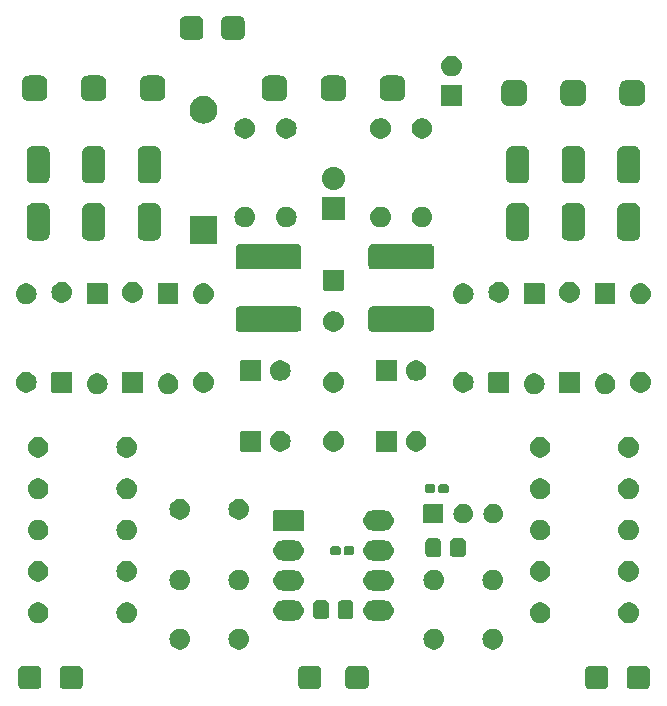
<source format=gbr>
%TF.GenerationSoftware,KiCad,Pcbnew,8.0.0*%
%TF.CreationDate,2024-04-22T22:36:35-07:00*%
%TF.ProjectId,rat-v2,7261742d-7632-42e6-9b69-6361645f7063,rev?*%
%TF.SameCoordinates,Original*%
%TF.FileFunction,Soldermask,Bot*%
%TF.FilePolarity,Negative*%
%FSLAX46Y46*%
G04 Gerber Fmt 4.6, Leading zero omitted, Abs format (unit mm)*
G04 Created by KiCad (PCBNEW 8.0.0) date 2024-04-22 22:36:35*
%MOMM*%
%LPD*%
G01*
G04 APERTURE LIST*
G04 APERTURE END LIST*
G36*
X57904230Y-138020616D02*
G01*
X57969195Y-138026707D01*
X57985719Y-138032489D01*
X58008428Y-138035798D01*
X58041805Y-138052115D01*
X58077296Y-138064534D01*
X58097085Y-138079139D01*
X58120809Y-138090737D01*
X58143375Y-138113303D01*
X58168300Y-138131699D01*
X58186695Y-138156623D01*
X58209263Y-138179191D01*
X58220861Y-138202915D01*
X58235465Y-138222703D01*
X58247882Y-138258189D01*
X58264202Y-138291572D01*
X58267511Y-138314283D01*
X58273292Y-138330804D01*
X58279381Y-138395753D01*
X58280000Y-138400000D01*
X58280000Y-139600000D01*
X58279380Y-139604249D01*
X58273292Y-139669195D01*
X58267511Y-139685714D01*
X58264202Y-139708428D01*
X58247881Y-139741812D01*
X58235465Y-139777296D01*
X58220862Y-139797081D01*
X58209263Y-139820809D01*
X58186692Y-139843379D01*
X58168300Y-139868300D01*
X58143379Y-139886692D01*
X58120809Y-139909263D01*
X58097081Y-139920862D01*
X58077296Y-139935465D01*
X58041812Y-139947881D01*
X58008428Y-139964202D01*
X57985714Y-139967511D01*
X57969195Y-139973292D01*
X57904247Y-139979381D01*
X57900000Y-139980000D01*
X56700000Y-139980000D01*
X56695752Y-139979381D01*
X56630804Y-139973292D01*
X56614283Y-139967511D01*
X56591572Y-139964202D01*
X56558189Y-139947882D01*
X56522703Y-139935465D01*
X56502915Y-139920861D01*
X56479191Y-139909263D01*
X56456623Y-139886695D01*
X56431699Y-139868300D01*
X56413303Y-139843375D01*
X56390737Y-139820809D01*
X56379139Y-139797085D01*
X56364534Y-139777296D01*
X56352115Y-139741805D01*
X56335798Y-139708428D01*
X56332489Y-139685719D01*
X56326707Y-139669195D01*
X56320616Y-139604228D01*
X56320000Y-139600000D01*
X56320000Y-138400000D01*
X56320616Y-138395771D01*
X56326707Y-138330804D01*
X56332489Y-138314278D01*
X56335798Y-138291572D01*
X56352113Y-138258196D01*
X56364534Y-138222703D01*
X56379140Y-138202911D01*
X56390737Y-138179191D01*
X56413301Y-138156626D01*
X56431699Y-138131699D01*
X56456626Y-138113301D01*
X56479191Y-138090737D01*
X56502911Y-138079140D01*
X56522703Y-138064534D01*
X56558196Y-138052113D01*
X56591572Y-138035798D01*
X56614278Y-138032489D01*
X56630804Y-138026707D01*
X56695773Y-138020615D01*
X56700000Y-138020000D01*
X57900000Y-138020000D01*
X57904230Y-138020616D01*
G37*
G36*
X61404230Y-138020616D02*
G01*
X61469195Y-138026707D01*
X61485719Y-138032489D01*
X61508428Y-138035798D01*
X61541805Y-138052115D01*
X61577296Y-138064534D01*
X61597085Y-138079139D01*
X61620809Y-138090737D01*
X61643375Y-138113303D01*
X61668300Y-138131699D01*
X61686695Y-138156623D01*
X61709263Y-138179191D01*
X61720861Y-138202915D01*
X61735465Y-138222703D01*
X61747882Y-138258189D01*
X61764202Y-138291572D01*
X61767511Y-138314283D01*
X61773292Y-138330804D01*
X61779381Y-138395753D01*
X61780000Y-138400000D01*
X61780000Y-139600000D01*
X61779380Y-139604249D01*
X61773292Y-139669195D01*
X61767511Y-139685714D01*
X61764202Y-139708428D01*
X61747881Y-139741812D01*
X61735465Y-139777296D01*
X61720862Y-139797081D01*
X61709263Y-139820809D01*
X61686692Y-139843379D01*
X61668300Y-139868300D01*
X61643379Y-139886692D01*
X61620809Y-139909263D01*
X61597081Y-139920862D01*
X61577296Y-139935465D01*
X61541812Y-139947881D01*
X61508428Y-139964202D01*
X61485714Y-139967511D01*
X61469195Y-139973292D01*
X61404247Y-139979381D01*
X61400000Y-139980000D01*
X60200000Y-139980000D01*
X60195752Y-139979381D01*
X60130804Y-139973292D01*
X60114283Y-139967511D01*
X60091572Y-139964202D01*
X60058189Y-139947882D01*
X60022703Y-139935465D01*
X60002915Y-139920861D01*
X59979191Y-139909263D01*
X59956623Y-139886695D01*
X59931699Y-139868300D01*
X59913303Y-139843375D01*
X59890737Y-139820809D01*
X59879139Y-139797085D01*
X59864534Y-139777296D01*
X59852115Y-139741805D01*
X59835798Y-139708428D01*
X59832489Y-139685719D01*
X59826707Y-139669195D01*
X59820616Y-139604228D01*
X59820000Y-139600000D01*
X59820000Y-138400000D01*
X59820616Y-138395771D01*
X59826707Y-138330804D01*
X59832489Y-138314278D01*
X59835798Y-138291572D01*
X59852113Y-138258196D01*
X59864534Y-138222703D01*
X59879140Y-138202911D01*
X59890737Y-138179191D01*
X59913301Y-138156626D01*
X59931699Y-138131699D01*
X59956626Y-138113301D01*
X59979191Y-138090737D01*
X60002911Y-138079140D01*
X60022703Y-138064534D01*
X60058196Y-138052113D01*
X60091572Y-138035798D01*
X60114278Y-138032489D01*
X60130804Y-138026707D01*
X60195773Y-138020615D01*
X60200000Y-138020000D01*
X61400000Y-138020000D01*
X61404230Y-138020616D01*
G37*
G36*
X81604230Y-138020616D02*
G01*
X81669195Y-138026707D01*
X81685719Y-138032489D01*
X81708428Y-138035798D01*
X81741805Y-138052115D01*
X81777296Y-138064534D01*
X81797085Y-138079139D01*
X81820809Y-138090737D01*
X81843375Y-138113303D01*
X81868300Y-138131699D01*
X81886695Y-138156623D01*
X81909263Y-138179191D01*
X81920861Y-138202915D01*
X81935465Y-138222703D01*
X81947882Y-138258189D01*
X81964202Y-138291572D01*
X81967511Y-138314283D01*
X81973292Y-138330804D01*
X81979381Y-138395753D01*
X81980000Y-138400000D01*
X81980000Y-139600000D01*
X81979380Y-139604249D01*
X81973292Y-139669195D01*
X81967511Y-139685714D01*
X81964202Y-139708428D01*
X81947881Y-139741812D01*
X81935465Y-139777296D01*
X81920862Y-139797081D01*
X81909263Y-139820809D01*
X81886692Y-139843379D01*
X81868300Y-139868300D01*
X81843379Y-139886692D01*
X81820809Y-139909263D01*
X81797081Y-139920862D01*
X81777296Y-139935465D01*
X81741812Y-139947881D01*
X81708428Y-139964202D01*
X81685714Y-139967511D01*
X81669195Y-139973292D01*
X81604247Y-139979381D01*
X81600000Y-139980000D01*
X80400000Y-139980000D01*
X80395752Y-139979381D01*
X80330804Y-139973292D01*
X80314283Y-139967511D01*
X80291572Y-139964202D01*
X80258189Y-139947882D01*
X80222703Y-139935465D01*
X80202915Y-139920861D01*
X80179191Y-139909263D01*
X80156623Y-139886695D01*
X80131699Y-139868300D01*
X80113303Y-139843375D01*
X80090737Y-139820809D01*
X80079139Y-139797085D01*
X80064534Y-139777296D01*
X80052115Y-139741805D01*
X80035798Y-139708428D01*
X80032489Y-139685719D01*
X80026707Y-139669195D01*
X80020616Y-139604228D01*
X80020000Y-139600000D01*
X80020000Y-138400000D01*
X80020616Y-138395771D01*
X80026707Y-138330804D01*
X80032489Y-138314278D01*
X80035798Y-138291572D01*
X80052113Y-138258196D01*
X80064534Y-138222703D01*
X80079140Y-138202911D01*
X80090737Y-138179191D01*
X80113301Y-138156626D01*
X80131699Y-138131699D01*
X80156626Y-138113301D01*
X80179191Y-138090737D01*
X80202911Y-138079140D01*
X80222703Y-138064534D01*
X80258196Y-138052113D01*
X80291572Y-138035798D01*
X80314278Y-138032489D01*
X80330804Y-138026707D01*
X80395773Y-138020615D01*
X80400000Y-138020000D01*
X81600000Y-138020000D01*
X81604230Y-138020616D01*
G37*
G36*
X85604230Y-138020616D02*
G01*
X85669195Y-138026707D01*
X85685719Y-138032489D01*
X85708428Y-138035798D01*
X85741805Y-138052115D01*
X85777296Y-138064534D01*
X85797085Y-138079139D01*
X85820809Y-138090737D01*
X85843375Y-138113303D01*
X85868300Y-138131699D01*
X85886695Y-138156623D01*
X85909263Y-138179191D01*
X85920861Y-138202915D01*
X85935465Y-138222703D01*
X85947882Y-138258189D01*
X85964202Y-138291572D01*
X85967511Y-138314283D01*
X85973292Y-138330804D01*
X85979381Y-138395753D01*
X85980000Y-138400000D01*
X85980000Y-139600000D01*
X85979380Y-139604249D01*
X85973292Y-139669195D01*
X85967511Y-139685714D01*
X85964202Y-139708428D01*
X85947881Y-139741812D01*
X85935465Y-139777296D01*
X85920862Y-139797081D01*
X85909263Y-139820809D01*
X85886692Y-139843379D01*
X85868300Y-139868300D01*
X85843379Y-139886692D01*
X85820809Y-139909263D01*
X85797081Y-139920862D01*
X85777296Y-139935465D01*
X85741812Y-139947881D01*
X85708428Y-139964202D01*
X85685714Y-139967511D01*
X85669195Y-139973292D01*
X85604247Y-139979381D01*
X85600000Y-139980000D01*
X84400000Y-139980000D01*
X84395752Y-139979381D01*
X84330804Y-139973292D01*
X84314283Y-139967511D01*
X84291572Y-139964202D01*
X84258189Y-139947882D01*
X84222703Y-139935465D01*
X84202915Y-139920861D01*
X84179191Y-139909263D01*
X84156623Y-139886695D01*
X84131699Y-139868300D01*
X84113303Y-139843375D01*
X84090737Y-139820809D01*
X84079139Y-139797085D01*
X84064534Y-139777296D01*
X84052115Y-139741805D01*
X84035798Y-139708428D01*
X84032489Y-139685719D01*
X84026707Y-139669195D01*
X84020616Y-139604228D01*
X84020000Y-139600000D01*
X84020000Y-138400000D01*
X84020616Y-138395771D01*
X84026707Y-138330804D01*
X84032489Y-138314278D01*
X84035798Y-138291572D01*
X84052113Y-138258196D01*
X84064534Y-138222703D01*
X84079140Y-138202911D01*
X84090737Y-138179191D01*
X84113301Y-138156626D01*
X84131699Y-138131699D01*
X84156626Y-138113301D01*
X84179191Y-138090737D01*
X84202911Y-138079140D01*
X84222703Y-138064534D01*
X84258196Y-138052113D01*
X84291572Y-138035798D01*
X84314278Y-138032489D01*
X84330804Y-138026707D01*
X84395773Y-138020615D01*
X84400000Y-138020000D01*
X85600000Y-138020000D01*
X85604230Y-138020616D01*
G37*
G36*
X105904230Y-138020616D02*
G01*
X105969195Y-138026707D01*
X105985719Y-138032489D01*
X106008428Y-138035798D01*
X106041805Y-138052115D01*
X106077296Y-138064534D01*
X106097085Y-138079139D01*
X106120809Y-138090737D01*
X106143375Y-138113303D01*
X106168300Y-138131699D01*
X106186695Y-138156623D01*
X106209263Y-138179191D01*
X106220861Y-138202915D01*
X106235465Y-138222703D01*
X106247882Y-138258189D01*
X106264202Y-138291572D01*
X106267511Y-138314283D01*
X106273292Y-138330804D01*
X106279381Y-138395753D01*
X106280000Y-138400000D01*
X106280000Y-139600000D01*
X106279380Y-139604249D01*
X106273292Y-139669195D01*
X106267511Y-139685714D01*
X106264202Y-139708428D01*
X106247881Y-139741812D01*
X106235465Y-139777296D01*
X106220862Y-139797081D01*
X106209263Y-139820809D01*
X106186692Y-139843379D01*
X106168300Y-139868300D01*
X106143379Y-139886692D01*
X106120809Y-139909263D01*
X106097081Y-139920862D01*
X106077296Y-139935465D01*
X106041812Y-139947881D01*
X106008428Y-139964202D01*
X105985714Y-139967511D01*
X105969195Y-139973292D01*
X105904247Y-139979381D01*
X105900000Y-139980000D01*
X104700000Y-139980000D01*
X104695752Y-139979381D01*
X104630804Y-139973292D01*
X104614283Y-139967511D01*
X104591572Y-139964202D01*
X104558189Y-139947882D01*
X104522703Y-139935465D01*
X104502915Y-139920861D01*
X104479191Y-139909263D01*
X104456623Y-139886695D01*
X104431699Y-139868300D01*
X104413303Y-139843375D01*
X104390737Y-139820809D01*
X104379139Y-139797085D01*
X104364534Y-139777296D01*
X104352115Y-139741805D01*
X104335798Y-139708428D01*
X104332489Y-139685719D01*
X104326707Y-139669195D01*
X104320616Y-139604228D01*
X104320000Y-139600000D01*
X104320000Y-138400000D01*
X104320616Y-138395771D01*
X104326707Y-138330804D01*
X104332489Y-138314278D01*
X104335798Y-138291572D01*
X104352113Y-138258196D01*
X104364534Y-138222703D01*
X104379140Y-138202911D01*
X104390737Y-138179191D01*
X104413301Y-138156626D01*
X104431699Y-138131699D01*
X104456626Y-138113301D01*
X104479191Y-138090737D01*
X104502911Y-138079140D01*
X104522703Y-138064534D01*
X104558196Y-138052113D01*
X104591572Y-138035798D01*
X104614278Y-138032489D01*
X104630804Y-138026707D01*
X104695773Y-138020615D01*
X104700000Y-138020000D01*
X105900000Y-138020000D01*
X105904230Y-138020616D01*
G37*
G36*
X109404230Y-138020616D02*
G01*
X109469195Y-138026707D01*
X109485719Y-138032489D01*
X109508428Y-138035798D01*
X109541805Y-138052115D01*
X109577296Y-138064534D01*
X109597085Y-138079139D01*
X109620809Y-138090737D01*
X109643375Y-138113303D01*
X109668300Y-138131699D01*
X109686695Y-138156623D01*
X109709263Y-138179191D01*
X109720861Y-138202915D01*
X109735465Y-138222703D01*
X109747882Y-138258189D01*
X109764202Y-138291572D01*
X109767511Y-138314283D01*
X109773292Y-138330804D01*
X109779381Y-138395753D01*
X109780000Y-138400000D01*
X109780000Y-139600000D01*
X109779380Y-139604249D01*
X109773292Y-139669195D01*
X109767511Y-139685714D01*
X109764202Y-139708428D01*
X109747881Y-139741812D01*
X109735465Y-139777296D01*
X109720862Y-139797081D01*
X109709263Y-139820809D01*
X109686692Y-139843379D01*
X109668300Y-139868300D01*
X109643379Y-139886692D01*
X109620809Y-139909263D01*
X109597081Y-139920862D01*
X109577296Y-139935465D01*
X109541812Y-139947881D01*
X109508428Y-139964202D01*
X109485714Y-139967511D01*
X109469195Y-139973292D01*
X109404247Y-139979381D01*
X109400000Y-139980000D01*
X108200000Y-139980000D01*
X108195752Y-139979381D01*
X108130804Y-139973292D01*
X108114283Y-139967511D01*
X108091572Y-139964202D01*
X108058189Y-139947882D01*
X108022703Y-139935465D01*
X108002915Y-139920861D01*
X107979191Y-139909263D01*
X107956623Y-139886695D01*
X107931699Y-139868300D01*
X107913303Y-139843375D01*
X107890737Y-139820809D01*
X107879139Y-139797085D01*
X107864534Y-139777296D01*
X107852115Y-139741805D01*
X107835798Y-139708428D01*
X107832489Y-139685719D01*
X107826707Y-139669195D01*
X107820616Y-139604228D01*
X107820000Y-139600000D01*
X107820000Y-138400000D01*
X107820616Y-138395771D01*
X107826707Y-138330804D01*
X107832489Y-138314278D01*
X107835798Y-138291572D01*
X107852113Y-138258196D01*
X107864534Y-138222703D01*
X107879140Y-138202911D01*
X107890737Y-138179191D01*
X107913301Y-138156626D01*
X107931699Y-138131699D01*
X107956626Y-138113301D01*
X107979191Y-138090737D01*
X108002911Y-138079140D01*
X108022703Y-138064534D01*
X108058196Y-138052113D01*
X108091572Y-138035798D01*
X108114278Y-138032489D01*
X108130804Y-138026707D01*
X108195773Y-138020615D01*
X108200000Y-138020000D01*
X109400000Y-138020000D01*
X109404230Y-138020616D01*
G37*
G36*
X70271935Y-134913070D02*
G01*
X70440000Y-134987898D01*
X70588835Y-135096033D01*
X70711935Y-135232749D01*
X70803920Y-135392072D01*
X70860770Y-135567038D01*
X70880000Y-135750000D01*
X70860770Y-135932962D01*
X70803920Y-136107928D01*
X70711935Y-136267251D01*
X70588835Y-136403967D01*
X70440000Y-136512102D01*
X70271935Y-136586930D01*
X70091985Y-136625179D01*
X69908015Y-136625179D01*
X69728065Y-136586930D01*
X69560000Y-136512102D01*
X69411165Y-136403967D01*
X69288065Y-136267251D01*
X69196080Y-136107928D01*
X69139230Y-135932962D01*
X69120000Y-135750000D01*
X69139230Y-135567038D01*
X69196080Y-135392072D01*
X69288065Y-135232749D01*
X69411165Y-135096033D01*
X69560000Y-134987898D01*
X69728065Y-134913070D01*
X69908015Y-134874821D01*
X70091985Y-134874821D01*
X70271935Y-134913070D01*
G37*
G36*
X75271935Y-134913070D02*
G01*
X75440000Y-134987898D01*
X75588835Y-135096033D01*
X75711935Y-135232749D01*
X75803920Y-135392072D01*
X75860770Y-135567038D01*
X75880000Y-135750000D01*
X75860770Y-135932962D01*
X75803920Y-136107928D01*
X75711935Y-136267251D01*
X75588835Y-136403967D01*
X75440000Y-136512102D01*
X75271935Y-136586930D01*
X75091985Y-136625179D01*
X74908015Y-136625179D01*
X74728065Y-136586930D01*
X74560000Y-136512102D01*
X74411165Y-136403967D01*
X74288065Y-136267251D01*
X74196080Y-136107928D01*
X74139230Y-135932962D01*
X74120000Y-135750000D01*
X74139230Y-135567038D01*
X74196080Y-135392072D01*
X74288065Y-135232749D01*
X74411165Y-135096033D01*
X74560000Y-134987898D01*
X74728065Y-134913070D01*
X74908015Y-134874821D01*
X75091985Y-134874821D01*
X75271935Y-134913070D01*
G37*
G36*
X91771935Y-134913070D02*
G01*
X91940000Y-134987898D01*
X92088835Y-135096033D01*
X92211935Y-135232749D01*
X92303920Y-135392072D01*
X92360770Y-135567038D01*
X92380000Y-135750000D01*
X92360770Y-135932962D01*
X92303920Y-136107928D01*
X92211935Y-136267251D01*
X92088835Y-136403967D01*
X91940000Y-136512102D01*
X91771935Y-136586930D01*
X91591985Y-136625179D01*
X91408015Y-136625179D01*
X91228065Y-136586930D01*
X91060000Y-136512102D01*
X90911165Y-136403967D01*
X90788065Y-136267251D01*
X90696080Y-136107928D01*
X90639230Y-135932962D01*
X90620000Y-135750000D01*
X90639230Y-135567038D01*
X90696080Y-135392072D01*
X90788065Y-135232749D01*
X90911165Y-135096033D01*
X91060000Y-134987898D01*
X91228065Y-134913070D01*
X91408015Y-134874821D01*
X91591985Y-134874821D01*
X91771935Y-134913070D01*
G37*
G36*
X96771935Y-134913070D02*
G01*
X96940000Y-134987898D01*
X97088835Y-135096033D01*
X97211935Y-135232749D01*
X97303920Y-135392072D01*
X97360770Y-135567038D01*
X97380000Y-135750000D01*
X97360770Y-135932962D01*
X97303920Y-136107928D01*
X97211935Y-136267251D01*
X97088835Y-136403967D01*
X96940000Y-136512102D01*
X96771935Y-136586930D01*
X96591985Y-136625179D01*
X96408015Y-136625179D01*
X96228065Y-136586930D01*
X96060000Y-136512102D01*
X95911165Y-136403967D01*
X95788065Y-136267251D01*
X95696080Y-136107928D01*
X95639230Y-135932962D01*
X95620000Y-135750000D01*
X95639230Y-135567038D01*
X95696080Y-135392072D01*
X95788065Y-135232749D01*
X95911165Y-135096033D01*
X96060000Y-134987898D01*
X96228065Y-134913070D01*
X96408015Y-134874821D01*
X96591985Y-134874821D01*
X96771935Y-134913070D01*
G37*
G36*
X58271935Y-132663070D02*
G01*
X58440000Y-132737898D01*
X58588835Y-132846033D01*
X58711935Y-132982749D01*
X58803920Y-133142072D01*
X58860770Y-133317038D01*
X58880000Y-133500000D01*
X58860770Y-133682962D01*
X58803920Y-133857928D01*
X58711935Y-134017251D01*
X58588835Y-134153967D01*
X58440000Y-134262102D01*
X58271935Y-134336930D01*
X58091985Y-134375179D01*
X57908015Y-134375179D01*
X57728065Y-134336930D01*
X57560000Y-134262102D01*
X57411165Y-134153967D01*
X57288065Y-134017251D01*
X57196080Y-133857928D01*
X57139230Y-133682962D01*
X57120000Y-133500000D01*
X57139230Y-133317038D01*
X57196080Y-133142072D01*
X57288065Y-132982749D01*
X57411165Y-132846033D01*
X57560000Y-132737898D01*
X57728065Y-132663070D01*
X57908015Y-132624821D01*
X58091985Y-132624821D01*
X58271935Y-132663070D01*
G37*
G36*
X65771935Y-132663070D02*
G01*
X65940000Y-132737898D01*
X66088835Y-132846033D01*
X66211935Y-132982749D01*
X66303920Y-133142072D01*
X66360770Y-133317038D01*
X66380000Y-133500000D01*
X66360770Y-133682962D01*
X66303920Y-133857928D01*
X66211935Y-134017251D01*
X66088835Y-134153967D01*
X65940000Y-134262102D01*
X65771935Y-134336930D01*
X65591985Y-134375179D01*
X65408015Y-134375179D01*
X65228065Y-134336930D01*
X65060000Y-134262102D01*
X64911165Y-134153967D01*
X64788065Y-134017251D01*
X64696080Y-133857928D01*
X64639230Y-133682962D01*
X64620000Y-133500000D01*
X64639230Y-133317038D01*
X64696080Y-133142072D01*
X64788065Y-132982749D01*
X64911165Y-132846033D01*
X65060000Y-132737898D01*
X65228065Y-132663070D01*
X65408015Y-132624821D01*
X65591985Y-132624821D01*
X65771935Y-132663070D01*
G37*
G36*
X100771935Y-132663070D02*
G01*
X100940000Y-132737898D01*
X101088835Y-132846033D01*
X101211935Y-132982749D01*
X101303920Y-133142072D01*
X101360770Y-133317038D01*
X101380000Y-133500000D01*
X101360770Y-133682962D01*
X101303920Y-133857928D01*
X101211935Y-134017251D01*
X101088835Y-134153967D01*
X100940000Y-134262102D01*
X100771935Y-134336930D01*
X100591985Y-134375179D01*
X100408015Y-134375179D01*
X100228065Y-134336930D01*
X100060000Y-134262102D01*
X99911165Y-134153967D01*
X99788065Y-134017251D01*
X99696080Y-133857928D01*
X99639230Y-133682962D01*
X99620000Y-133500000D01*
X99639230Y-133317038D01*
X99696080Y-133142072D01*
X99788065Y-132982749D01*
X99911165Y-132846033D01*
X100060000Y-132737898D01*
X100228065Y-132663070D01*
X100408015Y-132624821D01*
X100591985Y-132624821D01*
X100771935Y-132663070D01*
G37*
G36*
X108271935Y-132663070D02*
G01*
X108440000Y-132737898D01*
X108588835Y-132846033D01*
X108711935Y-132982749D01*
X108803920Y-133142072D01*
X108860770Y-133317038D01*
X108880000Y-133500000D01*
X108860770Y-133682962D01*
X108803920Y-133857928D01*
X108711935Y-134017251D01*
X108588835Y-134153967D01*
X108440000Y-134262102D01*
X108271935Y-134336930D01*
X108091985Y-134375179D01*
X107908015Y-134375179D01*
X107728065Y-134336930D01*
X107560000Y-134262102D01*
X107411165Y-134153967D01*
X107288065Y-134017251D01*
X107196080Y-133857928D01*
X107139230Y-133682962D01*
X107120000Y-133500000D01*
X107139230Y-133317038D01*
X107196080Y-133142072D01*
X107288065Y-132982749D01*
X107411165Y-132846033D01*
X107560000Y-132737898D01*
X107728065Y-132663070D01*
X107908015Y-132624821D01*
X108091985Y-132624821D01*
X108271935Y-132663070D01*
G37*
G36*
X79686255Y-132444237D02*
G01*
X79855451Y-132477893D01*
X80014829Y-132543909D01*
X80158266Y-132639751D01*
X80280249Y-132761734D01*
X80376091Y-132905171D01*
X80442107Y-133064549D01*
X80475763Y-133233745D01*
X80475763Y-133406255D01*
X80442107Y-133575451D01*
X80376091Y-133734829D01*
X80280249Y-133878266D01*
X80158266Y-134000249D01*
X80014829Y-134096091D01*
X79855451Y-134162107D01*
X79686255Y-134195763D01*
X78800000Y-134200000D01*
X78713745Y-134195763D01*
X78544549Y-134162107D01*
X78385171Y-134096091D01*
X78241734Y-134000249D01*
X78119751Y-133878266D01*
X78023909Y-133734829D01*
X77957893Y-133575451D01*
X77924237Y-133406255D01*
X77924237Y-133233745D01*
X77957893Y-133064549D01*
X78023909Y-132905171D01*
X78119751Y-132761734D01*
X78241734Y-132639751D01*
X78385171Y-132543909D01*
X78544549Y-132477893D01*
X78713745Y-132444237D01*
X79597571Y-132440011D01*
X79598887Y-132440005D01*
X79598892Y-132440005D01*
X79600000Y-132440000D01*
X79686255Y-132444237D01*
G37*
G36*
X87306255Y-132444237D02*
G01*
X87475451Y-132477893D01*
X87634829Y-132543909D01*
X87778266Y-132639751D01*
X87900249Y-132761734D01*
X87996091Y-132905171D01*
X88062107Y-133064549D01*
X88095763Y-133233745D01*
X88095763Y-133406255D01*
X88062107Y-133575451D01*
X87996091Y-133734829D01*
X87900249Y-133878266D01*
X87778266Y-134000249D01*
X87634829Y-134096091D01*
X87475451Y-134162107D01*
X87306255Y-134195763D01*
X86420000Y-134200000D01*
X86333745Y-134195763D01*
X86164549Y-134162107D01*
X86005171Y-134096091D01*
X85861734Y-134000249D01*
X85739751Y-133878266D01*
X85643909Y-133734829D01*
X85577893Y-133575451D01*
X85544237Y-133406255D01*
X85544237Y-133233745D01*
X85577893Y-133064549D01*
X85643909Y-132905171D01*
X85739751Y-132761734D01*
X85861734Y-132639751D01*
X86005171Y-132543909D01*
X86164549Y-132477893D01*
X86333745Y-132444237D01*
X87217571Y-132440011D01*
X87218887Y-132440005D01*
X87218892Y-132440005D01*
X87220000Y-132440000D01*
X87306255Y-132444237D01*
G37*
G36*
X82385410Y-132456244D02*
G01*
X82390800Y-132458757D01*
X82393487Y-132459149D01*
X82431689Y-132477824D01*
X82489280Y-132504680D01*
X82570320Y-132585720D01*
X82597185Y-132643333D01*
X82615850Y-132681512D01*
X82616241Y-132684197D01*
X82618756Y-132689590D01*
X82630000Y-132775000D01*
X82630000Y-133725000D01*
X82618756Y-133810410D01*
X82616240Y-133815803D01*
X82615850Y-133818487D01*
X82597195Y-133856645D01*
X82570320Y-133914280D01*
X82489280Y-133995320D01*
X82431645Y-134022195D01*
X82393487Y-134040850D01*
X82390803Y-134041240D01*
X82385410Y-134043756D01*
X82300000Y-134055000D01*
X81625000Y-134055000D01*
X81539590Y-134043756D01*
X81534197Y-134041241D01*
X81531512Y-134040850D01*
X81493333Y-134022185D01*
X81435720Y-133995320D01*
X81354680Y-133914280D01*
X81327824Y-133856689D01*
X81309149Y-133818487D01*
X81308757Y-133815800D01*
X81306244Y-133810410D01*
X81295000Y-133725000D01*
X81295000Y-132775000D01*
X81306244Y-132689590D01*
X81308757Y-132684200D01*
X81309149Y-132681512D01*
X81327834Y-132643288D01*
X81354680Y-132585720D01*
X81435720Y-132504680D01*
X81493288Y-132477834D01*
X81531512Y-132459149D01*
X81534200Y-132458757D01*
X81539590Y-132456244D01*
X81625000Y-132445000D01*
X82300000Y-132445000D01*
X82385410Y-132456244D01*
G37*
G36*
X84460410Y-132456244D02*
G01*
X84465800Y-132458757D01*
X84468487Y-132459149D01*
X84506689Y-132477824D01*
X84564280Y-132504680D01*
X84645320Y-132585720D01*
X84672185Y-132643333D01*
X84690850Y-132681512D01*
X84691241Y-132684197D01*
X84693756Y-132689590D01*
X84705000Y-132775000D01*
X84705000Y-133725000D01*
X84693756Y-133810410D01*
X84691240Y-133815803D01*
X84690850Y-133818487D01*
X84672195Y-133856645D01*
X84645320Y-133914280D01*
X84564280Y-133995320D01*
X84506645Y-134022195D01*
X84468487Y-134040850D01*
X84465803Y-134041240D01*
X84460410Y-134043756D01*
X84375000Y-134055000D01*
X83700000Y-134055000D01*
X83614590Y-134043756D01*
X83609197Y-134041241D01*
X83606512Y-134040850D01*
X83568333Y-134022185D01*
X83510720Y-133995320D01*
X83429680Y-133914280D01*
X83402824Y-133856689D01*
X83384149Y-133818487D01*
X83383757Y-133815800D01*
X83381244Y-133810410D01*
X83370000Y-133725000D01*
X83370000Y-132775000D01*
X83381244Y-132689590D01*
X83383757Y-132684200D01*
X83384149Y-132681512D01*
X83402834Y-132643288D01*
X83429680Y-132585720D01*
X83510720Y-132504680D01*
X83568288Y-132477834D01*
X83606512Y-132459149D01*
X83609200Y-132458757D01*
X83614590Y-132456244D01*
X83700000Y-132445000D01*
X84375000Y-132445000D01*
X84460410Y-132456244D01*
G37*
G36*
X79686255Y-129904237D02*
G01*
X79855451Y-129937893D01*
X80014829Y-130003909D01*
X80158266Y-130099751D01*
X80280249Y-130221734D01*
X80376091Y-130365171D01*
X80442107Y-130524549D01*
X80475763Y-130693745D01*
X80475763Y-130866255D01*
X80442107Y-131035451D01*
X80376091Y-131194829D01*
X80280249Y-131338266D01*
X80158266Y-131460249D01*
X80014829Y-131556091D01*
X79855451Y-131622107D01*
X79686255Y-131655763D01*
X78800000Y-131660000D01*
X78713745Y-131655763D01*
X78544549Y-131622107D01*
X78385171Y-131556091D01*
X78241734Y-131460249D01*
X78119751Y-131338266D01*
X78023909Y-131194829D01*
X77957893Y-131035451D01*
X77924237Y-130866255D01*
X77924237Y-130693745D01*
X77957893Y-130524549D01*
X78023909Y-130365171D01*
X78119751Y-130221734D01*
X78241734Y-130099751D01*
X78385171Y-130003909D01*
X78544549Y-129937893D01*
X78713745Y-129904237D01*
X79597571Y-129900011D01*
X79598887Y-129900005D01*
X79598892Y-129900005D01*
X79600000Y-129900000D01*
X79686255Y-129904237D01*
G37*
G36*
X87306255Y-129904237D02*
G01*
X87475451Y-129937893D01*
X87634829Y-130003909D01*
X87778266Y-130099751D01*
X87900249Y-130221734D01*
X87996091Y-130365171D01*
X88062107Y-130524549D01*
X88095763Y-130693745D01*
X88095763Y-130866255D01*
X88062107Y-131035451D01*
X87996091Y-131194829D01*
X87900249Y-131338266D01*
X87778266Y-131460249D01*
X87634829Y-131556091D01*
X87475451Y-131622107D01*
X87306255Y-131655763D01*
X86420000Y-131660000D01*
X86333745Y-131655763D01*
X86164549Y-131622107D01*
X86005171Y-131556091D01*
X85861734Y-131460249D01*
X85739751Y-131338266D01*
X85643909Y-131194829D01*
X85577893Y-131035451D01*
X85544237Y-130866255D01*
X85544237Y-130693745D01*
X85577893Y-130524549D01*
X85643909Y-130365171D01*
X85739751Y-130221734D01*
X85861734Y-130099751D01*
X86005171Y-130003909D01*
X86164549Y-129937893D01*
X86333745Y-129904237D01*
X87217571Y-129900011D01*
X87218887Y-129900005D01*
X87218892Y-129900005D01*
X87220000Y-129900000D01*
X87306255Y-129904237D01*
G37*
G36*
X70271935Y-129913070D02*
G01*
X70440000Y-129987898D01*
X70588835Y-130096033D01*
X70711935Y-130232749D01*
X70803920Y-130392072D01*
X70860770Y-130567038D01*
X70880000Y-130750000D01*
X70860770Y-130932962D01*
X70803920Y-131107928D01*
X70711935Y-131267251D01*
X70588835Y-131403967D01*
X70440000Y-131512102D01*
X70271935Y-131586930D01*
X70091985Y-131625179D01*
X69908015Y-131625179D01*
X69728065Y-131586930D01*
X69560000Y-131512102D01*
X69411165Y-131403967D01*
X69288065Y-131267251D01*
X69196080Y-131107928D01*
X69139230Y-130932962D01*
X69120000Y-130750000D01*
X69139230Y-130567038D01*
X69196080Y-130392072D01*
X69288065Y-130232749D01*
X69411165Y-130096033D01*
X69560000Y-129987898D01*
X69728065Y-129913070D01*
X69908015Y-129874821D01*
X70091985Y-129874821D01*
X70271935Y-129913070D01*
G37*
G36*
X75271935Y-129913070D02*
G01*
X75440000Y-129987898D01*
X75588835Y-130096033D01*
X75711935Y-130232749D01*
X75803920Y-130392072D01*
X75860770Y-130567038D01*
X75880000Y-130750000D01*
X75860770Y-130932962D01*
X75803920Y-131107928D01*
X75711935Y-131267251D01*
X75588835Y-131403967D01*
X75440000Y-131512102D01*
X75271935Y-131586930D01*
X75091985Y-131625179D01*
X74908015Y-131625179D01*
X74728065Y-131586930D01*
X74560000Y-131512102D01*
X74411165Y-131403967D01*
X74288065Y-131267251D01*
X74196080Y-131107928D01*
X74139230Y-130932962D01*
X74120000Y-130750000D01*
X74139230Y-130567038D01*
X74196080Y-130392072D01*
X74288065Y-130232749D01*
X74411165Y-130096033D01*
X74560000Y-129987898D01*
X74728065Y-129913070D01*
X74908015Y-129874821D01*
X75091985Y-129874821D01*
X75271935Y-129913070D01*
G37*
G36*
X91771935Y-129913070D02*
G01*
X91940000Y-129987898D01*
X92088835Y-130096033D01*
X92211935Y-130232749D01*
X92303920Y-130392072D01*
X92360770Y-130567038D01*
X92380000Y-130750000D01*
X92360770Y-130932962D01*
X92303920Y-131107928D01*
X92211935Y-131267251D01*
X92088835Y-131403967D01*
X91940000Y-131512102D01*
X91771935Y-131586930D01*
X91591985Y-131625179D01*
X91408015Y-131625179D01*
X91228065Y-131586930D01*
X91060000Y-131512102D01*
X90911165Y-131403967D01*
X90788065Y-131267251D01*
X90696080Y-131107928D01*
X90639230Y-130932962D01*
X90620000Y-130750000D01*
X90639230Y-130567038D01*
X90696080Y-130392072D01*
X90788065Y-130232749D01*
X90911165Y-130096033D01*
X91060000Y-129987898D01*
X91228065Y-129913070D01*
X91408015Y-129874821D01*
X91591985Y-129874821D01*
X91771935Y-129913070D01*
G37*
G36*
X96771935Y-129913070D02*
G01*
X96940000Y-129987898D01*
X97088835Y-130096033D01*
X97211935Y-130232749D01*
X97303920Y-130392072D01*
X97360770Y-130567038D01*
X97380000Y-130750000D01*
X97360770Y-130932962D01*
X97303920Y-131107928D01*
X97211935Y-131267251D01*
X97088835Y-131403967D01*
X96940000Y-131512102D01*
X96771935Y-131586930D01*
X96591985Y-131625179D01*
X96408015Y-131625179D01*
X96228065Y-131586930D01*
X96060000Y-131512102D01*
X95911165Y-131403967D01*
X95788065Y-131267251D01*
X95696080Y-131107928D01*
X95639230Y-130932962D01*
X95620000Y-130750000D01*
X95639230Y-130567038D01*
X95696080Y-130392072D01*
X95788065Y-130232749D01*
X95911165Y-130096033D01*
X96060000Y-129987898D01*
X96228065Y-129913070D01*
X96408015Y-129874821D01*
X96591985Y-129874821D01*
X96771935Y-129913070D01*
G37*
G36*
X58271935Y-129163070D02*
G01*
X58440000Y-129237898D01*
X58588835Y-129346033D01*
X58711935Y-129482749D01*
X58803920Y-129642072D01*
X58860770Y-129817038D01*
X58880000Y-130000000D01*
X58860770Y-130182962D01*
X58803920Y-130357928D01*
X58711935Y-130517251D01*
X58588835Y-130653967D01*
X58440000Y-130762102D01*
X58271935Y-130836930D01*
X58091985Y-130875179D01*
X57908015Y-130875179D01*
X57728065Y-130836930D01*
X57560000Y-130762102D01*
X57411165Y-130653967D01*
X57288065Y-130517251D01*
X57196080Y-130357928D01*
X57139230Y-130182962D01*
X57120000Y-130000000D01*
X57139230Y-129817038D01*
X57196080Y-129642072D01*
X57288065Y-129482749D01*
X57411165Y-129346033D01*
X57560000Y-129237898D01*
X57728065Y-129163070D01*
X57908015Y-129124821D01*
X58091985Y-129124821D01*
X58271935Y-129163070D01*
G37*
G36*
X65771935Y-129163070D02*
G01*
X65940000Y-129237898D01*
X66088835Y-129346033D01*
X66211935Y-129482749D01*
X66303920Y-129642072D01*
X66360770Y-129817038D01*
X66380000Y-130000000D01*
X66360770Y-130182962D01*
X66303920Y-130357928D01*
X66211935Y-130517251D01*
X66088835Y-130653967D01*
X65940000Y-130762102D01*
X65771935Y-130836930D01*
X65591985Y-130875179D01*
X65408015Y-130875179D01*
X65228065Y-130836930D01*
X65060000Y-130762102D01*
X64911165Y-130653967D01*
X64788065Y-130517251D01*
X64696080Y-130357928D01*
X64639230Y-130182962D01*
X64620000Y-130000000D01*
X64639230Y-129817038D01*
X64696080Y-129642072D01*
X64788065Y-129482749D01*
X64911165Y-129346033D01*
X65060000Y-129237898D01*
X65228065Y-129163070D01*
X65408015Y-129124821D01*
X65591985Y-129124821D01*
X65771935Y-129163070D01*
G37*
G36*
X100771935Y-129163070D02*
G01*
X100940000Y-129237898D01*
X101088835Y-129346033D01*
X101211935Y-129482749D01*
X101303920Y-129642072D01*
X101360770Y-129817038D01*
X101380000Y-130000000D01*
X101360770Y-130182962D01*
X101303920Y-130357928D01*
X101211935Y-130517251D01*
X101088835Y-130653967D01*
X100940000Y-130762102D01*
X100771935Y-130836930D01*
X100591985Y-130875179D01*
X100408015Y-130875179D01*
X100228065Y-130836930D01*
X100060000Y-130762102D01*
X99911165Y-130653967D01*
X99788065Y-130517251D01*
X99696080Y-130357928D01*
X99639230Y-130182962D01*
X99620000Y-130000000D01*
X99639230Y-129817038D01*
X99696080Y-129642072D01*
X99788065Y-129482749D01*
X99911165Y-129346033D01*
X100060000Y-129237898D01*
X100228065Y-129163070D01*
X100408015Y-129124821D01*
X100591985Y-129124821D01*
X100771935Y-129163070D01*
G37*
G36*
X108271935Y-129163070D02*
G01*
X108440000Y-129237898D01*
X108588835Y-129346033D01*
X108711935Y-129482749D01*
X108803920Y-129642072D01*
X108860770Y-129817038D01*
X108880000Y-130000000D01*
X108860770Y-130182962D01*
X108803920Y-130357928D01*
X108711935Y-130517251D01*
X108588835Y-130653967D01*
X108440000Y-130762102D01*
X108271935Y-130836930D01*
X108091985Y-130875179D01*
X107908015Y-130875179D01*
X107728065Y-130836930D01*
X107560000Y-130762102D01*
X107411165Y-130653967D01*
X107288065Y-130517251D01*
X107196080Y-130357928D01*
X107139230Y-130182962D01*
X107120000Y-130000000D01*
X107139230Y-129817038D01*
X107196080Y-129642072D01*
X107288065Y-129482749D01*
X107411165Y-129346033D01*
X107560000Y-129237898D01*
X107728065Y-129163070D01*
X107908015Y-129124821D01*
X108091985Y-129124821D01*
X108271935Y-129163070D01*
G37*
G36*
X79686255Y-127364237D02*
G01*
X79855451Y-127397893D01*
X80014829Y-127463909D01*
X80158266Y-127559751D01*
X80280249Y-127681734D01*
X80376091Y-127825171D01*
X80442107Y-127984549D01*
X80475763Y-128153745D01*
X80475763Y-128326255D01*
X80442107Y-128495451D01*
X80376091Y-128654829D01*
X80280249Y-128798266D01*
X80158266Y-128920249D01*
X80014829Y-129016091D01*
X79855451Y-129082107D01*
X79686255Y-129115763D01*
X78800000Y-129120000D01*
X78713745Y-129115763D01*
X78544549Y-129082107D01*
X78385171Y-129016091D01*
X78241734Y-128920249D01*
X78119751Y-128798266D01*
X78023909Y-128654829D01*
X77957893Y-128495451D01*
X77924237Y-128326255D01*
X77924237Y-128153745D01*
X77957893Y-127984549D01*
X78023909Y-127825171D01*
X78119751Y-127681734D01*
X78241734Y-127559751D01*
X78385171Y-127463909D01*
X78544549Y-127397893D01*
X78713745Y-127364237D01*
X79597571Y-127360011D01*
X79598887Y-127360005D01*
X79598892Y-127360005D01*
X79600000Y-127360000D01*
X79686255Y-127364237D01*
G37*
G36*
X87306255Y-127364237D02*
G01*
X87475451Y-127397893D01*
X87634829Y-127463909D01*
X87778266Y-127559751D01*
X87900249Y-127681734D01*
X87996091Y-127825171D01*
X88062107Y-127984549D01*
X88095763Y-128153745D01*
X88095763Y-128326255D01*
X88062107Y-128495451D01*
X87996091Y-128654829D01*
X87900249Y-128798266D01*
X87778266Y-128920249D01*
X87634829Y-129016091D01*
X87475451Y-129082107D01*
X87306255Y-129115763D01*
X86420000Y-129120000D01*
X86333745Y-129115763D01*
X86164549Y-129082107D01*
X86005171Y-129016091D01*
X85861734Y-128920249D01*
X85739751Y-128798266D01*
X85643909Y-128654829D01*
X85577893Y-128495451D01*
X85544237Y-128326255D01*
X85544237Y-128153745D01*
X85577893Y-127984549D01*
X85643909Y-127825171D01*
X85739751Y-127681734D01*
X85861734Y-127559751D01*
X86005171Y-127463909D01*
X86164549Y-127397893D01*
X86333745Y-127364237D01*
X87217571Y-127360011D01*
X87218887Y-127360005D01*
X87218892Y-127360005D01*
X87220000Y-127360000D01*
X87306255Y-127364237D01*
G37*
G36*
X91885410Y-127206244D02*
G01*
X91890800Y-127208757D01*
X91893487Y-127209149D01*
X91931689Y-127227824D01*
X91989280Y-127254680D01*
X92070320Y-127335720D01*
X92097185Y-127393333D01*
X92115850Y-127431512D01*
X92116241Y-127434197D01*
X92118756Y-127439590D01*
X92130000Y-127525000D01*
X92130000Y-128475000D01*
X92118756Y-128560410D01*
X92116240Y-128565803D01*
X92115850Y-128568487D01*
X92097195Y-128606645D01*
X92070320Y-128664280D01*
X91989280Y-128745320D01*
X91931645Y-128772195D01*
X91893487Y-128790850D01*
X91890803Y-128791240D01*
X91885410Y-128793756D01*
X91800000Y-128805000D01*
X91125000Y-128805000D01*
X91039590Y-128793756D01*
X91034197Y-128791241D01*
X91031512Y-128790850D01*
X90993333Y-128772185D01*
X90935720Y-128745320D01*
X90854680Y-128664280D01*
X90827824Y-128606689D01*
X90809149Y-128568487D01*
X90808757Y-128565800D01*
X90806244Y-128560410D01*
X90795000Y-128475000D01*
X90795000Y-127525000D01*
X90806244Y-127439590D01*
X90808757Y-127434200D01*
X90809149Y-127431512D01*
X90827834Y-127393288D01*
X90854680Y-127335720D01*
X90935720Y-127254680D01*
X90993288Y-127227834D01*
X91031512Y-127209149D01*
X91034200Y-127208757D01*
X91039590Y-127206244D01*
X91125000Y-127195000D01*
X91800000Y-127195000D01*
X91885410Y-127206244D01*
G37*
G36*
X93960410Y-127206244D02*
G01*
X93965800Y-127208757D01*
X93968487Y-127209149D01*
X94006689Y-127227824D01*
X94064280Y-127254680D01*
X94145320Y-127335720D01*
X94172185Y-127393333D01*
X94190850Y-127431512D01*
X94191241Y-127434197D01*
X94193756Y-127439590D01*
X94205000Y-127525000D01*
X94205000Y-128475000D01*
X94193756Y-128560410D01*
X94191240Y-128565803D01*
X94190850Y-128568487D01*
X94172195Y-128606645D01*
X94145320Y-128664280D01*
X94064280Y-128745320D01*
X94006645Y-128772195D01*
X93968487Y-128790850D01*
X93965803Y-128791240D01*
X93960410Y-128793756D01*
X93875000Y-128805000D01*
X93200000Y-128805000D01*
X93114590Y-128793756D01*
X93109197Y-128791241D01*
X93106512Y-128790850D01*
X93068333Y-128772185D01*
X93010720Y-128745320D01*
X92929680Y-128664280D01*
X92902824Y-128606689D01*
X92884149Y-128568487D01*
X92883757Y-128565800D01*
X92881244Y-128560410D01*
X92870000Y-128475000D01*
X92870000Y-127525000D01*
X92881244Y-127439590D01*
X92883757Y-127434200D01*
X92884149Y-127431512D01*
X92902834Y-127393288D01*
X92929680Y-127335720D01*
X93010720Y-127254680D01*
X93068288Y-127227834D01*
X93106512Y-127209149D01*
X93109200Y-127208757D01*
X93114590Y-127206244D01*
X93200000Y-127195000D01*
X93875000Y-127195000D01*
X93960410Y-127206244D01*
G37*
G36*
X83399047Y-127860805D02*
G01*
X83446974Y-127866365D01*
X83463348Y-127873594D01*
X83484931Y-127877888D01*
X83508037Y-127893327D01*
X83527316Y-127901840D01*
X83540483Y-127915007D01*
X83561170Y-127928830D01*
X83574992Y-127949516D01*
X83588159Y-127962683D01*
X83596670Y-127981959D01*
X83612112Y-128005069D01*
X83616405Y-128026654D01*
X83623634Y-128043025D01*
X83629192Y-128090942D01*
X83630000Y-128095000D01*
X83630000Y-128405000D01*
X83629192Y-128409059D01*
X83623634Y-128456974D01*
X83616405Y-128473344D01*
X83612112Y-128494931D01*
X83596669Y-128518042D01*
X83588159Y-128537316D01*
X83574994Y-128550480D01*
X83561170Y-128571170D01*
X83540480Y-128584994D01*
X83527316Y-128598159D01*
X83508042Y-128606669D01*
X83484931Y-128622112D01*
X83463344Y-128626405D01*
X83446974Y-128633634D01*
X83399059Y-128639192D01*
X83395000Y-128640000D01*
X82970000Y-128640000D01*
X82965942Y-128639192D01*
X82918025Y-128633634D01*
X82901654Y-128626405D01*
X82880069Y-128622112D01*
X82856959Y-128606670D01*
X82837683Y-128598159D01*
X82824516Y-128584992D01*
X82803830Y-128571170D01*
X82790007Y-128550483D01*
X82776840Y-128537316D01*
X82768327Y-128518037D01*
X82752888Y-128494931D01*
X82748594Y-128473348D01*
X82741365Y-128456974D01*
X82735805Y-128409047D01*
X82735000Y-128405000D01*
X82735000Y-128095000D01*
X82735804Y-128090954D01*
X82741365Y-128043025D01*
X82748595Y-128026650D01*
X82752888Y-128005069D01*
X82768326Y-127981964D01*
X82776840Y-127962683D01*
X82790009Y-127949513D01*
X82803830Y-127928830D01*
X82824513Y-127915009D01*
X82837683Y-127901840D01*
X82856964Y-127893326D01*
X82880069Y-127877888D01*
X82901650Y-127873595D01*
X82918025Y-127866365D01*
X82965954Y-127860804D01*
X82970000Y-127860000D01*
X83395000Y-127860000D01*
X83399047Y-127860805D01*
G37*
G36*
X84534047Y-127860805D02*
G01*
X84581974Y-127866365D01*
X84598348Y-127873594D01*
X84619931Y-127877888D01*
X84643037Y-127893327D01*
X84662316Y-127901840D01*
X84675483Y-127915007D01*
X84696170Y-127928830D01*
X84709992Y-127949516D01*
X84723159Y-127962683D01*
X84731670Y-127981959D01*
X84747112Y-128005069D01*
X84751405Y-128026654D01*
X84758634Y-128043025D01*
X84764192Y-128090942D01*
X84765000Y-128095000D01*
X84765000Y-128405000D01*
X84764192Y-128409059D01*
X84758634Y-128456974D01*
X84751405Y-128473344D01*
X84747112Y-128494931D01*
X84731669Y-128518042D01*
X84723159Y-128537316D01*
X84709994Y-128550480D01*
X84696170Y-128571170D01*
X84675480Y-128584994D01*
X84662316Y-128598159D01*
X84643042Y-128606669D01*
X84619931Y-128622112D01*
X84598344Y-128626405D01*
X84581974Y-128633634D01*
X84534059Y-128639192D01*
X84530000Y-128640000D01*
X84105000Y-128640000D01*
X84100942Y-128639192D01*
X84053025Y-128633634D01*
X84036654Y-128626405D01*
X84015069Y-128622112D01*
X83991959Y-128606670D01*
X83972683Y-128598159D01*
X83959516Y-128584992D01*
X83938830Y-128571170D01*
X83925007Y-128550483D01*
X83911840Y-128537316D01*
X83903327Y-128518037D01*
X83887888Y-128494931D01*
X83883594Y-128473348D01*
X83876365Y-128456974D01*
X83870805Y-128409047D01*
X83870000Y-128405000D01*
X83870000Y-128095000D01*
X83870804Y-128090954D01*
X83876365Y-128043025D01*
X83883595Y-128026650D01*
X83887888Y-128005069D01*
X83903326Y-127981964D01*
X83911840Y-127962683D01*
X83925009Y-127949513D01*
X83938830Y-127928830D01*
X83959513Y-127915009D01*
X83972683Y-127901840D01*
X83991964Y-127893326D01*
X84015069Y-127877888D01*
X84036650Y-127873595D01*
X84053025Y-127866365D01*
X84100954Y-127860804D01*
X84105000Y-127860000D01*
X84530000Y-127860000D01*
X84534047Y-127860805D01*
G37*
G36*
X58271935Y-125663070D02*
G01*
X58440000Y-125737898D01*
X58588835Y-125846033D01*
X58711935Y-125982749D01*
X58803920Y-126142072D01*
X58860770Y-126317038D01*
X58880000Y-126500000D01*
X58860770Y-126682962D01*
X58803920Y-126857928D01*
X58711935Y-127017251D01*
X58588835Y-127153967D01*
X58440000Y-127262102D01*
X58271935Y-127336930D01*
X58091985Y-127375179D01*
X57908015Y-127375179D01*
X57728065Y-127336930D01*
X57560000Y-127262102D01*
X57411165Y-127153967D01*
X57288065Y-127017251D01*
X57196080Y-126857928D01*
X57139230Y-126682962D01*
X57120000Y-126500000D01*
X57139230Y-126317038D01*
X57196080Y-126142072D01*
X57288065Y-125982749D01*
X57411165Y-125846033D01*
X57560000Y-125737898D01*
X57728065Y-125663070D01*
X57908015Y-125624821D01*
X58091985Y-125624821D01*
X58271935Y-125663070D01*
G37*
G36*
X65771935Y-125663070D02*
G01*
X65940000Y-125737898D01*
X66088835Y-125846033D01*
X66211935Y-125982749D01*
X66303920Y-126142072D01*
X66360770Y-126317038D01*
X66380000Y-126500000D01*
X66360770Y-126682962D01*
X66303920Y-126857928D01*
X66211935Y-127017251D01*
X66088835Y-127153967D01*
X65940000Y-127262102D01*
X65771935Y-127336930D01*
X65591985Y-127375179D01*
X65408015Y-127375179D01*
X65228065Y-127336930D01*
X65060000Y-127262102D01*
X64911165Y-127153967D01*
X64788065Y-127017251D01*
X64696080Y-126857928D01*
X64639230Y-126682962D01*
X64620000Y-126500000D01*
X64639230Y-126317038D01*
X64696080Y-126142072D01*
X64788065Y-125982749D01*
X64911165Y-125846033D01*
X65060000Y-125737898D01*
X65228065Y-125663070D01*
X65408015Y-125624821D01*
X65591985Y-125624821D01*
X65771935Y-125663070D01*
G37*
G36*
X100771935Y-125663070D02*
G01*
X100940000Y-125737898D01*
X101088835Y-125846033D01*
X101211935Y-125982749D01*
X101303920Y-126142072D01*
X101360770Y-126317038D01*
X101380000Y-126500000D01*
X101360770Y-126682962D01*
X101303920Y-126857928D01*
X101211935Y-127017251D01*
X101088835Y-127153967D01*
X100940000Y-127262102D01*
X100771935Y-127336930D01*
X100591985Y-127375179D01*
X100408015Y-127375179D01*
X100228065Y-127336930D01*
X100060000Y-127262102D01*
X99911165Y-127153967D01*
X99788065Y-127017251D01*
X99696080Y-126857928D01*
X99639230Y-126682962D01*
X99620000Y-126500000D01*
X99639230Y-126317038D01*
X99696080Y-126142072D01*
X99788065Y-125982749D01*
X99911165Y-125846033D01*
X100060000Y-125737898D01*
X100228065Y-125663070D01*
X100408015Y-125624821D01*
X100591985Y-125624821D01*
X100771935Y-125663070D01*
G37*
G36*
X108271935Y-125663070D02*
G01*
X108440000Y-125737898D01*
X108588835Y-125846033D01*
X108711935Y-125982749D01*
X108803920Y-126142072D01*
X108860770Y-126317038D01*
X108880000Y-126500000D01*
X108860770Y-126682962D01*
X108803920Y-126857928D01*
X108711935Y-127017251D01*
X108588835Y-127153967D01*
X108440000Y-127262102D01*
X108271935Y-127336930D01*
X108091985Y-127375179D01*
X107908015Y-127375179D01*
X107728065Y-127336930D01*
X107560000Y-127262102D01*
X107411165Y-127153967D01*
X107288065Y-127017251D01*
X107196080Y-126857928D01*
X107139230Y-126682962D01*
X107120000Y-126500000D01*
X107139230Y-126317038D01*
X107196080Y-126142072D01*
X107288065Y-125982749D01*
X107411165Y-125846033D01*
X107560000Y-125737898D01*
X107728065Y-125663070D01*
X107908015Y-125624821D01*
X108091985Y-125624821D01*
X108271935Y-125663070D01*
G37*
G36*
X80430615Y-124826090D02*
G01*
X80456569Y-124843431D01*
X80473910Y-124869385D01*
X80480000Y-124900000D01*
X80480000Y-126500000D01*
X80473910Y-126530615D01*
X80456569Y-126556569D01*
X80430615Y-126573910D01*
X80400000Y-126580000D01*
X78000000Y-126580000D01*
X77969385Y-126573910D01*
X77943431Y-126556569D01*
X77926090Y-126530615D01*
X77920000Y-126500000D01*
X77920000Y-124900000D01*
X77926090Y-124869385D01*
X77943431Y-124843431D01*
X77969385Y-124826090D01*
X78000000Y-124820000D01*
X80400000Y-124820000D01*
X80430615Y-124826090D01*
G37*
G36*
X87306255Y-124824237D02*
G01*
X87475451Y-124857893D01*
X87634829Y-124923909D01*
X87778266Y-125019751D01*
X87900249Y-125141734D01*
X87996091Y-125285171D01*
X88062107Y-125444549D01*
X88095763Y-125613745D01*
X88095763Y-125786255D01*
X88062107Y-125955451D01*
X87996091Y-126114829D01*
X87900249Y-126258266D01*
X87778266Y-126380249D01*
X87634829Y-126476091D01*
X87475451Y-126542107D01*
X87306255Y-126575763D01*
X86420000Y-126580000D01*
X86333745Y-126575763D01*
X86164549Y-126542107D01*
X86005171Y-126476091D01*
X85861734Y-126380249D01*
X85739751Y-126258266D01*
X85643909Y-126114829D01*
X85577893Y-125955451D01*
X85544237Y-125786255D01*
X85544237Y-125613745D01*
X85577893Y-125444549D01*
X85643909Y-125285171D01*
X85739751Y-125141734D01*
X85861734Y-125019751D01*
X86005171Y-124923909D01*
X86164549Y-124857893D01*
X86333745Y-124824237D01*
X87217571Y-124820011D01*
X87218887Y-124820005D01*
X87218892Y-124820005D01*
X87220000Y-124820000D01*
X87306255Y-124824237D01*
G37*
G36*
X92240615Y-124286090D02*
G01*
X92266569Y-124303431D01*
X92283910Y-124329385D01*
X92290000Y-124360000D01*
X92290000Y-125860000D01*
X92283910Y-125890615D01*
X92266569Y-125916569D01*
X92240615Y-125933910D01*
X92210000Y-125940000D01*
X90710000Y-125940000D01*
X90679385Y-125933910D01*
X90653431Y-125916569D01*
X90636090Y-125890615D01*
X90630000Y-125860000D01*
X90630000Y-124360000D01*
X90636090Y-124329385D01*
X90653431Y-124303431D01*
X90679385Y-124286090D01*
X90710000Y-124280000D01*
X92210000Y-124280000D01*
X92240615Y-124286090D01*
G37*
G36*
X94256484Y-124320623D02*
G01*
X94415000Y-124391199D01*
X94555378Y-124493190D01*
X94671484Y-124622138D01*
X94758243Y-124772409D01*
X94811863Y-124937433D01*
X94830000Y-125110000D01*
X94811863Y-125282567D01*
X94758243Y-125447591D01*
X94671484Y-125597862D01*
X94555378Y-125726810D01*
X94415000Y-125828801D01*
X94256484Y-125899377D01*
X94086759Y-125935453D01*
X93913241Y-125935453D01*
X93743516Y-125899377D01*
X93585000Y-125828801D01*
X93444622Y-125726810D01*
X93328516Y-125597862D01*
X93241757Y-125447591D01*
X93188137Y-125282567D01*
X93170000Y-125110000D01*
X93188137Y-124937433D01*
X93241757Y-124772409D01*
X93328516Y-124622138D01*
X93444622Y-124493190D01*
X93585000Y-124391199D01*
X93743516Y-124320623D01*
X93913241Y-124284547D01*
X94086759Y-124284547D01*
X94256484Y-124320623D01*
G37*
G36*
X96796484Y-124320623D02*
G01*
X96955000Y-124391199D01*
X97095378Y-124493190D01*
X97211484Y-124622138D01*
X97298243Y-124772409D01*
X97351863Y-124937433D01*
X97370000Y-125110000D01*
X97351863Y-125282567D01*
X97298243Y-125447591D01*
X97211484Y-125597862D01*
X97095378Y-125726810D01*
X96955000Y-125828801D01*
X96796484Y-125899377D01*
X96626759Y-125935453D01*
X96453241Y-125935453D01*
X96283516Y-125899377D01*
X96125000Y-125828801D01*
X95984622Y-125726810D01*
X95868516Y-125597862D01*
X95781757Y-125447591D01*
X95728137Y-125282567D01*
X95710000Y-125110000D01*
X95728137Y-124937433D01*
X95781757Y-124772409D01*
X95868516Y-124622138D01*
X95984622Y-124493190D01*
X96125000Y-124391199D01*
X96283516Y-124320623D01*
X96453241Y-124284547D01*
X96626759Y-124284547D01*
X96796484Y-124320623D01*
G37*
G36*
X70271935Y-123913070D02*
G01*
X70440000Y-123987898D01*
X70588835Y-124096033D01*
X70711935Y-124232749D01*
X70803920Y-124392072D01*
X70860770Y-124567038D01*
X70880000Y-124750000D01*
X70860770Y-124932962D01*
X70803920Y-125107928D01*
X70711935Y-125267251D01*
X70588835Y-125403967D01*
X70440000Y-125512102D01*
X70271935Y-125586930D01*
X70091985Y-125625179D01*
X69908015Y-125625179D01*
X69728065Y-125586930D01*
X69560000Y-125512102D01*
X69411165Y-125403967D01*
X69288065Y-125267251D01*
X69196080Y-125107928D01*
X69139230Y-124932962D01*
X69120000Y-124750000D01*
X69139230Y-124567038D01*
X69196080Y-124392072D01*
X69288065Y-124232749D01*
X69411165Y-124096033D01*
X69560000Y-123987898D01*
X69728065Y-123913070D01*
X69908015Y-123874821D01*
X70091985Y-123874821D01*
X70271935Y-123913070D01*
G37*
G36*
X75271935Y-123913070D02*
G01*
X75440000Y-123987898D01*
X75588835Y-124096033D01*
X75711935Y-124232749D01*
X75803920Y-124392072D01*
X75860770Y-124567038D01*
X75880000Y-124750000D01*
X75860770Y-124932962D01*
X75803920Y-125107928D01*
X75711935Y-125267251D01*
X75588835Y-125403967D01*
X75440000Y-125512102D01*
X75271935Y-125586930D01*
X75091985Y-125625179D01*
X74908015Y-125625179D01*
X74728065Y-125586930D01*
X74560000Y-125512102D01*
X74411165Y-125403967D01*
X74288065Y-125267251D01*
X74196080Y-125107928D01*
X74139230Y-124932962D01*
X74120000Y-124750000D01*
X74139230Y-124567038D01*
X74196080Y-124392072D01*
X74288065Y-124232749D01*
X74411165Y-124096033D01*
X74560000Y-123987898D01*
X74728065Y-123913070D01*
X74908015Y-123874821D01*
X75091985Y-123874821D01*
X75271935Y-123913070D01*
G37*
G36*
X58271935Y-122163070D02*
G01*
X58440000Y-122237898D01*
X58588835Y-122346033D01*
X58711935Y-122482749D01*
X58803920Y-122642072D01*
X58860770Y-122817038D01*
X58880000Y-123000000D01*
X58860770Y-123182962D01*
X58803920Y-123357928D01*
X58711935Y-123517251D01*
X58588835Y-123653967D01*
X58440000Y-123762102D01*
X58271935Y-123836930D01*
X58091985Y-123875179D01*
X57908015Y-123875179D01*
X57728065Y-123836930D01*
X57560000Y-123762102D01*
X57411165Y-123653967D01*
X57288065Y-123517251D01*
X57196080Y-123357928D01*
X57139230Y-123182962D01*
X57120000Y-123000000D01*
X57139230Y-122817038D01*
X57196080Y-122642072D01*
X57288065Y-122482749D01*
X57411165Y-122346033D01*
X57560000Y-122237898D01*
X57728065Y-122163070D01*
X57908015Y-122124821D01*
X58091985Y-122124821D01*
X58271935Y-122163070D01*
G37*
G36*
X65771935Y-122163070D02*
G01*
X65940000Y-122237898D01*
X66088835Y-122346033D01*
X66211935Y-122482749D01*
X66303920Y-122642072D01*
X66360770Y-122817038D01*
X66380000Y-123000000D01*
X66360770Y-123182962D01*
X66303920Y-123357928D01*
X66211935Y-123517251D01*
X66088835Y-123653967D01*
X65940000Y-123762102D01*
X65771935Y-123836930D01*
X65591985Y-123875179D01*
X65408015Y-123875179D01*
X65228065Y-123836930D01*
X65060000Y-123762102D01*
X64911165Y-123653967D01*
X64788065Y-123517251D01*
X64696080Y-123357928D01*
X64639230Y-123182962D01*
X64620000Y-123000000D01*
X64639230Y-122817038D01*
X64696080Y-122642072D01*
X64788065Y-122482749D01*
X64911165Y-122346033D01*
X65060000Y-122237898D01*
X65228065Y-122163070D01*
X65408015Y-122124821D01*
X65591985Y-122124821D01*
X65771935Y-122163070D01*
G37*
G36*
X100771935Y-122163070D02*
G01*
X100940000Y-122237898D01*
X101088835Y-122346033D01*
X101211935Y-122482749D01*
X101303920Y-122642072D01*
X101360770Y-122817038D01*
X101380000Y-123000000D01*
X101360770Y-123182962D01*
X101303920Y-123357928D01*
X101211935Y-123517251D01*
X101088835Y-123653967D01*
X100940000Y-123762102D01*
X100771935Y-123836930D01*
X100591985Y-123875179D01*
X100408015Y-123875179D01*
X100228065Y-123836930D01*
X100060000Y-123762102D01*
X99911165Y-123653967D01*
X99788065Y-123517251D01*
X99696080Y-123357928D01*
X99639230Y-123182962D01*
X99620000Y-123000000D01*
X99639230Y-122817038D01*
X99696080Y-122642072D01*
X99788065Y-122482749D01*
X99911165Y-122346033D01*
X100060000Y-122237898D01*
X100228065Y-122163070D01*
X100408015Y-122124821D01*
X100591985Y-122124821D01*
X100771935Y-122163070D01*
G37*
G36*
X108271935Y-122163070D02*
G01*
X108440000Y-122237898D01*
X108588835Y-122346033D01*
X108711935Y-122482749D01*
X108803920Y-122642072D01*
X108860770Y-122817038D01*
X108880000Y-123000000D01*
X108860770Y-123182962D01*
X108803920Y-123357928D01*
X108711935Y-123517251D01*
X108588835Y-123653967D01*
X108440000Y-123762102D01*
X108271935Y-123836930D01*
X108091985Y-123875179D01*
X107908015Y-123875179D01*
X107728065Y-123836930D01*
X107560000Y-123762102D01*
X107411165Y-123653967D01*
X107288065Y-123517251D01*
X107196080Y-123357928D01*
X107139230Y-123182962D01*
X107120000Y-123000000D01*
X107139230Y-122817038D01*
X107196080Y-122642072D01*
X107288065Y-122482749D01*
X107411165Y-122346033D01*
X107560000Y-122237898D01*
X107728065Y-122163070D01*
X107908015Y-122124821D01*
X108091985Y-122124821D01*
X108271935Y-122163070D01*
G37*
G36*
X91399047Y-122610805D02*
G01*
X91446974Y-122616365D01*
X91463348Y-122623594D01*
X91484931Y-122627888D01*
X91508037Y-122643327D01*
X91527316Y-122651840D01*
X91540483Y-122665007D01*
X91561170Y-122678830D01*
X91574992Y-122699516D01*
X91588159Y-122712683D01*
X91596670Y-122731959D01*
X91612112Y-122755069D01*
X91616405Y-122776654D01*
X91623634Y-122793025D01*
X91629192Y-122840942D01*
X91630000Y-122845000D01*
X91630000Y-123155000D01*
X91629192Y-123159059D01*
X91623634Y-123206974D01*
X91616405Y-123223344D01*
X91612112Y-123244931D01*
X91596669Y-123268042D01*
X91588159Y-123287316D01*
X91574994Y-123300480D01*
X91561170Y-123321170D01*
X91540480Y-123334994D01*
X91527316Y-123348159D01*
X91508042Y-123356669D01*
X91484931Y-123372112D01*
X91463344Y-123376405D01*
X91446974Y-123383634D01*
X91399059Y-123389192D01*
X91395000Y-123390000D01*
X90970000Y-123390000D01*
X90965942Y-123389192D01*
X90918025Y-123383634D01*
X90901654Y-123376405D01*
X90880069Y-123372112D01*
X90856959Y-123356670D01*
X90837683Y-123348159D01*
X90824516Y-123334992D01*
X90803830Y-123321170D01*
X90790007Y-123300483D01*
X90776840Y-123287316D01*
X90768327Y-123268037D01*
X90752888Y-123244931D01*
X90748594Y-123223348D01*
X90741365Y-123206974D01*
X90735805Y-123159047D01*
X90735000Y-123155000D01*
X90735000Y-122845000D01*
X90735804Y-122840954D01*
X90741365Y-122793025D01*
X90748595Y-122776650D01*
X90752888Y-122755069D01*
X90768326Y-122731964D01*
X90776840Y-122712683D01*
X90790009Y-122699513D01*
X90803830Y-122678830D01*
X90824513Y-122665009D01*
X90837683Y-122651840D01*
X90856964Y-122643326D01*
X90880069Y-122627888D01*
X90901650Y-122623595D01*
X90918025Y-122616365D01*
X90965954Y-122610804D01*
X90970000Y-122610000D01*
X91395000Y-122610000D01*
X91399047Y-122610805D01*
G37*
G36*
X92534047Y-122610805D02*
G01*
X92581974Y-122616365D01*
X92598348Y-122623594D01*
X92619931Y-122627888D01*
X92643037Y-122643327D01*
X92662316Y-122651840D01*
X92675483Y-122665007D01*
X92696170Y-122678830D01*
X92709992Y-122699516D01*
X92723159Y-122712683D01*
X92731670Y-122731959D01*
X92747112Y-122755069D01*
X92751405Y-122776654D01*
X92758634Y-122793025D01*
X92764192Y-122840942D01*
X92765000Y-122845000D01*
X92765000Y-123155000D01*
X92764192Y-123159059D01*
X92758634Y-123206974D01*
X92751405Y-123223344D01*
X92747112Y-123244931D01*
X92731669Y-123268042D01*
X92723159Y-123287316D01*
X92709994Y-123300480D01*
X92696170Y-123321170D01*
X92675480Y-123334994D01*
X92662316Y-123348159D01*
X92643042Y-123356669D01*
X92619931Y-123372112D01*
X92598344Y-123376405D01*
X92581974Y-123383634D01*
X92534059Y-123389192D01*
X92530000Y-123390000D01*
X92105000Y-123390000D01*
X92100942Y-123389192D01*
X92053025Y-123383634D01*
X92036654Y-123376405D01*
X92015069Y-123372112D01*
X91991959Y-123356670D01*
X91972683Y-123348159D01*
X91959516Y-123334992D01*
X91938830Y-123321170D01*
X91925007Y-123300483D01*
X91911840Y-123287316D01*
X91903327Y-123268037D01*
X91887888Y-123244931D01*
X91883594Y-123223348D01*
X91876365Y-123206974D01*
X91870805Y-123159047D01*
X91870000Y-123155000D01*
X91870000Y-122845000D01*
X91870804Y-122840954D01*
X91876365Y-122793025D01*
X91883595Y-122776650D01*
X91887888Y-122755069D01*
X91903326Y-122731964D01*
X91911840Y-122712683D01*
X91925009Y-122699513D01*
X91938830Y-122678830D01*
X91959513Y-122665009D01*
X91972683Y-122651840D01*
X91991964Y-122643326D01*
X92015069Y-122627888D01*
X92036650Y-122623595D01*
X92053025Y-122616365D01*
X92100954Y-122610804D01*
X92105000Y-122610000D01*
X92530000Y-122610000D01*
X92534047Y-122610805D01*
G37*
G36*
X58271935Y-118663070D02*
G01*
X58440000Y-118737898D01*
X58588835Y-118846033D01*
X58711935Y-118982749D01*
X58803920Y-119142072D01*
X58860770Y-119317038D01*
X58880000Y-119500000D01*
X58860770Y-119682962D01*
X58803920Y-119857928D01*
X58711935Y-120017251D01*
X58588835Y-120153967D01*
X58440000Y-120262102D01*
X58271935Y-120336930D01*
X58091985Y-120375179D01*
X57908015Y-120375179D01*
X57728065Y-120336930D01*
X57560000Y-120262102D01*
X57411165Y-120153967D01*
X57288065Y-120017251D01*
X57196080Y-119857928D01*
X57139230Y-119682962D01*
X57120000Y-119500000D01*
X57139230Y-119317038D01*
X57196080Y-119142072D01*
X57288065Y-118982749D01*
X57411165Y-118846033D01*
X57560000Y-118737898D01*
X57728065Y-118663070D01*
X57908015Y-118624821D01*
X58091985Y-118624821D01*
X58271935Y-118663070D01*
G37*
G36*
X65771935Y-118663070D02*
G01*
X65940000Y-118737898D01*
X66088835Y-118846033D01*
X66211935Y-118982749D01*
X66303920Y-119142072D01*
X66360770Y-119317038D01*
X66380000Y-119500000D01*
X66360770Y-119682962D01*
X66303920Y-119857928D01*
X66211935Y-120017251D01*
X66088835Y-120153967D01*
X65940000Y-120262102D01*
X65771935Y-120336930D01*
X65591985Y-120375179D01*
X65408015Y-120375179D01*
X65228065Y-120336930D01*
X65060000Y-120262102D01*
X64911165Y-120153967D01*
X64788065Y-120017251D01*
X64696080Y-119857928D01*
X64639230Y-119682962D01*
X64620000Y-119500000D01*
X64639230Y-119317038D01*
X64696080Y-119142072D01*
X64788065Y-118982749D01*
X64911165Y-118846033D01*
X65060000Y-118737898D01*
X65228065Y-118663070D01*
X65408015Y-118624821D01*
X65591985Y-118624821D01*
X65771935Y-118663070D01*
G37*
G36*
X100771935Y-118663070D02*
G01*
X100940000Y-118737898D01*
X101088835Y-118846033D01*
X101211935Y-118982749D01*
X101303920Y-119142072D01*
X101360770Y-119317038D01*
X101380000Y-119500000D01*
X101360770Y-119682962D01*
X101303920Y-119857928D01*
X101211935Y-120017251D01*
X101088835Y-120153967D01*
X100940000Y-120262102D01*
X100771935Y-120336930D01*
X100591985Y-120375179D01*
X100408015Y-120375179D01*
X100228065Y-120336930D01*
X100060000Y-120262102D01*
X99911165Y-120153967D01*
X99788065Y-120017251D01*
X99696080Y-119857928D01*
X99639230Y-119682962D01*
X99620000Y-119500000D01*
X99639230Y-119317038D01*
X99696080Y-119142072D01*
X99788065Y-118982749D01*
X99911165Y-118846033D01*
X100060000Y-118737898D01*
X100228065Y-118663070D01*
X100408015Y-118624821D01*
X100591985Y-118624821D01*
X100771935Y-118663070D01*
G37*
G36*
X108271935Y-118663070D02*
G01*
X108440000Y-118737898D01*
X108588835Y-118846033D01*
X108711935Y-118982749D01*
X108803920Y-119142072D01*
X108860770Y-119317038D01*
X108880000Y-119500000D01*
X108860770Y-119682962D01*
X108803920Y-119857928D01*
X108711935Y-120017251D01*
X108588835Y-120153967D01*
X108440000Y-120262102D01*
X108271935Y-120336930D01*
X108091985Y-120375179D01*
X107908015Y-120375179D01*
X107728065Y-120336930D01*
X107560000Y-120262102D01*
X107411165Y-120153967D01*
X107288065Y-120017251D01*
X107196080Y-119857928D01*
X107139230Y-119682962D01*
X107120000Y-119500000D01*
X107139230Y-119317038D01*
X107196080Y-119142072D01*
X107288065Y-118982749D01*
X107411165Y-118846033D01*
X107560000Y-118737898D01*
X107728065Y-118663070D01*
X107908015Y-118624821D01*
X108091985Y-118624821D01*
X108271935Y-118663070D01*
G37*
G36*
X76830615Y-118126090D02*
G01*
X76856569Y-118143431D01*
X76873910Y-118169385D01*
X76880000Y-118200000D01*
X76880000Y-119800000D01*
X76873910Y-119830615D01*
X76856569Y-119856569D01*
X76830615Y-119873910D01*
X76800000Y-119880000D01*
X75200000Y-119880000D01*
X75169385Y-119873910D01*
X75143431Y-119856569D01*
X75126090Y-119830615D01*
X75120000Y-119800000D01*
X75120000Y-118200000D01*
X75126090Y-118169385D01*
X75143431Y-118143431D01*
X75169385Y-118126090D01*
X75200000Y-118120000D01*
X76800000Y-118120000D01*
X76830615Y-118126090D01*
G37*
G36*
X88330615Y-118126090D02*
G01*
X88356569Y-118143431D01*
X88373910Y-118169385D01*
X88380000Y-118200000D01*
X88380000Y-119800000D01*
X88373910Y-119830615D01*
X88356569Y-119856569D01*
X88330615Y-119873910D01*
X88300000Y-119880000D01*
X86700000Y-119880000D01*
X86669385Y-119873910D01*
X86643431Y-119856569D01*
X86626090Y-119830615D01*
X86620000Y-119800000D01*
X86620000Y-118200000D01*
X86626090Y-118169385D01*
X86643431Y-118143431D01*
X86669385Y-118126090D01*
X86700000Y-118120000D01*
X88300000Y-118120000D01*
X88330615Y-118126090D01*
G37*
G36*
X78771935Y-118163070D02*
G01*
X78940000Y-118237898D01*
X79088835Y-118346033D01*
X79211935Y-118482749D01*
X79303920Y-118642072D01*
X79360770Y-118817038D01*
X79380000Y-119000000D01*
X79360770Y-119182962D01*
X79303920Y-119357928D01*
X79211935Y-119517251D01*
X79088835Y-119653967D01*
X78940000Y-119762102D01*
X78771935Y-119836930D01*
X78591985Y-119875179D01*
X78408015Y-119875179D01*
X78228065Y-119836930D01*
X78060000Y-119762102D01*
X77911165Y-119653967D01*
X77788065Y-119517251D01*
X77696080Y-119357928D01*
X77639230Y-119182962D01*
X77620000Y-119000000D01*
X77639230Y-118817038D01*
X77696080Y-118642072D01*
X77788065Y-118482749D01*
X77911165Y-118346033D01*
X78060000Y-118237898D01*
X78228065Y-118163070D01*
X78408015Y-118124821D01*
X78591985Y-118124821D01*
X78771935Y-118163070D01*
G37*
G36*
X83271935Y-118163070D02*
G01*
X83440000Y-118237898D01*
X83588835Y-118346033D01*
X83711935Y-118482749D01*
X83803920Y-118642072D01*
X83860770Y-118817038D01*
X83880000Y-119000000D01*
X83860770Y-119182962D01*
X83803920Y-119357928D01*
X83711935Y-119517251D01*
X83588835Y-119653967D01*
X83440000Y-119762102D01*
X83271935Y-119836930D01*
X83091985Y-119875179D01*
X82908015Y-119875179D01*
X82728065Y-119836930D01*
X82560000Y-119762102D01*
X82411165Y-119653967D01*
X82288065Y-119517251D01*
X82196080Y-119357928D01*
X82139230Y-119182962D01*
X82120000Y-119000000D01*
X82139230Y-118817038D01*
X82196080Y-118642072D01*
X82288065Y-118482749D01*
X82411165Y-118346033D01*
X82560000Y-118237898D01*
X82728065Y-118163070D01*
X82908015Y-118124821D01*
X83091985Y-118124821D01*
X83271935Y-118163070D01*
G37*
G36*
X90271935Y-118163070D02*
G01*
X90440000Y-118237898D01*
X90588835Y-118346033D01*
X90711935Y-118482749D01*
X90803920Y-118642072D01*
X90860770Y-118817038D01*
X90880000Y-119000000D01*
X90860770Y-119182962D01*
X90803920Y-119357928D01*
X90711935Y-119517251D01*
X90588835Y-119653967D01*
X90440000Y-119762102D01*
X90271935Y-119836930D01*
X90091985Y-119875179D01*
X89908015Y-119875179D01*
X89728065Y-119836930D01*
X89560000Y-119762102D01*
X89411165Y-119653967D01*
X89288065Y-119517251D01*
X89196080Y-119357928D01*
X89139230Y-119182962D01*
X89120000Y-119000000D01*
X89139230Y-118817038D01*
X89196080Y-118642072D01*
X89288065Y-118482749D01*
X89411165Y-118346033D01*
X89560000Y-118237898D01*
X89728065Y-118163070D01*
X89908015Y-118124821D01*
X90091985Y-118124821D01*
X90271935Y-118163070D01*
G37*
G36*
X63271935Y-113283070D02*
G01*
X63440000Y-113357898D01*
X63588835Y-113466033D01*
X63711935Y-113602749D01*
X63803920Y-113762072D01*
X63860770Y-113937038D01*
X63880000Y-114120000D01*
X63860770Y-114302962D01*
X63803920Y-114477928D01*
X63711935Y-114637251D01*
X63588835Y-114773967D01*
X63440000Y-114882102D01*
X63271935Y-114956930D01*
X63091985Y-114995179D01*
X62908015Y-114995179D01*
X62728065Y-114956930D01*
X62560000Y-114882102D01*
X62411165Y-114773967D01*
X62288065Y-114637251D01*
X62196080Y-114477928D01*
X62139230Y-114302962D01*
X62120000Y-114120000D01*
X62139230Y-113937038D01*
X62196080Y-113762072D01*
X62288065Y-113602749D01*
X62411165Y-113466033D01*
X62560000Y-113357898D01*
X62728065Y-113283070D01*
X62908015Y-113244821D01*
X63091985Y-113244821D01*
X63271935Y-113283070D01*
G37*
G36*
X69271935Y-113283070D02*
G01*
X69440000Y-113357898D01*
X69588835Y-113466033D01*
X69711935Y-113602749D01*
X69803920Y-113762072D01*
X69860770Y-113937038D01*
X69880000Y-114120000D01*
X69860770Y-114302962D01*
X69803920Y-114477928D01*
X69711935Y-114637251D01*
X69588835Y-114773967D01*
X69440000Y-114882102D01*
X69271935Y-114956930D01*
X69091985Y-114995179D01*
X68908015Y-114995179D01*
X68728065Y-114956930D01*
X68560000Y-114882102D01*
X68411165Y-114773967D01*
X68288065Y-114637251D01*
X68196080Y-114477928D01*
X68139230Y-114302962D01*
X68120000Y-114120000D01*
X68139230Y-113937038D01*
X68196080Y-113762072D01*
X68288065Y-113602749D01*
X68411165Y-113466033D01*
X68560000Y-113357898D01*
X68728065Y-113283070D01*
X68908015Y-113244821D01*
X69091985Y-113244821D01*
X69271935Y-113283070D01*
G37*
G36*
X100271935Y-113283070D02*
G01*
X100440000Y-113357898D01*
X100588835Y-113466033D01*
X100711935Y-113602749D01*
X100803920Y-113762072D01*
X100860770Y-113937038D01*
X100880000Y-114120000D01*
X100860770Y-114302962D01*
X100803920Y-114477928D01*
X100711935Y-114637251D01*
X100588835Y-114773967D01*
X100440000Y-114882102D01*
X100271935Y-114956930D01*
X100091985Y-114995179D01*
X99908015Y-114995179D01*
X99728065Y-114956930D01*
X99560000Y-114882102D01*
X99411165Y-114773967D01*
X99288065Y-114637251D01*
X99196080Y-114477928D01*
X99139230Y-114302962D01*
X99120000Y-114120000D01*
X99139230Y-113937038D01*
X99196080Y-113762072D01*
X99288065Y-113602749D01*
X99411165Y-113466033D01*
X99560000Y-113357898D01*
X99728065Y-113283070D01*
X99908015Y-113244821D01*
X100091985Y-113244821D01*
X100271935Y-113283070D01*
G37*
G36*
X106271935Y-113283070D02*
G01*
X106440000Y-113357898D01*
X106588835Y-113466033D01*
X106711935Y-113602749D01*
X106803920Y-113762072D01*
X106860770Y-113937038D01*
X106880000Y-114120000D01*
X106860770Y-114302962D01*
X106803920Y-114477928D01*
X106711935Y-114637251D01*
X106588835Y-114773967D01*
X106440000Y-114882102D01*
X106271935Y-114956930D01*
X106091985Y-114995179D01*
X105908015Y-114995179D01*
X105728065Y-114956930D01*
X105560000Y-114882102D01*
X105411165Y-114773967D01*
X105288065Y-114637251D01*
X105196080Y-114477928D01*
X105139230Y-114302962D01*
X105120000Y-114120000D01*
X105139230Y-113937038D01*
X105196080Y-113762072D01*
X105288065Y-113602749D01*
X105411165Y-113466033D01*
X105560000Y-113357898D01*
X105728065Y-113283070D01*
X105908015Y-113244821D01*
X106091985Y-113244821D01*
X106271935Y-113283070D01*
G37*
G36*
X60830615Y-113126090D02*
G01*
X60856569Y-113143431D01*
X60873910Y-113169385D01*
X60880000Y-113200000D01*
X60880000Y-114800000D01*
X60873910Y-114830615D01*
X60856569Y-114856569D01*
X60830615Y-114873910D01*
X60800000Y-114880000D01*
X59200000Y-114880000D01*
X59169385Y-114873910D01*
X59143431Y-114856569D01*
X59126090Y-114830615D01*
X59120000Y-114800000D01*
X59120000Y-113200000D01*
X59126090Y-113169385D01*
X59143431Y-113143431D01*
X59169385Y-113126090D01*
X59200000Y-113120000D01*
X60800000Y-113120000D01*
X60830615Y-113126090D01*
G37*
G36*
X66830615Y-113126090D02*
G01*
X66856569Y-113143431D01*
X66873910Y-113169385D01*
X66880000Y-113200000D01*
X66880000Y-114800000D01*
X66873910Y-114830615D01*
X66856569Y-114856569D01*
X66830615Y-114873910D01*
X66800000Y-114880000D01*
X65200000Y-114880000D01*
X65169385Y-114873910D01*
X65143431Y-114856569D01*
X65126090Y-114830615D01*
X65120000Y-114800000D01*
X65120000Y-113200000D01*
X65126090Y-113169385D01*
X65143431Y-113143431D01*
X65169385Y-113126090D01*
X65200000Y-113120000D01*
X66800000Y-113120000D01*
X66830615Y-113126090D01*
G37*
G36*
X97830615Y-113126090D02*
G01*
X97856569Y-113143431D01*
X97873910Y-113169385D01*
X97880000Y-113200000D01*
X97880000Y-114800000D01*
X97873910Y-114830615D01*
X97856569Y-114856569D01*
X97830615Y-114873910D01*
X97800000Y-114880000D01*
X96200000Y-114880000D01*
X96169385Y-114873910D01*
X96143431Y-114856569D01*
X96126090Y-114830615D01*
X96120000Y-114800000D01*
X96120000Y-113200000D01*
X96126090Y-113169385D01*
X96143431Y-113143431D01*
X96169385Y-113126090D01*
X96200000Y-113120000D01*
X97800000Y-113120000D01*
X97830615Y-113126090D01*
G37*
G36*
X103830615Y-113126090D02*
G01*
X103856569Y-113143431D01*
X103873910Y-113169385D01*
X103880000Y-113200000D01*
X103880000Y-114800000D01*
X103873910Y-114830615D01*
X103856569Y-114856569D01*
X103830615Y-114873910D01*
X103800000Y-114880000D01*
X102200000Y-114880000D01*
X102169385Y-114873910D01*
X102143431Y-114856569D01*
X102126090Y-114830615D01*
X102120000Y-114800000D01*
X102120000Y-113200000D01*
X102126090Y-113169385D01*
X102143431Y-113143431D01*
X102169385Y-113126090D01*
X102200000Y-113120000D01*
X103800000Y-113120000D01*
X103830615Y-113126090D01*
G37*
G36*
X57271935Y-113163070D02*
G01*
X57440000Y-113237898D01*
X57588835Y-113346033D01*
X57711935Y-113482749D01*
X57803920Y-113642072D01*
X57860770Y-113817038D01*
X57880000Y-114000000D01*
X57860770Y-114182962D01*
X57803920Y-114357928D01*
X57711935Y-114517251D01*
X57588835Y-114653967D01*
X57440000Y-114762102D01*
X57271935Y-114836930D01*
X57091985Y-114875179D01*
X56908015Y-114875179D01*
X56728065Y-114836930D01*
X56560000Y-114762102D01*
X56411165Y-114653967D01*
X56288065Y-114517251D01*
X56196080Y-114357928D01*
X56139230Y-114182962D01*
X56120000Y-114000000D01*
X56139230Y-113817038D01*
X56196080Y-113642072D01*
X56288065Y-113482749D01*
X56411165Y-113346033D01*
X56560000Y-113237898D01*
X56728065Y-113163070D01*
X56908015Y-113124821D01*
X57091985Y-113124821D01*
X57271935Y-113163070D01*
G37*
G36*
X72271935Y-113163070D02*
G01*
X72440000Y-113237898D01*
X72588835Y-113346033D01*
X72711935Y-113482749D01*
X72803920Y-113642072D01*
X72860770Y-113817038D01*
X72880000Y-114000000D01*
X72860770Y-114182962D01*
X72803920Y-114357928D01*
X72711935Y-114517251D01*
X72588835Y-114653967D01*
X72440000Y-114762102D01*
X72271935Y-114836930D01*
X72091985Y-114875179D01*
X71908015Y-114875179D01*
X71728065Y-114836930D01*
X71560000Y-114762102D01*
X71411165Y-114653967D01*
X71288065Y-114517251D01*
X71196080Y-114357928D01*
X71139230Y-114182962D01*
X71120000Y-114000000D01*
X71139230Y-113817038D01*
X71196080Y-113642072D01*
X71288065Y-113482749D01*
X71411165Y-113346033D01*
X71560000Y-113237898D01*
X71728065Y-113163070D01*
X71908015Y-113124821D01*
X72091985Y-113124821D01*
X72271935Y-113163070D01*
G37*
G36*
X83271935Y-113163070D02*
G01*
X83440000Y-113237898D01*
X83588835Y-113346033D01*
X83711935Y-113482749D01*
X83803920Y-113642072D01*
X83860770Y-113817038D01*
X83880000Y-114000000D01*
X83860770Y-114182962D01*
X83803920Y-114357928D01*
X83711935Y-114517251D01*
X83588835Y-114653967D01*
X83440000Y-114762102D01*
X83271935Y-114836930D01*
X83091985Y-114875179D01*
X82908015Y-114875179D01*
X82728065Y-114836930D01*
X82560000Y-114762102D01*
X82411165Y-114653967D01*
X82288065Y-114517251D01*
X82196080Y-114357928D01*
X82139230Y-114182962D01*
X82120000Y-114000000D01*
X82139230Y-113817038D01*
X82196080Y-113642072D01*
X82288065Y-113482749D01*
X82411165Y-113346033D01*
X82560000Y-113237898D01*
X82728065Y-113163070D01*
X82908015Y-113124821D01*
X83091985Y-113124821D01*
X83271935Y-113163070D01*
G37*
G36*
X94271935Y-113163070D02*
G01*
X94440000Y-113237898D01*
X94588835Y-113346033D01*
X94711935Y-113482749D01*
X94803920Y-113642072D01*
X94860770Y-113817038D01*
X94880000Y-114000000D01*
X94860770Y-114182962D01*
X94803920Y-114357928D01*
X94711935Y-114517251D01*
X94588835Y-114653967D01*
X94440000Y-114762102D01*
X94271935Y-114836930D01*
X94091985Y-114875179D01*
X93908015Y-114875179D01*
X93728065Y-114836930D01*
X93560000Y-114762102D01*
X93411165Y-114653967D01*
X93288065Y-114517251D01*
X93196080Y-114357928D01*
X93139230Y-114182962D01*
X93120000Y-114000000D01*
X93139230Y-113817038D01*
X93196080Y-113642072D01*
X93288065Y-113482749D01*
X93411165Y-113346033D01*
X93560000Y-113237898D01*
X93728065Y-113163070D01*
X93908015Y-113124821D01*
X94091985Y-113124821D01*
X94271935Y-113163070D01*
G37*
G36*
X109271935Y-113163070D02*
G01*
X109440000Y-113237898D01*
X109588835Y-113346033D01*
X109711935Y-113482749D01*
X109803920Y-113642072D01*
X109860770Y-113817038D01*
X109880000Y-114000000D01*
X109860770Y-114182962D01*
X109803920Y-114357928D01*
X109711935Y-114517251D01*
X109588835Y-114653967D01*
X109440000Y-114762102D01*
X109271935Y-114836930D01*
X109091985Y-114875179D01*
X108908015Y-114875179D01*
X108728065Y-114836930D01*
X108560000Y-114762102D01*
X108411165Y-114653967D01*
X108288065Y-114517251D01*
X108196080Y-114357928D01*
X108139230Y-114182962D01*
X108120000Y-114000000D01*
X108139230Y-113817038D01*
X108196080Y-113642072D01*
X108288065Y-113482749D01*
X108411165Y-113346033D01*
X108560000Y-113237898D01*
X108728065Y-113163070D01*
X108908015Y-113124821D01*
X109091985Y-113124821D01*
X109271935Y-113163070D01*
G37*
G36*
X76830615Y-112126090D02*
G01*
X76856569Y-112143431D01*
X76873910Y-112169385D01*
X76880000Y-112200000D01*
X76880000Y-113800000D01*
X76873910Y-113830615D01*
X76856569Y-113856569D01*
X76830615Y-113873910D01*
X76800000Y-113880000D01*
X75200000Y-113880000D01*
X75169385Y-113873910D01*
X75143431Y-113856569D01*
X75126090Y-113830615D01*
X75120000Y-113800000D01*
X75120000Y-112200000D01*
X75126090Y-112169385D01*
X75143431Y-112143431D01*
X75169385Y-112126090D01*
X75200000Y-112120000D01*
X76800000Y-112120000D01*
X76830615Y-112126090D01*
G37*
G36*
X88330615Y-112126090D02*
G01*
X88356569Y-112143431D01*
X88373910Y-112169385D01*
X88380000Y-112200000D01*
X88380000Y-113800000D01*
X88373910Y-113830615D01*
X88356569Y-113856569D01*
X88330615Y-113873910D01*
X88300000Y-113880000D01*
X86700000Y-113880000D01*
X86669385Y-113873910D01*
X86643431Y-113856569D01*
X86626090Y-113830615D01*
X86620000Y-113800000D01*
X86620000Y-112200000D01*
X86626090Y-112169385D01*
X86643431Y-112143431D01*
X86669385Y-112126090D01*
X86700000Y-112120000D01*
X88300000Y-112120000D01*
X88330615Y-112126090D01*
G37*
G36*
X78771935Y-112163070D02*
G01*
X78940000Y-112237898D01*
X79088835Y-112346033D01*
X79211935Y-112482749D01*
X79303920Y-112642072D01*
X79360770Y-112817038D01*
X79380000Y-113000000D01*
X79360770Y-113182962D01*
X79303920Y-113357928D01*
X79211935Y-113517251D01*
X79088835Y-113653967D01*
X78940000Y-113762102D01*
X78771935Y-113836930D01*
X78591985Y-113875179D01*
X78408015Y-113875179D01*
X78228065Y-113836930D01*
X78060000Y-113762102D01*
X77911165Y-113653967D01*
X77788065Y-113517251D01*
X77696080Y-113357928D01*
X77639230Y-113182962D01*
X77620000Y-113000000D01*
X77639230Y-112817038D01*
X77696080Y-112642072D01*
X77788065Y-112482749D01*
X77911165Y-112346033D01*
X78060000Y-112237898D01*
X78228065Y-112163070D01*
X78408015Y-112124821D01*
X78591985Y-112124821D01*
X78771935Y-112163070D01*
G37*
G36*
X90271935Y-112163070D02*
G01*
X90440000Y-112237898D01*
X90588835Y-112346033D01*
X90711935Y-112482749D01*
X90803920Y-112642072D01*
X90860770Y-112817038D01*
X90880000Y-113000000D01*
X90860770Y-113182962D01*
X90803920Y-113357928D01*
X90711935Y-113517251D01*
X90588835Y-113653967D01*
X90440000Y-113762102D01*
X90271935Y-113836930D01*
X90091985Y-113875179D01*
X89908015Y-113875179D01*
X89728065Y-113836930D01*
X89560000Y-113762102D01*
X89411165Y-113653967D01*
X89288065Y-113517251D01*
X89196080Y-113357928D01*
X89139230Y-113182962D01*
X89120000Y-113000000D01*
X89139230Y-112817038D01*
X89196080Y-112642072D01*
X89288065Y-112482749D01*
X89411165Y-112346033D01*
X89560000Y-112237898D01*
X89728065Y-112163070D01*
X89908015Y-112124821D01*
X90091985Y-112124821D01*
X90271935Y-112163070D01*
G37*
G36*
X83271935Y-108010419D02*
G01*
X83440000Y-108085247D01*
X83588835Y-108193382D01*
X83711935Y-108330098D01*
X83803920Y-108489421D01*
X83860770Y-108664387D01*
X83880000Y-108847349D01*
X83860770Y-109030311D01*
X83803920Y-109205277D01*
X83711935Y-109364600D01*
X83588835Y-109501316D01*
X83440000Y-109609451D01*
X83271935Y-109684279D01*
X83091985Y-109722528D01*
X82908015Y-109722528D01*
X82728065Y-109684279D01*
X82560000Y-109609451D01*
X82411165Y-109501316D01*
X82288065Y-109364600D01*
X82196080Y-109205277D01*
X82139230Y-109030311D01*
X82120000Y-108847349D01*
X82139230Y-108664387D01*
X82196080Y-108489421D01*
X82288065Y-108330098D01*
X82411165Y-108193382D01*
X82560000Y-108085247D01*
X82728065Y-108010419D01*
X82908015Y-107972170D01*
X83091985Y-107972170D01*
X83271935Y-108010419D01*
G37*
G36*
X80035411Y-107581244D02*
G01*
X80040798Y-107583756D01*
X80043488Y-107584148D01*
X80081717Y-107602837D01*
X80139281Y-107629680D01*
X80220320Y-107710719D01*
X80247173Y-107768304D01*
X80265851Y-107806511D01*
X80266242Y-107809199D01*
X80268756Y-107814589D01*
X80279999Y-107900000D01*
X80279999Y-107903617D01*
X80280000Y-107903624D01*
X80280000Y-108664387D01*
X80280000Y-109375001D01*
X80268756Y-109460411D01*
X80266242Y-109465801D01*
X80265851Y-109468488D01*
X80247183Y-109506673D01*
X80220320Y-109564281D01*
X80139281Y-109645320D01*
X80081673Y-109672183D01*
X80043488Y-109690851D01*
X80040801Y-109691242D01*
X80035411Y-109693756D01*
X79950000Y-109704999D01*
X79946382Y-109704999D01*
X79946376Y-109705000D01*
X75053624Y-109705000D01*
X75053623Y-109704999D01*
X75049999Y-109705000D01*
X74964589Y-109693756D01*
X74959199Y-109691242D01*
X74956511Y-109690851D01*
X74918304Y-109672173D01*
X74860719Y-109645320D01*
X74779680Y-109564281D01*
X74752837Y-109506717D01*
X74734148Y-109468488D01*
X74733756Y-109465798D01*
X74731244Y-109460411D01*
X74720001Y-109375000D01*
X74720000Y-109371381D01*
X74720000Y-109371375D01*
X74720000Y-107903624D01*
X74720000Y-107903623D01*
X74720000Y-107899999D01*
X74731244Y-107814589D01*
X74733755Y-107809202D01*
X74734148Y-107806511D01*
X74752847Y-107768260D01*
X74779680Y-107710719D01*
X74860719Y-107629680D01*
X74918260Y-107602847D01*
X74956511Y-107584148D01*
X74959202Y-107583755D01*
X74964589Y-107581244D01*
X75050000Y-107570001D01*
X75053617Y-107570000D01*
X75053624Y-107570000D01*
X79946376Y-107570000D01*
X79950001Y-107570000D01*
X80035411Y-107581244D01*
G37*
G36*
X91285411Y-107581244D02*
G01*
X91290798Y-107583756D01*
X91293488Y-107584148D01*
X91331717Y-107602837D01*
X91389281Y-107629680D01*
X91470320Y-107710719D01*
X91497173Y-107768304D01*
X91515851Y-107806511D01*
X91516242Y-107809199D01*
X91518756Y-107814589D01*
X91529999Y-107900000D01*
X91529999Y-107903617D01*
X91530000Y-107903624D01*
X91530000Y-108664387D01*
X91530000Y-109375001D01*
X91518756Y-109460411D01*
X91516242Y-109465801D01*
X91515851Y-109468488D01*
X91497183Y-109506673D01*
X91470320Y-109564281D01*
X91389281Y-109645320D01*
X91331673Y-109672183D01*
X91293488Y-109690851D01*
X91290801Y-109691242D01*
X91285411Y-109693756D01*
X91200000Y-109704999D01*
X91196382Y-109704999D01*
X91196376Y-109705000D01*
X86303624Y-109705000D01*
X86303623Y-109704999D01*
X86299999Y-109705000D01*
X86214589Y-109693756D01*
X86209199Y-109691242D01*
X86206511Y-109690851D01*
X86168304Y-109672173D01*
X86110719Y-109645320D01*
X86029680Y-109564281D01*
X86002837Y-109506717D01*
X85984148Y-109468488D01*
X85983756Y-109465798D01*
X85981244Y-109460411D01*
X85970001Y-109375000D01*
X85970000Y-109371381D01*
X85970000Y-109371375D01*
X85970000Y-107903624D01*
X85970000Y-107903623D01*
X85970000Y-107899999D01*
X85981244Y-107814589D01*
X85983755Y-107809202D01*
X85984148Y-107806511D01*
X86002847Y-107768260D01*
X86029680Y-107710719D01*
X86110719Y-107629680D01*
X86168260Y-107602847D01*
X86206511Y-107584148D01*
X86209202Y-107583755D01*
X86214589Y-107581244D01*
X86300000Y-107570001D01*
X86303617Y-107570000D01*
X86303624Y-107570000D01*
X91196376Y-107570000D01*
X91200001Y-107570000D01*
X91285411Y-107581244D01*
G37*
G36*
X63830615Y-105626090D02*
G01*
X63856569Y-105643431D01*
X63873910Y-105669385D01*
X63880000Y-105700000D01*
X63880000Y-107300000D01*
X63873910Y-107330615D01*
X63856569Y-107356569D01*
X63830615Y-107373910D01*
X63800000Y-107380000D01*
X62200000Y-107380000D01*
X62169385Y-107373910D01*
X62143431Y-107356569D01*
X62126090Y-107330615D01*
X62120000Y-107300000D01*
X62120000Y-105700000D01*
X62126090Y-105669385D01*
X62143431Y-105643431D01*
X62169385Y-105626090D01*
X62200000Y-105620000D01*
X63800000Y-105620000D01*
X63830615Y-105626090D01*
G37*
G36*
X69830615Y-105626090D02*
G01*
X69856569Y-105643431D01*
X69873910Y-105669385D01*
X69880000Y-105700000D01*
X69880000Y-107300000D01*
X69873910Y-107330615D01*
X69856569Y-107356569D01*
X69830615Y-107373910D01*
X69800000Y-107380000D01*
X68200000Y-107380000D01*
X68169385Y-107373910D01*
X68143431Y-107356569D01*
X68126090Y-107330615D01*
X68120000Y-107300000D01*
X68120000Y-105700000D01*
X68126090Y-105669385D01*
X68143431Y-105643431D01*
X68169385Y-105626090D01*
X68200000Y-105620000D01*
X69800000Y-105620000D01*
X69830615Y-105626090D01*
G37*
G36*
X100830615Y-105626090D02*
G01*
X100856569Y-105643431D01*
X100873910Y-105669385D01*
X100880000Y-105700000D01*
X100880000Y-107300000D01*
X100873910Y-107330615D01*
X100856569Y-107356569D01*
X100830615Y-107373910D01*
X100800000Y-107380000D01*
X99200000Y-107380000D01*
X99169385Y-107373910D01*
X99143431Y-107356569D01*
X99126090Y-107330615D01*
X99120000Y-107300000D01*
X99120000Y-105700000D01*
X99126090Y-105669385D01*
X99143431Y-105643431D01*
X99169385Y-105626090D01*
X99200000Y-105620000D01*
X100800000Y-105620000D01*
X100830615Y-105626090D01*
G37*
G36*
X106830615Y-105626090D02*
G01*
X106856569Y-105643431D01*
X106873910Y-105669385D01*
X106880000Y-105700000D01*
X106880000Y-107300000D01*
X106873910Y-107330615D01*
X106856569Y-107356569D01*
X106830615Y-107373910D01*
X106800000Y-107380000D01*
X105200000Y-107380000D01*
X105169385Y-107373910D01*
X105143431Y-107356569D01*
X105126090Y-107330615D01*
X105120000Y-107300000D01*
X105120000Y-105700000D01*
X105126090Y-105669385D01*
X105143431Y-105643431D01*
X105169385Y-105626090D01*
X105200000Y-105620000D01*
X106800000Y-105620000D01*
X106830615Y-105626090D01*
G37*
G36*
X57271935Y-105663070D02*
G01*
X57440000Y-105737898D01*
X57588835Y-105846033D01*
X57711935Y-105982749D01*
X57803920Y-106142072D01*
X57860770Y-106317038D01*
X57880000Y-106500000D01*
X57860770Y-106682962D01*
X57803920Y-106857928D01*
X57711935Y-107017251D01*
X57588835Y-107153967D01*
X57440000Y-107262102D01*
X57271935Y-107336930D01*
X57091985Y-107375179D01*
X56908015Y-107375179D01*
X56728065Y-107336930D01*
X56560000Y-107262102D01*
X56411165Y-107153967D01*
X56288065Y-107017251D01*
X56196080Y-106857928D01*
X56139230Y-106682962D01*
X56120000Y-106500000D01*
X56139230Y-106317038D01*
X56196080Y-106142072D01*
X56288065Y-105982749D01*
X56411165Y-105846033D01*
X56560000Y-105737898D01*
X56728065Y-105663070D01*
X56908015Y-105624821D01*
X57091985Y-105624821D01*
X57271935Y-105663070D01*
G37*
G36*
X72271935Y-105663070D02*
G01*
X72440000Y-105737898D01*
X72588835Y-105846033D01*
X72711935Y-105982749D01*
X72803920Y-106142072D01*
X72860770Y-106317038D01*
X72880000Y-106500000D01*
X72860770Y-106682962D01*
X72803920Y-106857928D01*
X72711935Y-107017251D01*
X72588835Y-107153967D01*
X72440000Y-107262102D01*
X72271935Y-107336930D01*
X72091985Y-107375179D01*
X71908015Y-107375179D01*
X71728065Y-107336930D01*
X71560000Y-107262102D01*
X71411165Y-107153967D01*
X71288065Y-107017251D01*
X71196080Y-106857928D01*
X71139230Y-106682962D01*
X71120000Y-106500000D01*
X71139230Y-106317038D01*
X71196080Y-106142072D01*
X71288065Y-105982749D01*
X71411165Y-105846033D01*
X71560000Y-105737898D01*
X71728065Y-105663070D01*
X71908015Y-105624821D01*
X72091985Y-105624821D01*
X72271935Y-105663070D01*
G37*
G36*
X94271935Y-105663070D02*
G01*
X94440000Y-105737898D01*
X94588835Y-105846033D01*
X94711935Y-105982749D01*
X94803920Y-106142072D01*
X94860770Y-106317038D01*
X94880000Y-106500000D01*
X94860770Y-106682962D01*
X94803920Y-106857928D01*
X94711935Y-107017251D01*
X94588835Y-107153967D01*
X94440000Y-107262102D01*
X94271935Y-107336930D01*
X94091985Y-107375179D01*
X93908015Y-107375179D01*
X93728065Y-107336930D01*
X93560000Y-107262102D01*
X93411165Y-107153967D01*
X93288065Y-107017251D01*
X93196080Y-106857928D01*
X93139230Y-106682962D01*
X93120000Y-106500000D01*
X93139230Y-106317038D01*
X93196080Y-106142072D01*
X93288065Y-105982749D01*
X93411165Y-105846033D01*
X93560000Y-105737898D01*
X93728065Y-105663070D01*
X93908015Y-105624821D01*
X94091985Y-105624821D01*
X94271935Y-105663070D01*
G37*
G36*
X109271935Y-105663070D02*
G01*
X109440000Y-105737898D01*
X109588835Y-105846033D01*
X109711935Y-105982749D01*
X109803920Y-106142072D01*
X109860770Y-106317038D01*
X109880000Y-106500000D01*
X109860770Y-106682962D01*
X109803920Y-106857928D01*
X109711935Y-107017251D01*
X109588835Y-107153967D01*
X109440000Y-107262102D01*
X109271935Y-107336930D01*
X109091985Y-107375179D01*
X108908015Y-107375179D01*
X108728065Y-107336930D01*
X108560000Y-107262102D01*
X108411165Y-107153967D01*
X108288065Y-107017251D01*
X108196080Y-106857928D01*
X108139230Y-106682962D01*
X108120000Y-106500000D01*
X108139230Y-106317038D01*
X108196080Y-106142072D01*
X108288065Y-105982749D01*
X108411165Y-105846033D01*
X108560000Y-105737898D01*
X108728065Y-105663070D01*
X108908015Y-105624821D01*
X109091985Y-105624821D01*
X109271935Y-105663070D01*
G37*
G36*
X60271935Y-105543070D02*
G01*
X60440000Y-105617898D01*
X60588835Y-105726033D01*
X60711935Y-105862749D01*
X60803920Y-106022072D01*
X60860770Y-106197038D01*
X60880000Y-106380000D01*
X60860770Y-106562962D01*
X60803920Y-106737928D01*
X60711935Y-106897251D01*
X60588835Y-107033967D01*
X60440000Y-107142102D01*
X60271935Y-107216930D01*
X60091985Y-107255179D01*
X59908015Y-107255179D01*
X59728065Y-107216930D01*
X59560000Y-107142102D01*
X59411165Y-107033967D01*
X59288065Y-106897251D01*
X59196080Y-106737928D01*
X59139230Y-106562962D01*
X59120000Y-106380000D01*
X59139230Y-106197038D01*
X59196080Y-106022072D01*
X59288065Y-105862749D01*
X59411165Y-105726033D01*
X59560000Y-105617898D01*
X59728065Y-105543070D01*
X59908015Y-105504821D01*
X60091985Y-105504821D01*
X60271935Y-105543070D01*
G37*
G36*
X66271935Y-105543070D02*
G01*
X66440000Y-105617898D01*
X66588835Y-105726033D01*
X66711935Y-105862749D01*
X66803920Y-106022072D01*
X66860770Y-106197038D01*
X66880000Y-106380000D01*
X66860770Y-106562962D01*
X66803920Y-106737928D01*
X66711935Y-106897251D01*
X66588835Y-107033967D01*
X66440000Y-107142102D01*
X66271935Y-107216930D01*
X66091985Y-107255179D01*
X65908015Y-107255179D01*
X65728065Y-107216930D01*
X65560000Y-107142102D01*
X65411165Y-107033967D01*
X65288065Y-106897251D01*
X65196080Y-106737928D01*
X65139230Y-106562962D01*
X65120000Y-106380000D01*
X65139230Y-106197038D01*
X65196080Y-106022072D01*
X65288065Y-105862749D01*
X65411165Y-105726033D01*
X65560000Y-105617898D01*
X65728065Y-105543070D01*
X65908015Y-105504821D01*
X66091985Y-105504821D01*
X66271935Y-105543070D01*
G37*
G36*
X97271935Y-105543070D02*
G01*
X97440000Y-105617898D01*
X97588835Y-105726033D01*
X97711935Y-105862749D01*
X97803920Y-106022072D01*
X97860770Y-106197038D01*
X97880000Y-106380000D01*
X97860770Y-106562962D01*
X97803920Y-106737928D01*
X97711935Y-106897251D01*
X97588835Y-107033967D01*
X97440000Y-107142102D01*
X97271935Y-107216930D01*
X97091985Y-107255179D01*
X96908015Y-107255179D01*
X96728065Y-107216930D01*
X96560000Y-107142102D01*
X96411165Y-107033967D01*
X96288065Y-106897251D01*
X96196080Y-106737928D01*
X96139230Y-106562962D01*
X96120000Y-106380000D01*
X96139230Y-106197038D01*
X96196080Y-106022072D01*
X96288065Y-105862749D01*
X96411165Y-105726033D01*
X96560000Y-105617898D01*
X96728065Y-105543070D01*
X96908015Y-105504821D01*
X97091985Y-105504821D01*
X97271935Y-105543070D01*
G37*
G36*
X103271935Y-105543070D02*
G01*
X103440000Y-105617898D01*
X103588835Y-105726033D01*
X103711935Y-105862749D01*
X103803920Y-106022072D01*
X103860770Y-106197038D01*
X103880000Y-106380000D01*
X103860770Y-106562962D01*
X103803920Y-106737928D01*
X103711935Y-106897251D01*
X103588835Y-107033967D01*
X103440000Y-107142102D01*
X103271935Y-107216930D01*
X103091985Y-107255179D01*
X102908015Y-107255179D01*
X102728065Y-107216930D01*
X102560000Y-107142102D01*
X102411165Y-107033967D01*
X102288065Y-106897251D01*
X102196080Y-106737928D01*
X102139230Y-106562962D01*
X102120000Y-106380000D01*
X102139230Y-106197038D01*
X102196080Y-106022072D01*
X102288065Y-105862749D01*
X102411165Y-105726033D01*
X102560000Y-105617898D01*
X102728065Y-105543070D01*
X102908015Y-105504821D01*
X103091985Y-105504821D01*
X103271935Y-105543070D01*
G37*
G36*
X83830615Y-104473439D02*
G01*
X83856569Y-104490780D01*
X83873910Y-104516734D01*
X83880000Y-104547349D01*
X83880000Y-106147349D01*
X83873910Y-106177964D01*
X83856569Y-106203918D01*
X83830615Y-106221259D01*
X83800000Y-106227349D01*
X82200000Y-106227349D01*
X82169385Y-106221259D01*
X82143431Y-106203918D01*
X82126090Y-106177964D01*
X82120000Y-106147349D01*
X82120000Y-104547349D01*
X82126090Y-104516734D01*
X82143431Y-104490780D01*
X82169385Y-104473439D01*
X82200000Y-104467349D01*
X83800000Y-104467349D01*
X83830615Y-104473439D01*
G37*
G36*
X80035411Y-102306244D02*
G01*
X80040798Y-102308756D01*
X80043488Y-102309148D01*
X80081717Y-102327837D01*
X80139281Y-102354680D01*
X80220320Y-102435719D01*
X80247173Y-102493304D01*
X80265851Y-102531511D01*
X80266242Y-102534199D01*
X80268756Y-102539589D01*
X80279999Y-102625000D01*
X80279999Y-102628617D01*
X80280000Y-102628624D01*
X80280000Y-104096375D01*
X80280000Y-104100001D01*
X80268756Y-104185411D01*
X80266242Y-104190801D01*
X80265851Y-104193488D01*
X80247183Y-104231673D01*
X80220320Y-104289281D01*
X80139281Y-104370320D01*
X80081673Y-104397183D01*
X80043488Y-104415851D01*
X80040801Y-104416242D01*
X80035411Y-104418756D01*
X79950000Y-104429999D01*
X79946382Y-104429999D01*
X79946376Y-104430000D01*
X75053624Y-104430000D01*
X75053623Y-104429999D01*
X75049999Y-104430000D01*
X74964589Y-104418756D01*
X74959199Y-104416242D01*
X74956511Y-104415851D01*
X74918304Y-104397173D01*
X74860719Y-104370320D01*
X74779680Y-104289281D01*
X74752837Y-104231717D01*
X74734148Y-104193488D01*
X74733756Y-104190798D01*
X74731244Y-104185411D01*
X74720001Y-104100000D01*
X74720000Y-104096381D01*
X74720000Y-104096375D01*
X74720000Y-102628624D01*
X74720000Y-102628623D01*
X74720000Y-102624999D01*
X74731244Y-102539589D01*
X74733755Y-102534202D01*
X74734148Y-102531511D01*
X74752847Y-102493260D01*
X74779680Y-102435719D01*
X74860719Y-102354680D01*
X74918260Y-102327847D01*
X74956511Y-102309148D01*
X74959202Y-102308755D01*
X74964589Y-102306244D01*
X75050000Y-102295001D01*
X75053617Y-102295000D01*
X75053624Y-102295000D01*
X79946376Y-102295000D01*
X79950001Y-102295000D01*
X80035411Y-102306244D01*
G37*
G36*
X91285411Y-102306244D02*
G01*
X91290798Y-102308756D01*
X91293488Y-102309148D01*
X91331717Y-102327837D01*
X91389281Y-102354680D01*
X91470320Y-102435719D01*
X91497173Y-102493304D01*
X91515851Y-102531511D01*
X91516242Y-102534199D01*
X91518756Y-102539589D01*
X91529999Y-102625000D01*
X91529999Y-102628617D01*
X91530000Y-102628624D01*
X91530000Y-104096375D01*
X91530000Y-104100001D01*
X91518756Y-104185411D01*
X91516242Y-104190801D01*
X91515851Y-104193488D01*
X91497183Y-104231673D01*
X91470320Y-104289281D01*
X91389281Y-104370320D01*
X91331673Y-104397183D01*
X91293488Y-104415851D01*
X91290801Y-104416242D01*
X91285411Y-104418756D01*
X91200000Y-104429999D01*
X91196382Y-104429999D01*
X91196376Y-104430000D01*
X86303624Y-104430000D01*
X86303623Y-104429999D01*
X86299999Y-104430000D01*
X86214589Y-104418756D01*
X86209199Y-104416242D01*
X86206511Y-104415851D01*
X86168304Y-104397173D01*
X86110719Y-104370320D01*
X86029680Y-104289281D01*
X86002837Y-104231717D01*
X85984148Y-104193488D01*
X85983756Y-104190798D01*
X85981244Y-104185411D01*
X85970001Y-104100000D01*
X85970000Y-104096381D01*
X85970000Y-104096375D01*
X85970000Y-102628624D01*
X85970000Y-102628623D01*
X85970000Y-102624999D01*
X85981244Y-102539589D01*
X85983755Y-102534202D01*
X85984148Y-102531511D01*
X86002847Y-102493260D01*
X86029680Y-102435719D01*
X86110719Y-102354680D01*
X86168260Y-102327847D01*
X86206511Y-102309148D01*
X86209202Y-102308755D01*
X86214589Y-102306244D01*
X86300000Y-102295001D01*
X86303617Y-102295000D01*
X86303624Y-102295000D01*
X91196376Y-102295000D01*
X91200001Y-102295000D01*
X91285411Y-102306244D01*
G37*
G36*
X73130615Y-99906090D02*
G01*
X73156569Y-99923431D01*
X73173910Y-99949385D01*
X73180000Y-99980000D01*
X73180000Y-102180000D01*
X73173910Y-102210615D01*
X73156569Y-102236569D01*
X73130615Y-102253910D01*
X73100000Y-102260000D01*
X70900000Y-102260000D01*
X70869385Y-102253910D01*
X70843431Y-102236569D01*
X70826090Y-102210615D01*
X70820000Y-102180000D01*
X70820000Y-99980000D01*
X70826090Y-99949385D01*
X70843431Y-99923431D01*
X70869385Y-99906090D01*
X70900000Y-99900000D01*
X73100000Y-99900000D01*
X73130615Y-99906090D01*
G37*
G36*
X58575485Y-98850069D02*
G01*
X58582649Y-98852894D01*
X58587061Y-98853475D01*
X58645424Y-98877649D01*
X58709758Y-98903020D01*
X58713470Y-98905835D01*
X58714783Y-98906379D01*
X58764878Y-98944818D01*
X58824767Y-98990233D01*
X58870201Y-99050147D01*
X58908620Y-99100216D01*
X58909163Y-99101527D01*
X58911980Y-99105242D01*
X58937361Y-99169604D01*
X58961524Y-99227938D01*
X58962104Y-99232347D01*
X58964931Y-99239515D01*
X58980000Y-99365000D01*
X58980000Y-101465000D01*
X58964931Y-101590485D01*
X58962104Y-101597652D01*
X58961524Y-101602061D01*
X58937369Y-101660374D01*
X58911980Y-101724758D01*
X58909162Y-101728473D01*
X58908620Y-101729783D01*
X58870265Y-101779767D01*
X58824767Y-101839767D01*
X58764767Y-101885265D01*
X58714783Y-101923620D01*
X58713473Y-101924162D01*
X58709758Y-101926980D01*
X58645374Y-101952369D01*
X58587061Y-101976524D01*
X58582652Y-101977104D01*
X58575485Y-101979931D01*
X58450000Y-101995000D01*
X57550000Y-101995000D01*
X57424515Y-101979931D01*
X57417347Y-101977104D01*
X57412938Y-101976524D01*
X57354604Y-101952361D01*
X57290242Y-101926980D01*
X57286527Y-101924163D01*
X57285216Y-101923620D01*
X57235147Y-101885201D01*
X57175233Y-101839767D01*
X57129818Y-101779878D01*
X57091379Y-101729783D01*
X57090835Y-101728470D01*
X57088020Y-101724758D01*
X57062649Y-101660424D01*
X57038475Y-101602061D01*
X57037894Y-101597649D01*
X57035069Y-101590485D01*
X57020000Y-101465000D01*
X57020000Y-99365000D01*
X57035069Y-99239515D01*
X57037893Y-99232351D01*
X57038475Y-99227938D01*
X57062658Y-99169554D01*
X57088020Y-99105242D01*
X57090834Y-99101530D01*
X57091379Y-99100216D01*
X57129883Y-99050036D01*
X57175233Y-98990233D01*
X57235036Y-98944883D01*
X57285216Y-98906379D01*
X57286530Y-98905834D01*
X57290242Y-98903020D01*
X57354554Y-98877658D01*
X57412938Y-98853475D01*
X57417351Y-98852893D01*
X57424515Y-98850069D01*
X57550000Y-98835000D01*
X58450000Y-98835000D01*
X58575485Y-98850069D01*
G37*
G36*
X63275485Y-98850069D02*
G01*
X63282649Y-98852894D01*
X63287061Y-98853475D01*
X63345424Y-98877649D01*
X63409758Y-98903020D01*
X63413470Y-98905835D01*
X63414783Y-98906379D01*
X63464878Y-98944818D01*
X63524767Y-98990233D01*
X63570201Y-99050147D01*
X63608620Y-99100216D01*
X63609163Y-99101527D01*
X63611980Y-99105242D01*
X63637361Y-99169604D01*
X63661524Y-99227938D01*
X63662104Y-99232347D01*
X63664931Y-99239515D01*
X63680000Y-99365000D01*
X63680000Y-101465000D01*
X63664931Y-101590485D01*
X63662104Y-101597652D01*
X63661524Y-101602061D01*
X63637369Y-101660374D01*
X63611980Y-101724758D01*
X63609162Y-101728473D01*
X63608620Y-101729783D01*
X63570265Y-101779767D01*
X63524767Y-101839767D01*
X63464767Y-101885265D01*
X63414783Y-101923620D01*
X63413473Y-101924162D01*
X63409758Y-101926980D01*
X63345374Y-101952369D01*
X63287061Y-101976524D01*
X63282652Y-101977104D01*
X63275485Y-101979931D01*
X63150000Y-101995000D01*
X62250000Y-101995000D01*
X62124515Y-101979931D01*
X62117347Y-101977104D01*
X62112938Y-101976524D01*
X62054604Y-101952361D01*
X61990242Y-101926980D01*
X61986527Y-101924163D01*
X61985216Y-101923620D01*
X61935147Y-101885201D01*
X61875233Y-101839767D01*
X61829818Y-101779878D01*
X61791379Y-101729783D01*
X61790835Y-101728470D01*
X61788020Y-101724758D01*
X61762649Y-101660424D01*
X61738475Y-101602061D01*
X61737894Y-101597649D01*
X61735069Y-101590485D01*
X61720000Y-101465000D01*
X61720000Y-99365000D01*
X61735069Y-99239515D01*
X61737893Y-99232351D01*
X61738475Y-99227938D01*
X61762658Y-99169554D01*
X61788020Y-99105242D01*
X61790834Y-99101530D01*
X61791379Y-99100216D01*
X61829883Y-99050036D01*
X61875233Y-98990233D01*
X61935036Y-98944883D01*
X61985216Y-98906379D01*
X61986530Y-98905834D01*
X61990242Y-98903020D01*
X62054554Y-98877658D01*
X62112938Y-98853475D01*
X62117351Y-98852893D01*
X62124515Y-98850069D01*
X62250000Y-98835000D01*
X63150000Y-98835000D01*
X63275485Y-98850069D01*
G37*
G36*
X67975485Y-98850069D02*
G01*
X67982649Y-98852894D01*
X67987061Y-98853475D01*
X68045424Y-98877649D01*
X68109758Y-98903020D01*
X68113470Y-98905835D01*
X68114783Y-98906379D01*
X68164878Y-98944818D01*
X68224767Y-98990233D01*
X68270201Y-99050147D01*
X68308620Y-99100216D01*
X68309163Y-99101527D01*
X68311980Y-99105242D01*
X68337361Y-99169604D01*
X68361524Y-99227938D01*
X68362104Y-99232347D01*
X68364931Y-99239515D01*
X68380000Y-99365000D01*
X68380000Y-101465000D01*
X68364931Y-101590485D01*
X68362104Y-101597652D01*
X68361524Y-101602061D01*
X68337369Y-101660374D01*
X68311980Y-101724758D01*
X68309162Y-101728473D01*
X68308620Y-101729783D01*
X68270265Y-101779767D01*
X68224767Y-101839767D01*
X68164767Y-101885265D01*
X68114783Y-101923620D01*
X68113473Y-101924162D01*
X68109758Y-101926980D01*
X68045374Y-101952369D01*
X67987061Y-101976524D01*
X67982652Y-101977104D01*
X67975485Y-101979931D01*
X67850000Y-101995000D01*
X66950000Y-101995000D01*
X66824515Y-101979931D01*
X66817347Y-101977104D01*
X66812938Y-101976524D01*
X66754604Y-101952361D01*
X66690242Y-101926980D01*
X66686527Y-101924163D01*
X66685216Y-101923620D01*
X66635147Y-101885201D01*
X66575233Y-101839767D01*
X66529818Y-101779878D01*
X66491379Y-101729783D01*
X66490835Y-101728470D01*
X66488020Y-101724758D01*
X66462649Y-101660424D01*
X66438475Y-101602061D01*
X66437894Y-101597649D01*
X66435069Y-101590485D01*
X66420000Y-101465000D01*
X66420000Y-99365000D01*
X66435069Y-99239515D01*
X66437893Y-99232351D01*
X66438475Y-99227938D01*
X66462658Y-99169554D01*
X66488020Y-99105242D01*
X66490834Y-99101530D01*
X66491379Y-99100216D01*
X66529883Y-99050036D01*
X66575233Y-98990233D01*
X66635036Y-98944883D01*
X66685216Y-98906379D01*
X66686530Y-98905834D01*
X66690242Y-98903020D01*
X66754554Y-98877658D01*
X66812938Y-98853475D01*
X66817351Y-98852893D01*
X66824515Y-98850069D01*
X66950000Y-98835000D01*
X67850000Y-98835000D01*
X67975485Y-98850069D01*
G37*
G36*
X99175485Y-98850069D02*
G01*
X99182649Y-98852894D01*
X99187061Y-98853475D01*
X99245424Y-98877649D01*
X99309758Y-98903020D01*
X99313470Y-98905835D01*
X99314783Y-98906379D01*
X99364878Y-98944818D01*
X99424767Y-98990233D01*
X99470201Y-99050147D01*
X99508620Y-99100216D01*
X99509163Y-99101527D01*
X99511980Y-99105242D01*
X99537361Y-99169604D01*
X99561524Y-99227938D01*
X99562104Y-99232347D01*
X99564931Y-99239515D01*
X99580000Y-99365000D01*
X99580000Y-101465000D01*
X99564931Y-101590485D01*
X99562104Y-101597652D01*
X99561524Y-101602061D01*
X99537369Y-101660374D01*
X99511980Y-101724758D01*
X99509162Y-101728473D01*
X99508620Y-101729783D01*
X99470265Y-101779767D01*
X99424767Y-101839767D01*
X99364767Y-101885265D01*
X99314783Y-101923620D01*
X99313473Y-101924162D01*
X99309758Y-101926980D01*
X99245374Y-101952369D01*
X99187061Y-101976524D01*
X99182652Y-101977104D01*
X99175485Y-101979931D01*
X99050000Y-101995000D01*
X98150000Y-101995000D01*
X98024515Y-101979931D01*
X98017347Y-101977104D01*
X98012938Y-101976524D01*
X97954604Y-101952361D01*
X97890242Y-101926980D01*
X97886527Y-101924163D01*
X97885216Y-101923620D01*
X97835147Y-101885201D01*
X97775233Y-101839767D01*
X97729818Y-101779878D01*
X97691379Y-101729783D01*
X97690835Y-101728470D01*
X97688020Y-101724758D01*
X97662649Y-101660424D01*
X97638475Y-101602061D01*
X97637894Y-101597649D01*
X97635069Y-101590485D01*
X97620000Y-101465000D01*
X97620000Y-99365000D01*
X97635069Y-99239515D01*
X97637893Y-99232351D01*
X97638475Y-99227938D01*
X97662658Y-99169554D01*
X97688020Y-99105242D01*
X97690834Y-99101530D01*
X97691379Y-99100216D01*
X97729883Y-99050036D01*
X97775233Y-98990233D01*
X97835036Y-98944883D01*
X97885216Y-98906379D01*
X97886530Y-98905834D01*
X97890242Y-98903020D01*
X97954554Y-98877658D01*
X98012938Y-98853475D01*
X98017351Y-98852893D01*
X98024515Y-98850069D01*
X98150000Y-98835000D01*
X99050000Y-98835000D01*
X99175485Y-98850069D01*
G37*
G36*
X103875485Y-98850069D02*
G01*
X103882649Y-98852894D01*
X103887061Y-98853475D01*
X103945424Y-98877649D01*
X104009758Y-98903020D01*
X104013470Y-98905835D01*
X104014783Y-98906379D01*
X104064878Y-98944818D01*
X104124767Y-98990233D01*
X104170201Y-99050147D01*
X104208620Y-99100216D01*
X104209163Y-99101527D01*
X104211980Y-99105242D01*
X104237361Y-99169604D01*
X104261524Y-99227938D01*
X104262104Y-99232347D01*
X104264931Y-99239515D01*
X104280000Y-99365000D01*
X104280000Y-101465000D01*
X104264931Y-101590485D01*
X104262104Y-101597652D01*
X104261524Y-101602061D01*
X104237369Y-101660374D01*
X104211980Y-101724758D01*
X104209162Y-101728473D01*
X104208620Y-101729783D01*
X104170265Y-101779767D01*
X104124767Y-101839767D01*
X104064767Y-101885265D01*
X104014783Y-101923620D01*
X104013473Y-101924162D01*
X104009758Y-101926980D01*
X103945374Y-101952369D01*
X103887061Y-101976524D01*
X103882652Y-101977104D01*
X103875485Y-101979931D01*
X103750000Y-101995000D01*
X102850000Y-101995000D01*
X102724515Y-101979931D01*
X102717347Y-101977104D01*
X102712938Y-101976524D01*
X102654604Y-101952361D01*
X102590242Y-101926980D01*
X102586527Y-101924163D01*
X102585216Y-101923620D01*
X102535147Y-101885201D01*
X102475233Y-101839767D01*
X102429818Y-101779878D01*
X102391379Y-101729783D01*
X102390835Y-101728470D01*
X102388020Y-101724758D01*
X102362649Y-101660424D01*
X102338475Y-101602061D01*
X102337894Y-101597649D01*
X102335069Y-101590485D01*
X102320000Y-101465000D01*
X102320000Y-99365000D01*
X102335069Y-99239515D01*
X102337893Y-99232351D01*
X102338475Y-99227938D01*
X102362658Y-99169554D01*
X102388020Y-99105242D01*
X102390834Y-99101530D01*
X102391379Y-99100216D01*
X102429883Y-99050036D01*
X102475233Y-98990233D01*
X102535036Y-98944883D01*
X102585216Y-98906379D01*
X102586530Y-98905834D01*
X102590242Y-98903020D01*
X102654554Y-98877658D01*
X102712938Y-98853475D01*
X102717351Y-98852893D01*
X102724515Y-98850069D01*
X102850000Y-98835000D01*
X103750000Y-98835000D01*
X103875485Y-98850069D01*
G37*
G36*
X108575485Y-98850069D02*
G01*
X108582649Y-98852894D01*
X108587061Y-98853475D01*
X108645424Y-98877649D01*
X108709758Y-98903020D01*
X108713470Y-98905835D01*
X108714783Y-98906379D01*
X108764878Y-98944818D01*
X108824767Y-98990233D01*
X108870201Y-99050147D01*
X108908620Y-99100216D01*
X108909163Y-99101527D01*
X108911980Y-99105242D01*
X108937361Y-99169604D01*
X108961524Y-99227938D01*
X108962104Y-99232347D01*
X108964931Y-99239515D01*
X108980000Y-99365000D01*
X108980000Y-101465000D01*
X108964931Y-101590485D01*
X108962104Y-101597652D01*
X108961524Y-101602061D01*
X108937369Y-101660374D01*
X108911980Y-101724758D01*
X108909162Y-101728473D01*
X108908620Y-101729783D01*
X108870265Y-101779767D01*
X108824767Y-101839767D01*
X108764767Y-101885265D01*
X108714783Y-101923620D01*
X108713473Y-101924162D01*
X108709758Y-101926980D01*
X108645374Y-101952369D01*
X108587061Y-101976524D01*
X108582652Y-101977104D01*
X108575485Y-101979931D01*
X108450000Y-101995000D01*
X107550000Y-101995000D01*
X107424515Y-101979931D01*
X107417347Y-101977104D01*
X107412938Y-101976524D01*
X107354604Y-101952361D01*
X107290242Y-101926980D01*
X107286527Y-101924163D01*
X107285216Y-101923620D01*
X107235147Y-101885201D01*
X107175233Y-101839767D01*
X107129818Y-101779878D01*
X107091379Y-101729783D01*
X107090835Y-101728470D01*
X107088020Y-101724758D01*
X107062649Y-101660424D01*
X107038475Y-101602061D01*
X107037894Y-101597649D01*
X107035069Y-101590485D01*
X107020000Y-101465000D01*
X107020000Y-99365000D01*
X107035069Y-99239515D01*
X107037893Y-99232351D01*
X107038475Y-99227938D01*
X107062658Y-99169554D01*
X107088020Y-99105242D01*
X107090834Y-99101530D01*
X107091379Y-99100216D01*
X107129883Y-99050036D01*
X107175233Y-98990233D01*
X107235036Y-98944883D01*
X107285216Y-98906379D01*
X107286530Y-98905834D01*
X107290242Y-98903020D01*
X107354554Y-98877658D01*
X107412938Y-98853475D01*
X107417351Y-98852893D01*
X107424515Y-98850069D01*
X107550000Y-98835000D01*
X108450000Y-98835000D01*
X108575485Y-98850069D01*
G37*
G36*
X75771935Y-99163070D02*
G01*
X75940000Y-99237898D01*
X76088835Y-99346033D01*
X76211935Y-99482749D01*
X76303920Y-99642072D01*
X76360770Y-99817038D01*
X76380000Y-100000000D01*
X76360770Y-100182962D01*
X76303920Y-100357928D01*
X76211935Y-100517251D01*
X76088835Y-100653967D01*
X75940000Y-100762102D01*
X75771935Y-100836930D01*
X75591985Y-100875179D01*
X75408015Y-100875179D01*
X75228065Y-100836930D01*
X75060000Y-100762102D01*
X74911165Y-100653967D01*
X74788065Y-100517251D01*
X74696080Y-100357928D01*
X74639230Y-100182962D01*
X74620000Y-100000000D01*
X74639230Y-99817038D01*
X74696080Y-99642072D01*
X74788065Y-99482749D01*
X74911165Y-99346033D01*
X75060000Y-99237898D01*
X75228065Y-99163070D01*
X75408015Y-99124821D01*
X75591985Y-99124821D01*
X75771935Y-99163070D01*
G37*
G36*
X79271935Y-99163070D02*
G01*
X79440000Y-99237898D01*
X79588835Y-99346033D01*
X79711935Y-99482749D01*
X79803920Y-99642072D01*
X79860770Y-99817038D01*
X79880000Y-100000000D01*
X79860770Y-100182962D01*
X79803920Y-100357928D01*
X79711935Y-100517251D01*
X79588835Y-100653967D01*
X79440000Y-100762102D01*
X79271935Y-100836930D01*
X79091985Y-100875179D01*
X78908015Y-100875179D01*
X78728065Y-100836930D01*
X78560000Y-100762102D01*
X78411165Y-100653967D01*
X78288065Y-100517251D01*
X78196080Y-100357928D01*
X78139230Y-100182962D01*
X78120000Y-100000000D01*
X78139230Y-99817038D01*
X78196080Y-99642072D01*
X78288065Y-99482749D01*
X78411165Y-99346033D01*
X78560000Y-99237898D01*
X78728065Y-99163070D01*
X78908015Y-99124821D01*
X79091985Y-99124821D01*
X79271935Y-99163070D01*
G37*
G36*
X87271935Y-99163070D02*
G01*
X87440000Y-99237898D01*
X87588835Y-99346033D01*
X87711935Y-99482749D01*
X87803920Y-99642072D01*
X87860770Y-99817038D01*
X87880000Y-100000000D01*
X87860770Y-100182962D01*
X87803920Y-100357928D01*
X87711935Y-100517251D01*
X87588835Y-100653967D01*
X87440000Y-100762102D01*
X87271935Y-100836930D01*
X87091985Y-100875179D01*
X86908015Y-100875179D01*
X86728065Y-100836930D01*
X86560000Y-100762102D01*
X86411165Y-100653967D01*
X86288065Y-100517251D01*
X86196080Y-100357928D01*
X86139230Y-100182962D01*
X86120000Y-100000000D01*
X86139230Y-99817038D01*
X86196080Y-99642072D01*
X86288065Y-99482749D01*
X86411165Y-99346033D01*
X86560000Y-99237898D01*
X86728065Y-99163070D01*
X86908015Y-99124821D01*
X87091985Y-99124821D01*
X87271935Y-99163070D01*
G37*
G36*
X90771935Y-99163070D02*
G01*
X90940000Y-99237898D01*
X91088835Y-99346033D01*
X91211935Y-99482749D01*
X91303920Y-99642072D01*
X91360770Y-99817038D01*
X91380000Y-100000000D01*
X91360770Y-100182962D01*
X91303920Y-100357928D01*
X91211935Y-100517251D01*
X91088835Y-100653967D01*
X90940000Y-100762102D01*
X90771935Y-100836930D01*
X90591985Y-100875179D01*
X90408015Y-100875179D01*
X90228065Y-100836930D01*
X90060000Y-100762102D01*
X89911165Y-100653967D01*
X89788065Y-100517251D01*
X89696080Y-100357928D01*
X89639230Y-100182962D01*
X89620000Y-100000000D01*
X89639230Y-99817038D01*
X89696080Y-99642072D01*
X89788065Y-99482749D01*
X89911165Y-99346033D01*
X90060000Y-99237898D01*
X90228065Y-99163070D01*
X90408015Y-99124821D01*
X90591985Y-99124821D01*
X90771935Y-99163070D01*
G37*
G36*
X83930615Y-98301090D02*
G01*
X83956569Y-98318431D01*
X83973910Y-98344385D01*
X83980000Y-98375000D01*
X83980000Y-100175000D01*
X83973910Y-100205615D01*
X83956569Y-100231569D01*
X83930615Y-100248910D01*
X83900000Y-100255000D01*
X82100000Y-100255000D01*
X82069385Y-100248910D01*
X82043431Y-100231569D01*
X82026090Y-100205615D01*
X82020000Y-100175000D01*
X82020000Y-98375000D01*
X82026090Y-98344385D01*
X82043431Y-98318431D01*
X82069385Y-98301090D01*
X82100000Y-98295000D01*
X83900000Y-98295000D01*
X83930615Y-98301090D01*
G37*
G36*
X83191189Y-95773830D02*
G01*
X83375030Y-95829598D01*
X83544459Y-95920160D01*
X83692965Y-96042035D01*
X83814840Y-96190541D01*
X83905402Y-96359970D01*
X83961170Y-96543811D01*
X83980000Y-96735000D01*
X83961170Y-96926189D01*
X83905402Y-97110030D01*
X83814840Y-97279459D01*
X83692965Y-97427965D01*
X83544459Y-97549840D01*
X83375030Y-97640402D01*
X83191189Y-97696170D01*
X83000000Y-97715000D01*
X82808811Y-97696170D01*
X82624970Y-97640402D01*
X82455541Y-97549840D01*
X82307035Y-97427965D01*
X82185160Y-97279459D01*
X82094598Y-97110030D01*
X82038830Y-96926189D01*
X82020000Y-96735000D01*
X82038830Y-96543811D01*
X82094598Y-96359970D01*
X82185160Y-96190541D01*
X82307035Y-96042035D01*
X82455541Y-95920160D01*
X82624970Y-95829598D01*
X82808811Y-95773830D01*
X83000000Y-95755000D01*
X83191189Y-95773830D01*
G37*
G36*
X58575485Y-94020069D02*
G01*
X58582649Y-94022894D01*
X58587061Y-94023475D01*
X58645424Y-94047649D01*
X58709758Y-94073020D01*
X58713470Y-94075835D01*
X58714783Y-94076379D01*
X58764878Y-94114818D01*
X58824767Y-94160233D01*
X58870201Y-94220147D01*
X58908620Y-94270216D01*
X58909163Y-94271527D01*
X58911980Y-94275242D01*
X58937361Y-94339604D01*
X58961524Y-94397938D01*
X58962104Y-94402347D01*
X58964931Y-94409515D01*
X58980000Y-94535000D01*
X58980000Y-96635000D01*
X58964931Y-96760485D01*
X58962104Y-96767652D01*
X58961524Y-96772061D01*
X58937369Y-96830374D01*
X58911980Y-96894758D01*
X58909162Y-96898473D01*
X58908620Y-96899783D01*
X58870265Y-96949767D01*
X58824767Y-97009767D01*
X58764767Y-97055265D01*
X58714783Y-97093620D01*
X58713473Y-97094162D01*
X58709758Y-97096980D01*
X58645374Y-97122369D01*
X58587061Y-97146524D01*
X58582652Y-97147104D01*
X58575485Y-97149931D01*
X58450000Y-97165000D01*
X57550000Y-97165000D01*
X57424515Y-97149931D01*
X57417347Y-97147104D01*
X57412938Y-97146524D01*
X57354604Y-97122361D01*
X57290242Y-97096980D01*
X57286527Y-97094163D01*
X57285216Y-97093620D01*
X57235147Y-97055201D01*
X57175233Y-97009767D01*
X57129818Y-96949878D01*
X57091379Y-96899783D01*
X57090835Y-96898470D01*
X57088020Y-96894758D01*
X57062649Y-96830424D01*
X57038475Y-96772061D01*
X57037894Y-96767649D01*
X57035069Y-96760485D01*
X57020000Y-96635000D01*
X57020000Y-94535000D01*
X57035069Y-94409515D01*
X57037893Y-94402351D01*
X57038475Y-94397938D01*
X57062658Y-94339554D01*
X57088020Y-94275242D01*
X57090834Y-94271530D01*
X57091379Y-94270216D01*
X57129883Y-94220036D01*
X57175233Y-94160233D01*
X57235036Y-94114883D01*
X57285216Y-94076379D01*
X57286530Y-94075834D01*
X57290242Y-94073020D01*
X57354554Y-94047658D01*
X57412938Y-94023475D01*
X57417351Y-94022893D01*
X57424515Y-94020069D01*
X57550000Y-94005000D01*
X58450000Y-94005000D01*
X58575485Y-94020069D01*
G37*
G36*
X63275485Y-94020069D02*
G01*
X63282649Y-94022894D01*
X63287061Y-94023475D01*
X63345424Y-94047649D01*
X63409758Y-94073020D01*
X63413470Y-94075835D01*
X63414783Y-94076379D01*
X63464878Y-94114818D01*
X63524767Y-94160233D01*
X63570201Y-94220147D01*
X63608620Y-94270216D01*
X63609163Y-94271527D01*
X63611980Y-94275242D01*
X63637361Y-94339604D01*
X63661524Y-94397938D01*
X63662104Y-94402347D01*
X63664931Y-94409515D01*
X63680000Y-94535000D01*
X63680000Y-96635000D01*
X63664931Y-96760485D01*
X63662104Y-96767652D01*
X63661524Y-96772061D01*
X63637369Y-96830374D01*
X63611980Y-96894758D01*
X63609162Y-96898473D01*
X63608620Y-96899783D01*
X63570265Y-96949767D01*
X63524767Y-97009767D01*
X63464767Y-97055265D01*
X63414783Y-97093620D01*
X63413473Y-97094162D01*
X63409758Y-97096980D01*
X63345374Y-97122369D01*
X63287061Y-97146524D01*
X63282652Y-97147104D01*
X63275485Y-97149931D01*
X63150000Y-97165000D01*
X62250000Y-97165000D01*
X62124515Y-97149931D01*
X62117347Y-97147104D01*
X62112938Y-97146524D01*
X62054604Y-97122361D01*
X61990242Y-97096980D01*
X61986527Y-97094163D01*
X61985216Y-97093620D01*
X61935147Y-97055201D01*
X61875233Y-97009767D01*
X61829818Y-96949878D01*
X61791379Y-96899783D01*
X61790835Y-96898470D01*
X61788020Y-96894758D01*
X61762649Y-96830424D01*
X61738475Y-96772061D01*
X61737894Y-96767649D01*
X61735069Y-96760485D01*
X61720000Y-96635000D01*
X61720000Y-94535000D01*
X61735069Y-94409515D01*
X61737893Y-94402351D01*
X61738475Y-94397938D01*
X61762658Y-94339554D01*
X61788020Y-94275242D01*
X61790834Y-94271530D01*
X61791379Y-94270216D01*
X61829883Y-94220036D01*
X61875233Y-94160233D01*
X61935036Y-94114883D01*
X61985216Y-94076379D01*
X61986530Y-94075834D01*
X61990242Y-94073020D01*
X62054554Y-94047658D01*
X62112938Y-94023475D01*
X62117351Y-94022893D01*
X62124515Y-94020069D01*
X62250000Y-94005000D01*
X63150000Y-94005000D01*
X63275485Y-94020069D01*
G37*
G36*
X67975485Y-94020069D02*
G01*
X67982649Y-94022894D01*
X67987061Y-94023475D01*
X68045424Y-94047649D01*
X68109758Y-94073020D01*
X68113470Y-94075835D01*
X68114783Y-94076379D01*
X68164878Y-94114818D01*
X68224767Y-94160233D01*
X68270201Y-94220147D01*
X68308620Y-94270216D01*
X68309163Y-94271527D01*
X68311980Y-94275242D01*
X68337361Y-94339604D01*
X68361524Y-94397938D01*
X68362104Y-94402347D01*
X68364931Y-94409515D01*
X68380000Y-94535000D01*
X68380000Y-96635000D01*
X68364931Y-96760485D01*
X68362104Y-96767652D01*
X68361524Y-96772061D01*
X68337369Y-96830374D01*
X68311980Y-96894758D01*
X68309162Y-96898473D01*
X68308620Y-96899783D01*
X68270265Y-96949767D01*
X68224767Y-97009767D01*
X68164767Y-97055265D01*
X68114783Y-97093620D01*
X68113473Y-97094162D01*
X68109758Y-97096980D01*
X68045374Y-97122369D01*
X67987061Y-97146524D01*
X67982652Y-97147104D01*
X67975485Y-97149931D01*
X67850000Y-97165000D01*
X66950000Y-97165000D01*
X66824515Y-97149931D01*
X66817347Y-97147104D01*
X66812938Y-97146524D01*
X66754604Y-97122361D01*
X66690242Y-97096980D01*
X66686527Y-97094163D01*
X66685216Y-97093620D01*
X66635147Y-97055201D01*
X66575233Y-97009767D01*
X66529818Y-96949878D01*
X66491379Y-96899783D01*
X66490835Y-96898470D01*
X66488020Y-96894758D01*
X66462649Y-96830424D01*
X66438475Y-96772061D01*
X66437894Y-96767649D01*
X66435069Y-96760485D01*
X66420000Y-96635000D01*
X66420000Y-94535000D01*
X66435069Y-94409515D01*
X66437893Y-94402351D01*
X66438475Y-94397938D01*
X66462658Y-94339554D01*
X66488020Y-94275242D01*
X66490834Y-94271530D01*
X66491379Y-94270216D01*
X66529883Y-94220036D01*
X66575233Y-94160233D01*
X66635036Y-94114883D01*
X66685216Y-94076379D01*
X66686530Y-94075834D01*
X66690242Y-94073020D01*
X66754554Y-94047658D01*
X66812938Y-94023475D01*
X66817351Y-94022893D01*
X66824515Y-94020069D01*
X66950000Y-94005000D01*
X67850000Y-94005000D01*
X67975485Y-94020069D01*
G37*
G36*
X99175485Y-94020069D02*
G01*
X99182649Y-94022894D01*
X99187061Y-94023475D01*
X99245424Y-94047649D01*
X99309758Y-94073020D01*
X99313470Y-94075835D01*
X99314783Y-94076379D01*
X99364878Y-94114818D01*
X99424767Y-94160233D01*
X99470201Y-94220147D01*
X99508620Y-94270216D01*
X99509163Y-94271527D01*
X99511980Y-94275242D01*
X99537361Y-94339604D01*
X99561524Y-94397938D01*
X99562104Y-94402347D01*
X99564931Y-94409515D01*
X99580000Y-94535000D01*
X99580000Y-96635000D01*
X99564931Y-96760485D01*
X99562104Y-96767652D01*
X99561524Y-96772061D01*
X99537369Y-96830374D01*
X99511980Y-96894758D01*
X99509162Y-96898473D01*
X99508620Y-96899783D01*
X99470265Y-96949767D01*
X99424767Y-97009767D01*
X99364767Y-97055265D01*
X99314783Y-97093620D01*
X99313473Y-97094162D01*
X99309758Y-97096980D01*
X99245374Y-97122369D01*
X99187061Y-97146524D01*
X99182652Y-97147104D01*
X99175485Y-97149931D01*
X99050000Y-97165000D01*
X98150000Y-97165000D01*
X98024515Y-97149931D01*
X98017347Y-97147104D01*
X98012938Y-97146524D01*
X97954604Y-97122361D01*
X97890242Y-97096980D01*
X97886527Y-97094163D01*
X97885216Y-97093620D01*
X97835147Y-97055201D01*
X97775233Y-97009767D01*
X97729818Y-96949878D01*
X97691379Y-96899783D01*
X97690835Y-96898470D01*
X97688020Y-96894758D01*
X97662649Y-96830424D01*
X97638475Y-96772061D01*
X97637894Y-96767649D01*
X97635069Y-96760485D01*
X97620000Y-96635000D01*
X97620000Y-94535000D01*
X97635069Y-94409515D01*
X97637893Y-94402351D01*
X97638475Y-94397938D01*
X97662658Y-94339554D01*
X97688020Y-94275242D01*
X97690834Y-94271530D01*
X97691379Y-94270216D01*
X97729883Y-94220036D01*
X97775233Y-94160233D01*
X97835036Y-94114883D01*
X97885216Y-94076379D01*
X97886530Y-94075834D01*
X97890242Y-94073020D01*
X97954554Y-94047658D01*
X98012938Y-94023475D01*
X98017351Y-94022893D01*
X98024515Y-94020069D01*
X98150000Y-94005000D01*
X99050000Y-94005000D01*
X99175485Y-94020069D01*
G37*
G36*
X103875485Y-94020069D02*
G01*
X103882649Y-94022894D01*
X103887061Y-94023475D01*
X103945424Y-94047649D01*
X104009758Y-94073020D01*
X104013470Y-94075835D01*
X104014783Y-94076379D01*
X104064878Y-94114818D01*
X104124767Y-94160233D01*
X104170201Y-94220147D01*
X104208620Y-94270216D01*
X104209163Y-94271527D01*
X104211980Y-94275242D01*
X104237361Y-94339604D01*
X104261524Y-94397938D01*
X104262104Y-94402347D01*
X104264931Y-94409515D01*
X104280000Y-94535000D01*
X104280000Y-96635000D01*
X104264931Y-96760485D01*
X104262104Y-96767652D01*
X104261524Y-96772061D01*
X104237369Y-96830374D01*
X104211980Y-96894758D01*
X104209162Y-96898473D01*
X104208620Y-96899783D01*
X104170265Y-96949767D01*
X104124767Y-97009767D01*
X104064767Y-97055265D01*
X104014783Y-97093620D01*
X104013473Y-97094162D01*
X104009758Y-97096980D01*
X103945374Y-97122369D01*
X103887061Y-97146524D01*
X103882652Y-97147104D01*
X103875485Y-97149931D01*
X103750000Y-97165000D01*
X102850000Y-97165000D01*
X102724515Y-97149931D01*
X102717347Y-97147104D01*
X102712938Y-97146524D01*
X102654604Y-97122361D01*
X102590242Y-97096980D01*
X102586527Y-97094163D01*
X102585216Y-97093620D01*
X102535147Y-97055201D01*
X102475233Y-97009767D01*
X102429818Y-96949878D01*
X102391379Y-96899783D01*
X102390835Y-96898470D01*
X102388020Y-96894758D01*
X102362649Y-96830424D01*
X102338475Y-96772061D01*
X102337894Y-96767649D01*
X102335069Y-96760485D01*
X102320000Y-96635000D01*
X102320000Y-94535000D01*
X102335069Y-94409515D01*
X102337893Y-94402351D01*
X102338475Y-94397938D01*
X102362658Y-94339554D01*
X102388020Y-94275242D01*
X102390834Y-94271530D01*
X102391379Y-94270216D01*
X102429883Y-94220036D01*
X102475233Y-94160233D01*
X102535036Y-94114883D01*
X102585216Y-94076379D01*
X102586530Y-94075834D01*
X102590242Y-94073020D01*
X102654554Y-94047658D01*
X102712938Y-94023475D01*
X102717351Y-94022893D01*
X102724515Y-94020069D01*
X102850000Y-94005000D01*
X103750000Y-94005000D01*
X103875485Y-94020069D01*
G37*
G36*
X108575485Y-94020069D02*
G01*
X108582649Y-94022894D01*
X108587061Y-94023475D01*
X108645424Y-94047649D01*
X108709758Y-94073020D01*
X108713470Y-94075835D01*
X108714783Y-94076379D01*
X108764878Y-94114818D01*
X108824767Y-94160233D01*
X108870201Y-94220147D01*
X108908620Y-94270216D01*
X108909163Y-94271527D01*
X108911980Y-94275242D01*
X108937361Y-94339604D01*
X108961524Y-94397938D01*
X108962104Y-94402347D01*
X108964931Y-94409515D01*
X108980000Y-94535000D01*
X108980000Y-96635000D01*
X108964931Y-96760485D01*
X108962104Y-96767652D01*
X108961524Y-96772061D01*
X108937369Y-96830374D01*
X108911980Y-96894758D01*
X108909162Y-96898473D01*
X108908620Y-96899783D01*
X108870265Y-96949767D01*
X108824767Y-97009767D01*
X108764767Y-97055265D01*
X108714783Y-97093620D01*
X108713473Y-97094162D01*
X108709758Y-97096980D01*
X108645374Y-97122369D01*
X108587061Y-97146524D01*
X108582652Y-97147104D01*
X108575485Y-97149931D01*
X108450000Y-97165000D01*
X107550000Y-97165000D01*
X107424515Y-97149931D01*
X107417347Y-97147104D01*
X107412938Y-97146524D01*
X107354604Y-97122361D01*
X107290242Y-97096980D01*
X107286527Y-97094163D01*
X107285216Y-97093620D01*
X107235147Y-97055201D01*
X107175233Y-97009767D01*
X107129818Y-96949878D01*
X107091379Y-96899783D01*
X107090835Y-96898470D01*
X107088020Y-96894758D01*
X107062649Y-96830424D01*
X107038475Y-96772061D01*
X107037894Y-96767649D01*
X107035069Y-96760485D01*
X107020000Y-96635000D01*
X107020000Y-94535000D01*
X107035069Y-94409515D01*
X107037893Y-94402351D01*
X107038475Y-94397938D01*
X107062658Y-94339554D01*
X107088020Y-94275242D01*
X107090834Y-94271530D01*
X107091379Y-94270216D01*
X107129883Y-94220036D01*
X107175233Y-94160233D01*
X107235036Y-94114883D01*
X107285216Y-94076379D01*
X107286530Y-94075834D01*
X107290242Y-94073020D01*
X107354554Y-94047658D01*
X107412938Y-94023475D01*
X107417351Y-94022893D01*
X107424515Y-94020069D01*
X107550000Y-94005000D01*
X108450000Y-94005000D01*
X108575485Y-94020069D01*
G37*
G36*
X75771935Y-91663070D02*
G01*
X75940000Y-91737898D01*
X76088835Y-91846033D01*
X76211935Y-91982749D01*
X76303920Y-92142072D01*
X76360770Y-92317038D01*
X76380000Y-92500000D01*
X76360770Y-92682962D01*
X76303920Y-92857928D01*
X76211935Y-93017251D01*
X76088835Y-93153967D01*
X75940000Y-93262102D01*
X75771935Y-93336930D01*
X75591985Y-93375179D01*
X75408015Y-93375179D01*
X75228065Y-93336930D01*
X75060000Y-93262102D01*
X74911165Y-93153967D01*
X74788065Y-93017251D01*
X74696080Y-92857928D01*
X74639230Y-92682962D01*
X74620000Y-92500000D01*
X74639230Y-92317038D01*
X74696080Y-92142072D01*
X74788065Y-91982749D01*
X74911165Y-91846033D01*
X75060000Y-91737898D01*
X75228065Y-91663070D01*
X75408015Y-91624821D01*
X75591985Y-91624821D01*
X75771935Y-91663070D01*
G37*
G36*
X79271935Y-91663070D02*
G01*
X79440000Y-91737898D01*
X79588835Y-91846033D01*
X79711935Y-91982749D01*
X79803920Y-92142072D01*
X79860770Y-92317038D01*
X79880000Y-92500000D01*
X79860770Y-92682962D01*
X79803920Y-92857928D01*
X79711935Y-93017251D01*
X79588835Y-93153967D01*
X79440000Y-93262102D01*
X79271935Y-93336930D01*
X79091985Y-93375179D01*
X78908015Y-93375179D01*
X78728065Y-93336930D01*
X78560000Y-93262102D01*
X78411165Y-93153967D01*
X78288065Y-93017251D01*
X78196080Y-92857928D01*
X78139230Y-92682962D01*
X78120000Y-92500000D01*
X78139230Y-92317038D01*
X78196080Y-92142072D01*
X78288065Y-91982749D01*
X78411165Y-91846033D01*
X78560000Y-91737898D01*
X78728065Y-91663070D01*
X78908015Y-91624821D01*
X79091985Y-91624821D01*
X79271935Y-91663070D01*
G37*
G36*
X87271935Y-91663070D02*
G01*
X87440000Y-91737898D01*
X87588835Y-91846033D01*
X87711935Y-91982749D01*
X87803920Y-92142072D01*
X87860770Y-92317038D01*
X87880000Y-92500000D01*
X87860770Y-92682962D01*
X87803920Y-92857928D01*
X87711935Y-93017251D01*
X87588835Y-93153967D01*
X87440000Y-93262102D01*
X87271935Y-93336930D01*
X87091985Y-93375179D01*
X86908015Y-93375179D01*
X86728065Y-93336930D01*
X86560000Y-93262102D01*
X86411165Y-93153967D01*
X86288065Y-93017251D01*
X86196080Y-92857928D01*
X86139230Y-92682962D01*
X86120000Y-92500000D01*
X86139230Y-92317038D01*
X86196080Y-92142072D01*
X86288065Y-91982749D01*
X86411165Y-91846033D01*
X86560000Y-91737898D01*
X86728065Y-91663070D01*
X86908015Y-91624821D01*
X87091985Y-91624821D01*
X87271935Y-91663070D01*
G37*
G36*
X90771935Y-91663070D02*
G01*
X90940000Y-91737898D01*
X91088835Y-91846033D01*
X91211935Y-91982749D01*
X91303920Y-92142072D01*
X91360770Y-92317038D01*
X91380000Y-92500000D01*
X91360770Y-92682962D01*
X91303920Y-92857928D01*
X91211935Y-93017251D01*
X91088835Y-93153967D01*
X90940000Y-93262102D01*
X90771935Y-93336930D01*
X90591985Y-93375179D01*
X90408015Y-93375179D01*
X90228065Y-93336930D01*
X90060000Y-93262102D01*
X89911165Y-93153967D01*
X89788065Y-93017251D01*
X89696080Y-92857928D01*
X89639230Y-92682962D01*
X89620000Y-92500000D01*
X89639230Y-92317038D01*
X89696080Y-92142072D01*
X89788065Y-91982749D01*
X89911165Y-91846033D01*
X90060000Y-91737898D01*
X90228065Y-91663070D01*
X90408015Y-91624821D01*
X90591985Y-91624821D01*
X90771935Y-91663070D01*
G37*
G36*
X72055356Y-89745034D02*
G01*
X72108877Y-89745034D01*
X72155962Y-89753835D01*
X72204874Y-89758115D01*
X72264910Y-89774201D01*
X72322922Y-89785046D01*
X72362267Y-89800288D01*
X72403520Y-89811342D01*
X72465966Y-89840461D01*
X72525971Y-89863707D01*
X72556944Y-89882885D01*
X72589901Y-89898253D01*
X72652073Y-89941786D01*
X72711109Y-89978340D01*
X72733736Y-89998967D01*
X72758364Y-90016212D01*
X72817270Y-90075118D01*
X72872031Y-90125039D01*
X72886959Y-90144807D01*
X72903787Y-90161635D01*
X72956283Y-90236607D01*
X73003256Y-90298810D01*
X73011671Y-90315710D01*
X73021745Y-90330097D01*
X73064643Y-90422092D01*
X73100317Y-90493735D01*
X73103863Y-90506200D01*
X73108658Y-90516482D01*
X73138868Y-90629231D01*
X73159908Y-90703176D01*
X73160555Y-90710168D01*
X73161884Y-90715125D01*
X73176563Y-90882916D01*
X73180000Y-90920000D01*
X73176563Y-90957086D01*
X73161884Y-91124874D01*
X73160556Y-91129829D01*
X73159908Y-91136824D01*
X73138862Y-91210790D01*
X73108657Y-91323520D01*
X73103863Y-91333798D01*
X73100317Y-91346265D01*
X73064643Y-91417907D01*
X73021746Y-91509901D01*
X73011672Y-91524287D01*
X73003256Y-91541190D01*
X72956275Y-91603402D01*
X72903787Y-91678364D01*
X72886962Y-91695188D01*
X72872031Y-91714961D01*
X72817258Y-91764892D01*
X72758364Y-91823787D01*
X72733741Y-91841027D01*
X72711109Y-91861660D01*
X72652061Y-91898220D01*
X72589901Y-91941746D01*
X72556951Y-91957110D01*
X72525971Y-91976293D01*
X72465953Y-91999543D01*
X72403520Y-92028657D01*
X72362276Y-92039708D01*
X72322922Y-92054954D01*
X72264898Y-92065800D01*
X72204874Y-92081884D01*
X72155972Y-92086162D01*
X72108877Y-92094966D01*
X72055345Y-92094966D01*
X72000000Y-92099808D01*
X71944655Y-92094966D01*
X71891123Y-92094966D01*
X71844027Y-92086162D01*
X71795125Y-92081884D01*
X71735098Y-92065799D01*
X71677078Y-92054954D01*
X71637726Y-92039709D01*
X71596479Y-92028657D01*
X71534040Y-91999541D01*
X71474029Y-91976293D01*
X71443051Y-91957112D01*
X71410098Y-91941746D01*
X71347930Y-91898215D01*
X71288891Y-91861660D01*
X71266261Y-91841030D01*
X71241635Y-91823787D01*
X71182729Y-91764881D01*
X71127969Y-91714961D01*
X71113040Y-91695192D01*
X71096212Y-91678364D01*
X71043710Y-91603384D01*
X70996744Y-91541190D01*
X70988330Y-91524292D01*
X70978253Y-91509901D01*
X70935340Y-91417875D01*
X70899683Y-91346265D01*
X70896137Y-91333804D01*
X70891342Y-91323520D01*
X70861119Y-91210729D01*
X70840092Y-91136824D01*
X70839444Y-91129835D01*
X70838115Y-91124874D01*
X70823418Y-90956893D01*
X70820000Y-90920000D01*
X70823418Y-90883109D01*
X70838115Y-90715125D01*
X70839444Y-90710163D01*
X70840092Y-90703176D01*
X70861113Y-90629291D01*
X70891341Y-90516482D01*
X70896137Y-90506195D01*
X70899683Y-90493735D01*
X70935340Y-90422124D01*
X70978254Y-90330097D01*
X70988331Y-90315705D01*
X70996744Y-90298810D01*
X71043702Y-90236626D01*
X71096212Y-90161635D01*
X71113044Y-90144802D01*
X71127969Y-90125039D01*
X71182718Y-90075128D01*
X71241635Y-90016212D01*
X71266266Y-89998965D01*
X71288891Y-89978340D01*
X71347920Y-89941790D01*
X71410097Y-89898254D01*
X71443054Y-89882885D01*
X71474029Y-89863707D01*
X71534033Y-89840461D01*
X71596482Y-89811341D01*
X71637735Y-89800287D01*
X71677078Y-89785046D01*
X71735085Y-89774202D01*
X71795125Y-89758115D01*
X71844037Y-89753835D01*
X71891123Y-89745034D01*
X71944644Y-89745034D01*
X72000000Y-89740191D01*
X72055356Y-89745034D01*
G37*
G36*
X93830615Y-88831202D02*
G01*
X93856569Y-88848543D01*
X93873910Y-88874497D01*
X93880000Y-88905112D01*
X93880000Y-90505112D01*
X93873910Y-90535727D01*
X93856569Y-90561681D01*
X93830615Y-90579022D01*
X93800000Y-90585112D01*
X92200000Y-90585112D01*
X92169385Y-90579022D01*
X92143431Y-90561681D01*
X92126090Y-90535727D01*
X92120000Y-90505112D01*
X92120000Y-88905112D01*
X92126090Y-88874497D01*
X92143431Y-88848543D01*
X92169385Y-88831202D01*
X92200000Y-88825112D01*
X93800000Y-88825112D01*
X93830615Y-88831202D01*
G37*
G36*
X98802922Y-88420384D02*
G01*
X98889522Y-88427199D01*
X98918391Y-88435586D01*
X98950115Y-88439763D01*
X98990867Y-88456643D01*
X99030191Y-88468068D01*
X99057639Y-88484300D01*
X99090000Y-88497705D01*
X99122591Y-88522713D01*
X99155239Y-88542021D01*
X99179924Y-88566706D01*
X99210122Y-88589878D01*
X99233293Y-88620075D01*
X99257978Y-88644760D01*
X99277284Y-88677406D01*
X99302295Y-88710000D01*
X99315700Y-88742363D01*
X99331931Y-88769808D01*
X99343354Y-88809126D01*
X99360237Y-88849885D01*
X99364414Y-88881613D01*
X99372800Y-88910477D01*
X99379613Y-88997061D01*
X99380000Y-89000000D01*
X99380000Y-90000000D01*
X99379612Y-90002941D01*
X99372800Y-90089522D01*
X99364414Y-90118385D01*
X99360237Y-90150115D01*
X99343353Y-90190876D01*
X99331931Y-90230191D01*
X99315701Y-90257633D01*
X99302295Y-90290000D01*
X99277282Y-90322597D01*
X99257978Y-90355239D01*
X99233296Y-90379920D01*
X99210122Y-90410122D01*
X99179920Y-90433296D01*
X99155239Y-90457978D01*
X99122597Y-90477282D01*
X99090000Y-90502295D01*
X99057633Y-90515701D01*
X99030191Y-90531931D01*
X98990876Y-90543353D01*
X98950115Y-90560237D01*
X98918385Y-90564414D01*
X98889522Y-90572800D01*
X98802939Y-90579612D01*
X98800000Y-90580000D01*
X97800000Y-90580000D01*
X97797060Y-90579612D01*
X97710477Y-90572800D01*
X97681613Y-90564414D01*
X97649885Y-90560237D01*
X97609126Y-90543354D01*
X97569808Y-90531931D01*
X97542363Y-90515700D01*
X97510000Y-90502295D01*
X97477406Y-90477284D01*
X97444760Y-90457978D01*
X97420075Y-90433293D01*
X97389878Y-90410122D01*
X97366706Y-90379924D01*
X97342021Y-90355239D01*
X97322713Y-90322591D01*
X97297705Y-90290000D01*
X97284300Y-90257639D01*
X97268068Y-90230191D01*
X97256643Y-90190867D01*
X97239763Y-90150115D01*
X97235586Y-90118391D01*
X97227199Y-90089522D01*
X97220384Y-90002920D01*
X97220000Y-90000000D01*
X97220000Y-89000000D01*
X97220384Y-88997079D01*
X97227199Y-88910477D01*
X97235586Y-88881606D01*
X97239763Y-88849885D01*
X97256642Y-88809134D01*
X97268068Y-88769808D01*
X97284302Y-88742357D01*
X97297705Y-88710000D01*
X97322710Y-88677411D01*
X97342021Y-88644760D01*
X97366710Y-88620070D01*
X97389878Y-88589878D01*
X97420070Y-88566710D01*
X97444760Y-88542021D01*
X97477411Y-88522710D01*
X97510000Y-88497705D01*
X97542357Y-88484302D01*
X97569808Y-88468068D01*
X97609134Y-88456642D01*
X97649885Y-88439763D01*
X97681606Y-88435586D01*
X97710477Y-88427199D01*
X97797080Y-88420384D01*
X97800000Y-88420000D01*
X98800000Y-88420000D01*
X98802922Y-88420384D01*
G37*
G36*
X103802922Y-88420384D02*
G01*
X103889522Y-88427199D01*
X103918391Y-88435586D01*
X103950115Y-88439763D01*
X103990867Y-88456643D01*
X104030191Y-88468068D01*
X104057639Y-88484300D01*
X104090000Y-88497705D01*
X104122591Y-88522713D01*
X104155239Y-88542021D01*
X104179924Y-88566706D01*
X104210122Y-88589878D01*
X104233293Y-88620075D01*
X104257978Y-88644760D01*
X104277284Y-88677406D01*
X104302295Y-88710000D01*
X104315700Y-88742363D01*
X104331931Y-88769808D01*
X104343354Y-88809126D01*
X104360237Y-88849885D01*
X104364414Y-88881613D01*
X104372800Y-88910477D01*
X104379613Y-88997061D01*
X104380000Y-89000000D01*
X104380000Y-90000000D01*
X104379612Y-90002941D01*
X104372800Y-90089522D01*
X104364414Y-90118385D01*
X104360237Y-90150115D01*
X104343353Y-90190876D01*
X104331931Y-90230191D01*
X104315701Y-90257633D01*
X104302295Y-90290000D01*
X104277282Y-90322597D01*
X104257978Y-90355239D01*
X104233296Y-90379920D01*
X104210122Y-90410122D01*
X104179920Y-90433296D01*
X104155239Y-90457978D01*
X104122597Y-90477282D01*
X104090000Y-90502295D01*
X104057633Y-90515701D01*
X104030191Y-90531931D01*
X103990876Y-90543353D01*
X103950115Y-90560237D01*
X103918385Y-90564414D01*
X103889522Y-90572800D01*
X103802939Y-90579612D01*
X103800000Y-90580000D01*
X102800000Y-90580000D01*
X102797060Y-90579612D01*
X102710477Y-90572800D01*
X102681613Y-90564414D01*
X102649885Y-90560237D01*
X102609126Y-90543354D01*
X102569808Y-90531931D01*
X102542363Y-90515700D01*
X102510000Y-90502295D01*
X102477406Y-90477284D01*
X102444760Y-90457978D01*
X102420075Y-90433293D01*
X102389878Y-90410122D01*
X102366706Y-90379924D01*
X102342021Y-90355239D01*
X102322713Y-90322591D01*
X102297705Y-90290000D01*
X102284300Y-90257639D01*
X102268068Y-90230191D01*
X102256643Y-90190867D01*
X102239763Y-90150115D01*
X102235586Y-90118391D01*
X102227199Y-90089522D01*
X102220384Y-90002920D01*
X102220000Y-90000000D01*
X102220000Y-89000000D01*
X102220384Y-88997079D01*
X102227199Y-88910477D01*
X102235586Y-88881606D01*
X102239763Y-88849885D01*
X102256642Y-88809134D01*
X102268068Y-88769808D01*
X102284302Y-88742357D01*
X102297705Y-88710000D01*
X102322710Y-88677411D01*
X102342021Y-88644760D01*
X102366710Y-88620070D01*
X102389878Y-88589878D01*
X102420070Y-88566710D01*
X102444760Y-88542021D01*
X102477411Y-88522710D01*
X102510000Y-88497705D01*
X102542357Y-88484302D01*
X102569808Y-88468068D01*
X102609134Y-88456642D01*
X102649885Y-88439763D01*
X102681606Y-88435586D01*
X102710477Y-88427199D01*
X102797080Y-88420384D01*
X102800000Y-88420000D01*
X103800000Y-88420000D01*
X103802922Y-88420384D01*
G37*
G36*
X108802922Y-88420384D02*
G01*
X108889522Y-88427199D01*
X108918391Y-88435586D01*
X108950115Y-88439763D01*
X108990867Y-88456643D01*
X109030191Y-88468068D01*
X109057639Y-88484300D01*
X109090000Y-88497705D01*
X109122591Y-88522713D01*
X109155239Y-88542021D01*
X109179924Y-88566706D01*
X109210122Y-88589878D01*
X109233293Y-88620075D01*
X109257978Y-88644760D01*
X109277284Y-88677406D01*
X109302295Y-88710000D01*
X109315700Y-88742363D01*
X109331931Y-88769808D01*
X109343354Y-88809126D01*
X109360237Y-88849885D01*
X109364414Y-88881613D01*
X109372800Y-88910477D01*
X109379613Y-88997061D01*
X109380000Y-89000000D01*
X109380000Y-90000000D01*
X109379612Y-90002941D01*
X109372800Y-90089522D01*
X109364414Y-90118385D01*
X109360237Y-90150115D01*
X109343353Y-90190876D01*
X109331931Y-90230191D01*
X109315701Y-90257633D01*
X109302295Y-90290000D01*
X109277282Y-90322597D01*
X109257978Y-90355239D01*
X109233296Y-90379920D01*
X109210122Y-90410122D01*
X109179920Y-90433296D01*
X109155239Y-90457978D01*
X109122597Y-90477282D01*
X109090000Y-90502295D01*
X109057633Y-90515701D01*
X109030191Y-90531931D01*
X108990876Y-90543353D01*
X108950115Y-90560237D01*
X108918385Y-90564414D01*
X108889522Y-90572800D01*
X108802939Y-90579612D01*
X108800000Y-90580000D01*
X107800000Y-90580000D01*
X107797060Y-90579612D01*
X107710477Y-90572800D01*
X107681613Y-90564414D01*
X107649885Y-90560237D01*
X107609126Y-90543354D01*
X107569808Y-90531931D01*
X107542363Y-90515700D01*
X107510000Y-90502295D01*
X107477406Y-90477284D01*
X107444760Y-90457978D01*
X107420075Y-90433293D01*
X107389878Y-90410122D01*
X107366706Y-90379924D01*
X107342021Y-90355239D01*
X107322713Y-90322591D01*
X107297705Y-90290000D01*
X107284300Y-90257639D01*
X107268068Y-90230191D01*
X107256643Y-90190867D01*
X107239763Y-90150115D01*
X107235586Y-90118391D01*
X107227199Y-90089522D01*
X107220384Y-90002920D01*
X107220000Y-90000000D01*
X107220000Y-89000000D01*
X107220384Y-88997079D01*
X107227199Y-88910477D01*
X107235586Y-88881606D01*
X107239763Y-88849885D01*
X107256642Y-88809134D01*
X107268068Y-88769808D01*
X107284302Y-88742357D01*
X107297705Y-88710000D01*
X107322710Y-88677411D01*
X107342021Y-88644760D01*
X107366710Y-88620070D01*
X107389878Y-88589878D01*
X107420070Y-88566710D01*
X107444760Y-88542021D01*
X107477411Y-88522710D01*
X107510000Y-88497705D01*
X107542357Y-88484302D01*
X107569808Y-88468068D01*
X107609134Y-88456642D01*
X107649885Y-88439763D01*
X107681606Y-88435586D01*
X107710477Y-88427199D01*
X107797080Y-88420384D01*
X107800000Y-88420000D01*
X108800000Y-88420000D01*
X108802922Y-88420384D01*
G37*
G36*
X58202922Y-88020384D02*
G01*
X58289522Y-88027199D01*
X58318391Y-88035586D01*
X58350115Y-88039763D01*
X58390867Y-88056643D01*
X58430191Y-88068068D01*
X58457639Y-88084300D01*
X58490000Y-88097705D01*
X58522591Y-88122713D01*
X58555239Y-88142021D01*
X58579924Y-88166706D01*
X58610122Y-88189878D01*
X58633293Y-88220075D01*
X58657978Y-88244760D01*
X58677284Y-88277406D01*
X58702295Y-88310000D01*
X58715700Y-88342363D01*
X58731931Y-88369808D01*
X58743354Y-88409126D01*
X58760237Y-88449885D01*
X58764414Y-88481613D01*
X58772800Y-88510477D01*
X58779613Y-88597061D01*
X58780000Y-88600000D01*
X58780000Y-89600000D01*
X58779612Y-89602941D01*
X58772800Y-89689522D01*
X58764414Y-89718385D01*
X58760237Y-89750115D01*
X58743353Y-89790876D01*
X58731931Y-89830191D01*
X58715701Y-89857633D01*
X58702295Y-89890000D01*
X58677282Y-89922597D01*
X58657978Y-89955239D01*
X58633296Y-89979920D01*
X58610122Y-90010122D01*
X58579920Y-90033296D01*
X58555239Y-90057978D01*
X58522597Y-90077282D01*
X58490000Y-90102295D01*
X58457633Y-90115701D01*
X58430191Y-90131931D01*
X58390876Y-90143353D01*
X58350115Y-90160237D01*
X58318385Y-90164414D01*
X58289522Y-90172800D01*
X58202939Y-90179612D01*
X58200000Y-90180000D01*
X57200000Y-90180000D01*
X57197060Y-90179612D01*
X57110477Y-90172800D01*
X57081613Y-90164414D01*
X57049885Y-90160237D01*
X57009126Y-90143354D01*
X56969808Y-90131931D01*
X56942363Y-90115700D01*
X56910000Y-90102295D01*
X56877406Y-90077284D01*
X56844760Y-90057978D01*
X56820075Y-90033293D01*
X56789878Y-90010122D01*
X56766706Y-89979924D01*
X56742021Y-89955239D01*
X56722713Y-89922591D01*
X56697705Y-89890000D01*
X56684300Y-89857639D01*
X56668068Y-89830191D01*
X56656643Y-89790867D01*
X56639763Y-89750115D01*
X56635586Y-89718391D01*
X56627199Y-89689522D01*
X56620384Y-89602920D01*
X56620000Y-89600000D01*
X56620000Y-88600000D01*
X56620384Y-88597079D01*
X56627199Y-88510477D01*
X56635586Y-88481606D01*
X56639763Y-88449885D01*
X56656642Y-88409134D01*
X56668068Y-88369808D01*
X56684302Y-88342357D01*
X56697705Y-88310000D01*
X56722710Y-88277411D01*
X56742021Y-88244760D01*
X56766710Y-88220070D01*
X56789878Y-88189878D01*
X56820070Y-88166710D01*
X56844760Y-88142021D01*
X56877411Y-88122710D01*
X56910000Y-88097705D01*
X56942357Y-88084302D01*
X56969808Y-88068068D01*
X57009134Y-88056642D01*
X57049885Y-88039763D01*
X57081606Y-88035586D01*
X57110477Y-88027199D01*
X57197080Y-88020384D01*
X57200000Y-88020000D01*
X58200000Y-88020000D01*
X58202922Y-88020384D01*
G37*
G36*
X63202922Y-88020384D02*
G01*
X63289522Y-88027199D01*
X63318391Y-88035586D01*
X63350115Y-88039763D01*
X63390867Y-88056643D01*
X63430191Y-88068068D01*
X63457639Y-88084300D01*
X63490000Y-88097705D01*
X63522591Y-88122713D01*
X63555239Y-88142021D01*
X63579924Y-88166706D01*
X63610122Y-88189878D01*
X63633293Y-88220075D01*
X63657978Y-88244760D01*
X63677284Y-88277406D01*
X63702295Y-88310000D01*
X63715700Y-88342363D01*
X63731931Y-88369808D01*
X63743354Y-88409126D01*
X63760237Y-88449885D01*
X63764414Y-88481613D01*
X63772800Y-88510477D01*
X63779613Y-88597061D01*
X63780000Y-88600000D01*
X63780000Y-89600000D01*
X63779612Y-89602941D01*
X63772800Y-89689522D01*
X63764414Y-89718385D01*
X63760237Y-89750115D01*
X63743353Y-89790876D01*
X63731931Y-89830191D01*
X63715701Y-89857633D01*
X63702295Y-89890000D01*
X63677282Y-89922597D01*
X63657978Y-89955239D01*
X63633296Y-89979920D01*
X63610122Y-90010122D01*
X63579920Y-90033296D01*
X63555239Y-90057978D01*
X63522597Y-90077282D01*
X63490000Y-90102295D01*
X63457633Y-90115701D01*
X63430191Y-90131931D01*
X63390876Y-90143353D01*
X63350115Y-90160237D01*
X63318385Y-90164414D01*
X63289522Y-90172800D01*
X63202939Y-90179612D01*
X63200000Y-90180000D01*
X62200000Y-90180000D01*
X62197060Y-90179612D01*
X62110477Y-90172800D01*
X62081613Y-90164414D01*
X62049885Y-90160237D01*
X62009126Y-90143354D01*
X61969808Y-90131931D01*
X61942363Y-90115700D01*
X61910000Y-90102295D01*
X61877406Y-90077284D01*
X61844760Y-90057978D01*
X61820075Y-90033293D01*
X61789878Y-90010122D01*
X61766706Y-89979924D01*
X61742021Y-89955239D01*
X61722713Y-89922591D01*
X61697705Y-89890000D01*
X61684300Y-89857639D01*
X61668068Y-89830191D01*
X61656643Y-89790867D01*
X61639763Y-89750115D01*
X61635586Y-89718391D01*
X61627199Y-89689522D01*
X61620384Y-89602920D01*
X61620000Y-89600000D01*
X61620000Y-88600000D01*
X61620384Y-88597079D01*
X61627199Y-88510477D01*
X61635586Y-88481606D01*
X61639763Y-88449885D01*
X61656642Y-88409134D01*
X61668068Y-88369808D01*
X61684302Y-88342357D01*
X61697705Y-88310000D01*
X61722710Y-88277411D01*
X61742021Y-88244760D01*
X61766710Y-88220070D01*
X61789878Y-88189878D01*
X61820070Y-88166710D01*
X61844760Y-88142021D01*
X61877411Y-88122710D01*
X61910000Y-88097705D01*
X61942357Y-88084302D01*
X61969808Y-88068068D01*
X62009134Y-88056642D01*
X62049885Y-88039763D01*
X62081606Y-88035586D01*
X62110477Y-88027199D01*
X62197080Y-88020384D01*
X62200000Y-88020000D01*
X63200000Y-88020000D01*
X63202922Y-88020384D01*
G37*
G36*
X68202922Y-88020384D02*
G01*
X68289522Y-88027199D01*
X68318391Y-88035586D01*
X68350115Y-88039763D01*
X68390867Y-88056643D01*
X68430191Y-88068068D01*
X68457639Y-88084300D01*
X68490000Y-88097705D01*
X68522591Y-88122713D01*
X68555239Y-88142021D01*
X68579924Y-88166706D01*
X68610122Y-88189878D01*
X68633293Y-88220075D01*
X68657978Y-88244760D01*
X68677284Y-88277406D01*
X68702295Y-88310000D01*
X68715700Y-88342363D01*
X68731931Y-88369808D01*
X68743354Y-88409126D01*
X68760237Y-88449885D01*
X68764414Y-88481613D01*
X68772800Y-88510477D01*
X68779613Y-88597061D01*
X68780000Y-88600000D01*
X68780000Y-89600000D01*
X68779612Y-89602941D01*
X68772800Y-89689522D01*
X68764414Y-89718385D01*
X68760237Y-89750115D01*
X68743353Y-89790876D01*
X68731931Y-89830191D01*
X68715701Y-89857633D01*
X68702295Y-89890000D01*
X68677282Y-89922597D01*
X68657978Y-89955239D01*
X68633296Y-89979920D01*
X68610122Y-90010122D01*
X68579920Y-90033296D01*
X68555239Y-90057978D01*
X68522597Y-90077282D01*
X68490000Y-90102295D01*
X68457633Y-90115701D01*
X68430191Y-90131931D01*
X68390876Y-90143353D01*
X68350115Y-90160237D01*
X68318385Y-90164414D01*
X68289522Y-90172800D01*
X68202939Y-90179612D01*
X68200000Y-90180000D01*
X67200000Y-90180000D01*
X67197060Y-90179612D01*
X67110477Y-90172800D01*
X67081613Y-90164414D01*
X67049885Y-90160237D01*
X67009126Y-90143354D01*
X66969808Y-90131931D01*
X66942363Y-90115700D01*
X66910000Y-90102295D01*
X66877406Y-90077284D01*
X66844760Y-90057978D01*
X66820075Y-90033293D01*
X66789878Y-90010122D01*
X66766706Y-89979924D01*
X66742021Y-89955239D01*
X66722713Y-89922591D01*
X66697705Y-89890000D01*
X66684300Y-89857639D01*
X66668068Y-89830191D01*
X66656643Y-89790867D01*
X66639763Y-89750115D01*
X66635586Y-89718391D01*
X66627199Y-89689522D01*
X66620384Y-89602920D01*
X66620000Y-89600000D01*
X66620000Y-88600000D01*
X66620384Y-88597079D01*
X66627199Y-88510477D01*
X66635586Y-88481606D01*
X66639763Y-88449885D01*
X66656642Y-88409134D01*
X66668068Y-88369808D01*
X66684302Y-88342357D01*
X66697705Y-88310000D01*
X66722710Y-88277411D01*
X66742021Y-88244760D01*
X66766710Y-88220070D01*
X66789878Y-88189878D01*
X66820070Y-88166710D01*
X66844760Y-88142021D01*
X66877411Y-88122710D01*
X66910000Y-88097705D01*
X66942357Y-88084302D01*
X66969808Y-88068068D01*
X67009134Y-88056642D01*
X67049885Y-88039763D01*
X67081606Y-88035586D01*
X67110477Y-88027199D01*
X67197080Y-88020384D01*
X67200000Y-88020000D01*
X68200000Y-88020000D01*
X68202922Y-88020384D01*
G37*
G36*
X78502922Y-88020384D02*
G01*
X78589522Y-88027199D01*
X78618391Y-88035586D01*
X78650115Y-88039763D01*
X78690867Y-88056643D01*
X78730191Y-88068068D01*
X78757639Y-88084300D01*
X78790000Y-88097705D01*
X78822591Y-88122713D01*
X78855239Y-88142021D01*
X78879924Y-88166706D01*
X78910122Y-88189878D01*
X78933293Y-88220075D01*
X78957978Y-88244760D01*
X78977284Y-88277406D01*
X79002295Y-88310000D01*
X79015700Y-88342363D01*
X79031931Y-88369808D01*
X79043354Y-88409126D01*
X79060237Y-88449885D01*
X79064414Y-88481613D01*
X79072800Y-88510477D01*
X79079613Y-88597061D01*
X79080000Y-88600000D01*
X79080000Y-89600000D01*
X79079612Y-89602941D01*
X79072800Y-89689522D01*
X79064414Y-89718385D01*
X79060237Y-89750115D01*
X79043353Y-89790876D01*
X79031931Y-89830191D01*
X79015701Y-89857633D01*
X79002295Y-89890000D01*
X78977282Y-89922597D01*
X78957978Y-89955239D01*
X78933296Y-89979920D01*
X78910122Y-90010122D01*
X78879920Y-90033296D01*
X78855239Y-90057978D01*
X78822597Y-90077282D01*
X78790000Y-90102295D01*
X78757633Y-90115701D01*
X78730191Y-90131931D01*
X78690876Y-90143353D01*
X78650115Y-90160237D01*
X78618385Y-90164414D01*
X78589522Y-90172800D01*
X78502939Y-90179612D01*
X78500000Y-90180000D01*
X77500000Y-90180000D01*
X77497060Y-90179612D01*
X77410477Y-90172800D01*
X77381613Y-90164414D01*
X77349885Y-90160237D01*
X77309126Y-90143354D01*
X77269808Y-90131931D01*
X77242363Y-90115700D01*
X77210000Y-90102295D01*
X77177406Y-90077284D01*
X77144760Y-90057978D01*
X77120075Y-90033293D01*
X77089878Y-90010122D01*
X77066706Y-89979924D01*
X77042021Y-89955239D01*
X77022713Y-89922591D01*
X76997705Y-89890000D01*
X76984300Y-89857639D01*
X76968068Y-89830191D01*
X76956643Y-89790867D01*
X76939763Y-89750115D01*
X76935586Y-89718391D01*
X76927199Y-89689522D01*
X76920384Y-89602920D01*
X76920000Y-89600000D01*
X76920000Y-88600000D01*
X76920384Y-88597079D01*
X76927199Y-88510477D01*
X76935586Y-88481606D01*
X76939763Y-88449885D01*
X76956642Y-88409134D01*
X76968068Y-88369808D01*
X76984302Y-88342357D01*
X76997705Y-88310000D01*
X77022710Y-88277411D01*
X77042021Y-88244760D01*
X77066710Y-88220070D01*
X77089878Y-88189878D01*
X77120070Y-88166710D01*
X77144760Y-88142021D01*
X77177411Y-88122710D01*
X77210000Y-88097705D01*
X77242357Y-88084302D01*
X77269808Y-88068068D01*
X77309134Y-88056642D01*
X77349885Y-88039763D01*
X77381606Y-88035586D01*
X77410477Y-88027199D01*
X77497080Y-88020384D01*
X77500000Y-88020000D01*
X78500000Y-88020000D01*
X78502922Y-88020384D01*
G37*
G36*
X83502922Y-88020384D02*
G01*
X83589522Y-88027199D01*
X83618391Y-88035586D01*
X83650115Y-88039763D01*
X83690867Y-88056643D01*
X83730191Y-88068068D01*
X83757639Y-88084300D01*
X83790000Y-88097705D01*
X83822591Y-88122713D01*
X83855239Y-88142021D01*
X83879924Y-88166706D01*
X83910122Y-88189878D01*
X83933293Y-88220075D01*
X83957978Y-88244760D01*
X83977284Y-88277406D01*
X84002295Y-88310000D01*
X84015700Y-88342363D01*
X84031931Y-88369808D01*
X84043354Y-88409126D01*
X84060237Y-88449885D01*
X84064414Y-88481613D01*
X84072800Y-88510477D01*
X84079613Y-88597061D01*
X84080000Y-88600000D01*
X84080000Y-89600000D01*
X84079612Y-89602941D01*
X84072800Y-89689522D01*
X84064414Y-89718385D01*
X84060237Y-89750115D01*
X84043353Y-89790876D01*
X84031931Y-89830191D01*
X84015701Y-89857633D01*
X84002295Y-89890000D01*
X83977282Y-89922597D01*
X83957978Y-89955239D01*
X83933296Y-89979920D01*
X83910122Y-90010122D01*
X83879920Y-90033296D01*
X83855239Y-90057978D01*
X83822597Y-90077282D01*
X83790000Y-90102295D01*
X83757633Y-90115701D01*
X83730191Y-90131931D01*
X83690876Y-90143353D01*
X83650115Y-90160237D01*
X83618385Y-90164414D01*
X83589522Y-90172800D01*
X83502939Y-90179612D01*
X83500000Y-90180000D01*
X82500000Y-90180000D01*
X82497060Y-90179612D01*
X82410477Y-90172800D01*
X82381613Y-90164414D01*
X82349885Y-90160237D01*
X82309126Y-90143354D01*
X82269808Y-90131931D01*
X82242363Y-90115700D01*
X82210000Y-90102295D01*
X82177406Y-90077284D01*
X82144760Y-90057978D01*
X82120075Y-90033293D01*
X82089878Y-90010122D01*
X82066706Y-89979924D01*
X82042021Y-89955239D01*
X82022713Y-89922591D01*
X81997705Y-89890000D01*
X81984300Y-89857639D01*
X81968068Y-89830191D01*
X81956643Y-89790867D01*
X81939763Y-89750115D01*
X81935586Y-89718391D01*
X81927199Y-89689522D01*
X81920384Y-89602920D01*
X81920000Y-89600000D01*
X81920000Y-88600000D01*
X81920384Y-88597079D01*
X81927199Y-88510477D01*
X81935586Y-88481606D01*
X81939763Y-88449885D01*
X81956642Y-88409134D01*
X81968068Y-88369808D01*
X81984302Y-88342357D01*
X81997705Y-88310000D01*
X82022710Y-88277411D01*
X82042021Y-88244760D01*
X82066710Y-88220070D01*
X82089878Y-88189878D01*
X82120070Y-88166710D01*
X82144760Y-88142021D01*
X82177411Y-88122710D01*
X82210000Y-88097705D01*
X82242357Y-88084302D01*
X82269808Y-88068068D01*
X82309134Y-88056642D01*
X82349885Y-88039763D01*
X82381606Y-88035586D01*
X82410477Y-88027199D01*
X82497080Y-88020384D01*
X82500000Y-88020000D01*
X83500000Y-88020000D01*
X83502922Y-88020384D01*
G37*
G36*
X88502922Y-88020384D02*
G01*
X88589522Y-88027199D01*
X88618391Y-88035586D01*
X88650115Y-88039763D01*
X88690867Y-88056643D01*
X88730191Y-88068068D01*
X88757639Y-88084300D01*
X88790000Y-88097705D01*
X88822591Y-88122713D01*
X88855239Y-88142021D01*
X88879924Y-88166706D01*
X88910122Y-88189878D01*
X88933293Y-88220075D01*
X88957978Y-88244760D01*
X88977284Y-88277406D01*
X89002295Y-88310000D01*
X89015700Y-88342363D01*
X89031931Y-88369808D01*
X89043354Y-88409126D01*
X89060237Y-88449885D01*
X89064414Y-88481613D01*
X89072800Y-88510477D01*
X89079613Y-88597061D01*
X89080000Y-88600000D01*
X89080000Y-89600000D01*
X89079612Y-89602941D01*
X89072800Y-89689522D01*
X89064414Y-89718385D01*
X89060237Y-89750115D01*
X89043353Y-89790876D01*
X89031931Y-89830191D01*
X89015701Y-89857633D01*
X89002295Y-89890000D01*
X88977282Y-89922597D01*
X88957978Y-89955239D01*
X88933296Y-89979920D01*
X88910122Y-90010122D01*
X88879920Y-90033296D01*
X88855239Y-90057978D01*
X88822597Y-90077282D01*
X88790000Y-90102295D01*
X88757633Y-90115701D01*
X88730191Y-90131931D01*
X88690876Y-90143353D01*
X88650115Y-90160237D01*
X88618385Y-90164414D01*
X88589522Y-90172800D01*
X88502939Y-90179612D01*
X88500000Y-90180000D01*
X87500000Y-90180000D01*
X87497060Y-90179612D01*
X87410477Y-90172800D01*
X87381613Y-90164414D01*
X87349885Y-90160237D01*
X87309126Y-90143354D01*
X87269808Y-90131931D01*
X87242363Y-90115700D01*
X87210000Y-90102295D01*
X87177406Y-90077284D01*
X87144760Y-90057978D01*
X87120075Y-90033293D01*
X87089878Y-90010122D01*
X87066706Y-89979924D01*
X87042021Y-89955239D01*
X87022713Y-89922591D01*
X86997705Y-89890000D01*
X86984300Y-89857639D01*
X86968068Y-89830191D01*
X86956643Y-89790867D01*
X86939763Y-89750115D01*
X86935586Y-89718391D01*
X86927199Y-89689522D01*
X86920384Y-89602920D01*
X86920000Y-89600000D01*
X86920000Y-88600000D01*
X86920384Y-88597079D01*
X86927199Y-88510477D01*
X86935586Y-88481606D01*
X86939763Y-88449885D01*
X86956642Y-88409134D01*
X86968068Y-88369808D01*
X86984302Y-88342357D01*
X86997705Y-88310000D01*
X87022710Y-88277411D01*
X87042021Y-88244760D01*
X87066710Y-88220070D01*
X87089878Y-88189878D01*
X87120070Y-88166710D01*
X87144760Y-88142021D01*
X87177411Y-88122710D01*
X87210000Y-88097705D01*
X87242357Y-88084302D01*
X87269808Y-88068068D01*
X87309134Y-88056642D01*
X87349885Y-88039763D01*
X87381606Y-88035586D01*
X87410477Y-88027199D01*
X87497080Y-88020384D01*
X87500000Y-88020000D01*
X88500000Y-88020000D01*
X88502922Y-88020384D01*
G37*
G36*
X93271935Y-86368182D02*
G01*
X93440000Y-86443010D01*
X93588835Y-86551145D01*
X93711935Y-86687861D01*
X93803920Y-86847184D01*
X93860770Y-87022150D01*
X93880000Y-87205112D01*
X93860770Y-87388074D01*
X93803920Y-87563040D01*
X93711935Y-87722363D01*
X93588835Y-87859079D01*
X93440000Y-87967214D01*
X93271935Y-88042042D01*
X93091985Y-88080291D01*
X92908015Y-88080291D01*
X92728065Y-88042042D01*
X92560000Y-87967214D01*
X92411165Y-87859079D01*
X92288065Y-87722363D01*
X92196080Y-87563040D01*
X92139230Y-87388074D01*
X92120000Y-87205112D01*
X92139230Y-87022150D01*
X92196080Y-86847184D01*
X92288065Y-86687861D01*
X92411165Y-86551145D01*
X92560000Y-86443010D01*
X92728065Y-86368182D01*
X92908015Y-86329933D01*
X93091985Y-86329933D01*
X93271935Y-86368182D01*
G37*
G36*
X71604230Y-83020616D02*
G01*
X71669195Y-83026707D01*
X71685719Y-83032489D01*
X71708428Y-83035798D01*
X71741805Y-83052115D01*
X71777296Y-83064534D01*
X71797085Y-83079139D01*
X71820809Y-83090737D01*
X71843375Y-83113303D01*
X71868300Y-83131699D01*
X71886695Y-83156623D01*
X71909263Y-83179191D01*
X71920861Y-83202915D01*
X71935465Y-83222703D01*
X71947882Y-83258189D01*
X71964202Y-83291572D01*
X71967511Y-83314283D01*
X71973292Y-83330804D01*
X71979381Y-83395753D01*
X71980000Y-83400000D01*
X71980000Y-84600000D01*
X71979380Y-84604249D01*
X71973292Y-84669195D01*
X71967511Y-84685714D01*
X71964202Y-84708428D01*
X71947881Y-84741812D01*
X71935465Y-84777296D01*
X71920862Y-84797081D01*
X71909263Y-84820809D01*
X71886692Y-84843379D01*
X71868300Y-84868300D01*
X71843379Y-84886692D01*
X71820809Y-84909263D01*
X71797081Y-84920862D01*
X71777296Y-84935465D01*
X71741812Y-84947881D01*
X71708428Y-84964202D01*
X71685714Y-84967511D01*
X71669195Y-84973292D01*
X71604247Y-84979381D01*
X71600000Y-84980000D01*
X70400000Y-84980000D01*
X70395752Y-84979381D01*
X70330804Y-84973292D01*
X70314283Y-84967511D01*
X70291572Y-84964202D01*
X70258189Y-84947882D01*
X70222703Y-84935465D01*
X70202915Y-84920861D01*
X70179191Y-84909263D01*
X70156623Y-84886695D01*
X70131699Y-84868300D01*
X70113303Y-84843375D01*
X70090737Y-84820809D01*
X70079139Y-84797085D01*
X70064534Y-84777296D01*
X70052115Y-84741805D01*
X70035798Y-84708428D01*
X70032489Y-84685719D01*
X70026707Y-84669195D01*
X70020616Y-84604228D01*
X70020000Y-84600000D01*
X70020000Y-83400000D01*
X70020616Y-83395771D01*
X70026707Y-83330804D01*
X70032489Y-83314278D01*
X70035798Y-83291572D01*
X70052113Y-83258196D01*
X70064534Y-83222703D01*
X70079140Y-83202911D01*
X70090737Y-83179191D01*
X70113301Y-83156626D01*
X70131699Y-83131699D01*
X70156626Y-83113301D01*
X70179191Y-83090737D01*
X70202911Y-83079140D01*
X70222703Y-83064534D01*
X70258196Y-83052113D01*
X70291572Y-83035798D01*
X70314278Y-83032489D01*
X70330804Y-83026707D01*
X70395773Y-83020615D01*
X70400000Y-83020000D01*
X71600000Y-83020000D01*
X71604230Y-83020616D01*
G37*
G36*
X75104230Y-83020616D02*
G01*
X75169195Y-83026707D01*
X75185719Y-83032489D01*
X75208428Y-83035798D01*
X75241805Y-83052115D01*
X75277296Y-83064534D01*
X75297085Y-83079139D01*
X75320809Y-83090737D01*
X75343375Y-83113303D01*
X75368300Y-83131699D01*
X75386695Y-83156623D01*
X75409263Y-83179191D01*
X75420861Y-83202915D01*
X75435465Y-83222703D01*
X75447882Y-83258189D01*
X75464202Y-83291572D01*
X75467511Y-83314283D01*
X75473292Y-83330804D01*
X75479381Y-83395753D01*
X75480000Y-83400000D01*
X75480000Y-84600000D01*
X75479380Y-84604249D01*
X75473292Y-84669195D01*
X75467511Y-84685714D01*
X75464202Y-84708428D01*
X75447881Y-84741812D01*
X75435465Y-84777296D01*
X75420862Y-84797081D01*
X75409263Y-84820809D01*
X75386692Y-84843379D01*
X75368300Y-84868300D01*
X75343379Y-84886692D01*
X75320809Y-84909263D01*
X75297081Y-84920862D01*
X75277296Y-84935465D01*
X75241812Y-84947881D01*
X75208428Y-84964202D01*
X75185714Y-84967511D01*
X75169195Y-84973292D01*
X75104247Y-84979381D01*
X75100000Y-84980000D01*
X73900000Y-84980000D01*
X73895752Y-84979381D01*
X73830804Y-84973292D01*
X73814283Y-84967511D01*
X73791572Y-84964202D01*
X73758189Y-84947882D01*
X73722703Y-84935465D01*
X73702915Y-84920861D01*
X73679191Y-84909263D01*
X73656623Y-84886695D01*
X73631699Y-84868300D01*
X73613303Y-84843375D01*
X73590737Y-84820809D01*
X73579139Y-84797085D01*
X73564534Y-84777296D01*
X73552115Y-84741805D01*
X73535798Y-84708428D01*
X73532489Y-84685719D01*
X73526707Y-84669195D01*
X73520616Y-84604228D01*
X73520000Y-84600000D01*
X73520000Y-83400000D01*
X73520616Y-83395771D01*
X73526707Y-83330804D01*
X73532489Y-83314278D01*
X73535798Y-83291572D01*
X73552113Y-83258196D01*
X73564534Y-83222703D01*
X73579140Y-83202911D01*
X73590737Y-83179191D01*
X73613301Y-83156626D01*
X73631699Y-83131699D01*
X73656626Y-83113301D01*
X73679191Y-83090737D01*
X73702911Y-83079140D01*
X73722703Y-83064534D01*
X73758196Y-83052113D01*
X73791572Y-83035798D01*
X73814278Y-83032489D01*
X73830804Y-83026707D01*
X73895773Y-83020615D01*
X73900000Y-83020000D01*
X75100000Y-83020000D01*
X75104230Y-83020616D01*
G37*
M02*

</source>
